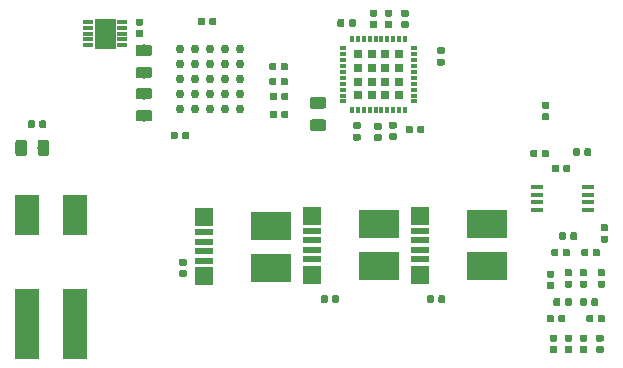
<source format=gbr>
G04 #@! TF.GenerationSoftware,KiCad,Pcbnew,5.1.2-f72e74a~84~ubuntu18.04.1*
G04 #@! TF.CreationDate,2019-09-03T03:08:37+02:00*
G04 #@! TF.ProjectId,board,626f6172-642e-46b6-9963-61645f706362,rev?*
G04 #@! TF.SameCoordinates,Original*
G04 #@! TF.FileFunction,Paste,Bot*
G04 #@! TF.FilePolarity,Positive*
%FSLAX46Y46*%
G04 Gerber Fmt 4.6, Leading zero omitted, Abs format (unit mm)*
G04 Created by KiCad (PCBNEW 5.1.2-f72e74a~84~ubuntu18.04.1) date 2019-09-03 03:08:37*
%MOMM*%
%LPD*%
G04 APERTURE LIST*
%ADD10C,0.025400*%
%ADD11C,0.100000*%
%ADD12C,0.590000*%
%ADD13C,0.750000*%
%ADD14R,1.100000X0.400000*%
%ADD15R,1.752600X2.489200*%
%ADD16R,0.812800X0.304800*%
%ADD17R,2.000000X3.500000*%
%ADD18R,2.000000X6.000000*%
%ADD19R,3.480000X2.400000*%
%ADD20R,1.600000X1.500000*%
%ADD21R,1.600000X0.500000*%
%ADD22R,0.690000X0.690000*%
%ADD23R,0.500000X0.300000*%
%ADD24R,0.300000X0.500000*%
%ADD25C,0.975000*%
G04 APERTURE END LIST*
D10*
G36*
X109588300Y-104673400D02*
G01*
X109588300Y-107162600D01*
X107835700Y-107162600D01*
X107835700Y-104673400D01*
X109588300Y-104673400D01*
G37*
X109588300Y-104673400D02*
X109588300Y-107162600D01*
X107835700Y-107162600D01*
X107835700Y-104673400D01*
X109588300Y-104673400D01*
D11*
G36*
X146211558Y-111694310D02*
G01*
X146225876Y-111696434D01*
X146239917Y-111699951D01*
X146253546Y-111704828D01*
X146266631Y-111711017D01*
X146279047Y-111718458D01*
X146290673Y-111727081D01*
X146301398Y-111736802D01*
X146311119Y-111747527D01*
X146319742Y-111759153D01*
X146327183Y-111771569D01*
X146333372Y-111784654D01*
X146338249Y-111798283D01*
X146341766Y-111812324D01*
X146343890Y-111826642D01*
X146344600Y-111841100D01*
X146344600Y-112136100D01*
X146343890Y-112150558D01*
X146341766Y-112164876D01*
X146338249Y-112178917D01*
X146333372Y-112192546D01*
X146327183Y-112205631D01*
X146319742Y-112218047D01*
X146311119Y-112229673D01*
X146301398Y-112240398D01*
X146290673Y-112250119D01*
X146279047Y-112258742D01*
X146266631Y-112266183D01*
X146253546Y-112272372D01*
X146239917Y-112277249D01*
X146225876Y-112280766D01*
X146211558Y-112282890D01*
X146197100Y-112283600D01*
X145852100Y-112283600D01*
X145837642Y-112282890D01*
X145823324Y-112280766D01*
X145809283Y-112277249D01*
X145795654Y-112272372D01*
X145782569Y-112266183D01*
X145770153Y-112258742D01*
X145758527Y-112250119D01*
X145747802Y-112240398D01*
X145738081Y-112229673D01*
X145729458Y-112218047D01*
X145722017Y-112205631D01*
X145715828Y-112192546D01*
X145710951Y-112178917D01*
X145707434Y-112164876D01*
X145705310Y-112150558D01*
X145704600Y-112136100D01*
X145704600Y-111841100D01*
X145705310Y-111826642D01*
X145707434Y-111812324D01*
X145710951Y-111798283D01*
X145715828Y-111784654D01*
X145722017Y-111771569D01*
X145729458Y-111759153D01*
X145738081Y-111747527D01*
X145747802Y-111736802D01*
X145758527Y-111727081D01*
X145770153Y-111718458D01*
X145782569Y-111711017D01*
X145795654Y-111704828D01*
X145809283Y-111699951D01*
X145823324Y-111696434D01*
X145837642Y-111694310D01*
X145852100Y-111693600D01*
X146197100Y-111693600D01*
X146211558Y-111694310D01*
X146211558Y-111694310D01*
G37*
D12*
X146024600Y-111988600D03*
D11*
G36*
X146211558Y-112664310D02*
G01*
X146225876Y-112666434D01*
X146239917Y-112669951D01*
X146253546Y-112674828D01*
X146266631Y-112681017D01*
X146279047Y-112688458D01*
X146290673Y-112697081D01*
X146301398Y-112706802D01*
X146311119Y-112717527D01*
X146319742Y-112729153D01*
X146327183Y-112741569D01*
X146333372Y-112754654D01*
X146338249Y-112768283D01*
X146341766Y-112782324D01*
X146343890Y-112796642D01*
X146344600Y-112811100D01*
X146344600Y-113106100D01*
X146343890Y-113120558D01*
X146341766Y-113134876D01*
X146338249Y-113148917D01*
X146333372Y-113162546D01*
X146327183Y-113175631D01*
X146319742Y-113188047D01*
X146311119Y-113199673D01*
X146301398Y-113210398D01*
X146290673Y-113220119D01*
X146279047Y-113228742D01*
X146266631Y-113236183D01*
X146253546Y-113242372D01*
X146239917Y-113247249D01*
X146225876Y-113250766D01*
X146211558Y-113252890D01*
X146197100Y-113253600D01*
X145852100Y-113253600D01*
X145837642Y-113252890D01*
X145823324Y-113250766D01*
X145809283Y-113247249D01*
X145795654Y-113242372D01*
X145782569Y-113236183D01*
X145770153Y-113228742D01*
X145758527Y-113220119D01*
X145747802Y-113210398D01*
X145738081Y-113199673D01*
X145729458Y-113188047D01*
X145722017Y-113175631D01*
X145715828Y-113162546D01*
X145710951Y-113148917D01*
X145707434Y-113134876D01*
X145705310Y-113120558D01*
X145704600Y-113106100D01*
X145704600Y-112811100D01*
X145705310Y-112796642D01*
X145707434Y-112782324D01*
X145710951Y-112768283D01*
X145715828Y-112754654D01*
X145722017Y-112741569D01*
X145729458Y-112729153D01*
X145738081Y-112717527D01*
X145747802Y-112706802D01*
X145758527Y-112697081D01*
X145770153Y-112688458D01*
X145782569Y-112681017D01*
X145795654Y-112674828D01*
X145809283Y-112669951D01*
X145823324Y-112666434D01*
X145837642Y-112664310D01*
X145852100Y-112663600D01*
X146197100Y-112663600D01*
X146211558Y-112664310D01*
X146211558Y-112664310D01*
G37*
D12*
X146024600Y-112958600D03*
D11*
G36*
X111819958Y-104653710D02*
G01*
X111834276Y-104655834D01*
X111848317Y-104659351D01*
X111861946Y-104664228D01*
X111875031Y-104670417D01*
X111887447Y-104677858D01*
X111899073Y-104686481D01*
X111909798Y-104696202D01*
X111919519Y-104706927D01*
X111928142Y-104718553D01*
X111935583Y-104730969D01*
X111941772Y-104744054D01*
X111946649Y-104757683D01*
X111950166Y-104771724D01*
X111952290Y-104786042D01*
X111953000Y-104800500D01*
X111953000Y-105095500D01*
X111952290Y-105109958D01*
X111950166Y-105124276D01*
X111946649Y-105138317D01*
X111941772Y-105151946D01*
X111935583Y-105165031D01*
X111928142Y-105177447D01*
X111919519Y-105189073D01*
X111909798Y-105199798D01*
X111899073Y-105209519D01*
X111887447Y-105218142D01*
X111875031Y-105225583D01*
X111861946Y-105231772D01*
X111848317Y-105236649D01*
X111834276Y-105240166D01*
X111819958Y-105242290D01*
X111805500Y-105243000D01*
X111460500Y-105243000D01*
X111446042Y-105242290D01*
X111431724Y-105240166D01*
X111417683Y-105236649D01*
X111404054Y-105231772D01*
X111390969Y-105225583D01*
X111378553Y-105218142D01*
X111366927Y-105209519D01*
X111356202Y-105199798D01*
X111346481Y-105189073D01*
X111337858Y-105177447D01*
X111330417Y-105165031D01*
X111324228Y-105151946D01*
X111319351Y-105138317D01*
X111315834Y-105124276D01*
X111313710Y-105109958D01*
X111313000Y-105095500D01*
X111313000Y-104800500D01*
X111313710Y-104786042D01*
X111315834Y-104771724D01*
X111319351Y-104757683D01*
X111324228Y-104744054D01*
X111330417Y-104730969D01*
X111337858Y-104718553D01*
X111346481Y-104706927D01*
X111356202Y-104696202D01*
X111366927Y-104686481D01*
X111378553Y-104677858D01*
X111390969Y-104670417D01*
X111404054Y-104664228D01*
X111417683Y-104659351D01*
X111431724Y-104655834D01*
X111446042Y-104653710D01*
X111460500Y-104653000D01*
X111805500Y-104653000D01*
X111819958Y-104653710D01*
X111819958Y-104653710D01*
G37*
D12*
X111633000Y-104948000D03*
D11*
G36*
X111819958Y-105623710D02*
G01*
X111834276Y-105625834D01*
X111848317Y-105629351D01*
X111861946Y-105634228D01*
X111875031Y-105640417D01*
X111887447Y-105647858D01*
X111899073Y-105656481D01*
X111909798Y-105666202D01*
X111919519Y-105676927D01*
X111928142Y-105688553D01*
X111935583Y-105700969D01*
X111941772Y-105714054D01*
X111946649Y-105727683D01*
X111950166Y-105741724D01*
X111952290Y-105756042D01*
X111953000Y-105770500D01*
X111953000Y-106065500D01*
X111952290Y-106079958D01*
X111950166Y-106094276D01*
X111946649Y-106108317D01*
X111941772Y-106121946D01*
X111935583Y-106135031D01*
X111928142Y-106147447D01*
X111919519Y-106159073D01*
X111909798Y-106169798D01*
X111899073Y-106179519D01*
X111887447Y-106188142D01*
X111875031Y-106195583D01*
X111861946Y-106201772D01*
X111848317Y-106206649D01*
X111834276Y-106210166D01*
X111819958Y-106212290D01*
X111805500Y-106213000D01*
X111460500Y-106213000D01*
X111446042Y-106212290D01*
X111431724Y-106210166D01*
X111417683Y-106206649D01*
X111404054Y-106201772D01*
X111390969Y-106195583D01*
X111378553Y-106188142D01*
X111366927Y-106179519D01*
X111356202Y-106169798D01*
X111346481Y-106159073D01*
X111337858Y-106147447D01*
X111330417Y-106135031D01*
X111324228Y-106121946D01*
X111319351Y-106108317D01*
X111315834Y-106094276D01*
X111313710Y-106079958D01*
X111313000Y-106065500D01*
X111313000Y-105770500D01*
X111313710Y-105756042D01*
X111315834Y-105741724D01*
X111319351Y-105727683D01*
X111324228Y-105714054D01*
X111330417Y-105700969D01*
X111337858Y-105688553D01*
X111346481Y-105676927D01*
X111356202Y-105666202D01*
X111366927Y-105656481D01*
X111378553Y-105647858D01*
X111390969Y-105640417D01*
X111404054Y-105634228D01*
X111417683Y-105629351D01*
X111431724Y-105625834D01*
X111446042Y-105623710D01*
X111460500Y-105623000D01*
X111805500Y-105623000D01*
X111819958Y-105623710D01*
X111819958Y-105623710D01*
G37*
D12*
X111633000Y-105918000D03*
D13*
X115062000Y-107188000D03*
X116332000Y-107188000D03*
X117602000Y-107188000D03*
X118872000Y-107188000D03*
X120142000Y-107188000D03*
X115062000Y-108458000D03*
X116332000Y-108458000D03*
X117602000Y-108458000D03*
X118872000Y-108458000D03*
X120142000Y-108458000D03*
X115062000Y-109728000D03*
X116332000Y-109728000D03*
X117602000Y-109728000D03*
X118872000Y-109728000D03*
X120142000Y-109728000D03*
X115062000Y-110998000D03*
X116332000Y-110998000D03*
X117602000Y-110998000D03*
X118872000Y-110998000D03*
X120142000Y-110998000D03*
X115062000Y-112268000D03*
X116332000Y-112268000D03*
X117602000Y-112268000D03*
X118872000Y-112268000D03*
X120142000Y-112268000D03*
D11*
G36*
X148116958Y-128331710D02*
G01*
X148131276Y-128333834D01*
X148145317Y-128337351D01*
X148158946Y-128342228D01*
X148172031Y-128348417D01*
X148184447Y-128355858D01*
X148196073Y-128364481D01*
X148206798Y-128374202D01*
X148216519Y-128384927D01*
X148225142Y-128396553D01*
X148232583Y-128408969D01*
X148238772Y-128422054D01*
X148243649Y-128435683D01*
X148247166Y-128449724D01*
X148249290Y-128464042D01*
X148250000Y-128478500D01*
X148250000Y-128823500D01*
X148249290Y-128837958D01*
X148247166Y-128852276D01*
X148243649Y-128866317D01*
X148238772Y-128879946D01*
X148232583Y-128893031D01*
X148225142Y-128905447D01*
X148216519Y-128917073D01*
X148206798Y-128927798D01*
X148196073Y-128937519D01*
X148184447Y-128946142D01*
X148172031Y-128953583D01*
X148158946Y-128959772D01*
X148145317Y-128964649D01*
X148131276Y-128968166D01*
X148116958Y-128970290D01*
X148102500Y-128971000D01*
X147807500Y-128971000D01*
X147793042Y-128970290D01*
X147778724Y-128968166D01*
X147764683Y-128964649D01*
X147751054Y-128959772D01*
X147737969Y-128953583D01*
X147725553Y-128946142D01*
X147713927Y-128937519D01*
X147703202Y-128927798D01*
X147693481Y-128917073D01*
X147684858Y-128905447D01*
X147677417Y-128893031D01*
X147671228Y-128879946D01*
X147666351Y-128866317D01*
X147662834Y-128852276D01*
X147660710Y-128837958D01*
X147660000Y-128823500D01*
X147660000Y-128478500D01*
X147660710Y-128464042D01*
X147662834Y-128449724D01*
X147666351Y-128435683D01*
X147671228Y-128422054D01*
X147677417Y-128408969D01*
X147684858Y-128396553D01*
X147693481Y-128384927D01*
X147703202Y-128374202D01*
X147713927Y-128364481D01*
X147725553Y-128355858D01*
X147737969Y-128348417D01*
X147751054Y-128342228D01*
X147764683Y-128337351D01*
X147778724Y-128333834D01*
X147793042Y-128331710D01*
X147807500Y-128331000D01*
X148102500Y-128331000D01*
X148116958Y-128331710D01*
X148116958Y-128331710D01*
G37*
D12*
X147955000Y-128651000D03*
D11*
G36*
X147146958Y-128331710D02*
G01*
X147161276Y-128333834D01*
X147175317Y-128337351D01*
X147188946Y-128342228D01*
X147202031Y-128348417D01*
X147214447Y-128355858D01*
X147226073Y-128364481D01*
X147236798Y-128374202D01*
X147246519Y-128384927D01*
X147255142Y-128396553D01*
X147262583Y-128408969D01*
X147268772Y-128422054D01*
X147273649Y-128435683D01*
X147277166Y-128449724D01*
X147279290Y-128464042D01*
X147280000Y-128478500D01*
X147280000Y-128823500D01*
X147279290Y-128837958D01*
X147277166Y-128852276D01*
X147273649Y-128866317D01*
X147268772Y-128879946D01*
X147262583Y-128893031D01*
X147255142Y-128905447D01*
X147246519Y-128917073D01*
X147236798Y-128927798D01*
X147226073Y-128937519D01*
X147214447Y-128946142D01*
X147202031Y-128953583D01*
X147188946Y-128959772D01*
X147175317Y-128964649D01*
X147161276Y-128968166D01*
X147146958Y-128970290D01*
X147132500Y-128971000D01*
X146837500Y-128971000D01*
X146823042Y-128970290D01*
X146808724Y-128968166D01*
X146794683Y-128964649D01*
X146781054Y-128959772D01*
X146767969Y-128953583D01*
X146755553Y-128946142D01*
X146743927Y-128937519D01*
X146733202Y-128927798D01*
X146723481Y-128917073D01*
X146714858Y-128905447D01*
X146707417Y-128893031D01*
X146701228Y-128879946D01*
X146696351Y-128866317D01*
X146692834Y-128852276D01*
X146690710Y-128837958D01*
X146690000Y-128823500D01*
X146690000Y-128478500D01*
X146690710Y-128464042D01*
X146692834Y-128449724D01*
X146696351Y-128435683D01*
X146701228Y-128422054D01*
X146707417Y-128408969D01*
X146714858Y-128396553D01*
X146723481Y-128384927D01*
X146733202Y-128374202D01*
X146743927Y-128364481D01*
X146755553Y-128355858D01*
X146767969Y-128348417D01*
X146781054Y-128342228D01*
X146794683Y-128337351D01*
X146808724Y-128333834D01*
X146823042Y-128331710D01*
X146837500Y-128331000D01*
X147132500Y-128331000D01*
X147146958Y-128331710D01*
X147146958Y-128331710D01*
G37*
D12*
X146985000Y-128651000D03*
D11*
G36*
X115502958Y-125943710D02*
G01*
X115517276Y-125945834D01*
X115531317Y-125949351D01*
X115544946Y-125954228D01*
X115558031Y-125960417D01*
X115570447Y-125967858D01*
X115582073Y-125976481D01*
X115592798Y-125986202D01*
X115602519Y-125996927D01*
X115611142Y-126008553D01*
X115618583Y-126020969D01*
X115624772Y-126034054D01*
X115629649Y-126047683D01*
X115633166Y-126061724D01*
X115635290Y-126076042D01*
X115636000Y-126090500D01*
X115636000Y-126385500D01*
X115635290Y-126399958D01*
X115633166Y-126414276D01*
X115629649Y-126428317D01*
X115624772Y-126441946D01*
X115618583Y-126455031D01*
X115611142Y-126467447D01*
X115602519Y-126479073D01*
X115592798Y-126489798D01*
X115582073Y-126499519D01*
X115570447Y-126508142D01*
X115558031Y-126515583D01*
X115544946Y-126521772D01*
X115531317Y-126526649D01*
X115517276Y-126530166D01*
X115502958Y-126532290D01*
X115488500Y-126533000D01*
X115143500Y-126533000D01*
X115129042Y-126532290D01*
X115114724Y-126530166D01*
X115100683Y-126526649D01*
X115087054Y-126521772D01*
X115073969Y-126515583D01*
X115061553Y-126508142D01*
X115049927Y-126499519D01*
X115039202Y-126489798D01*
X115029481Y-126479073D01*
X115020858Y-126467447D01*
X115013417Y-126455031D01*
X115007228Y-126441946D01*
X115002351Y-126428317D01*
X114998834Y-126414276D01*
X114996710Y-126399958D01*
X114996000Y-126385500D01*
X114996000Y-126090500D01*
X114996710Y-126076042D01*
X114998834Y-126061724D01*
X115002351Y-126047683D01*
X115007228Y-126034054D01*
X115013417Y-126020969D01*
X115020858Y-126008553D01*
X115029481Y-125996927D01*
X115039202Y-125986202D01*
X115049927Y-125976481D01*
X115061553Y-125967858D01*
X115073969Y-125960417D01*
X115087054Y-125954228D01*
X115100683Y-125949351D01*
X115114724Y-125945834D01*
X115129042Y-125943710D01*
X115143500Y-125943000D01*
X115488500Y-125943000D01*
X115502958Y-125943710D01*
X115502958Y-125943710D01*
G37*
D12*
X115316000Y-126238000D03*
D11*
G36*
X115502958Y-124973710D02*
G01*
X115517276Y-124975834D01*
X115531317Y-124979351D01*
X115544946Y-124984228D01*
X115558031Y-124990417D01*
X115570447Y-124997858D01*
X115582073Y-125006481D01*
X115592798Y-125016202D01*
X115602519Y-125026927D01*
X115611142Y-125038553D01*
X115618583Y-125050969D01*
X115624772Y-125064054D01*
X115629649Y-125077683D01*
X115633166Y-125091724D01*
X115635290Y-125106042D01*
X115636000Y-125120500D01*
X115636000Y-125415500D01*
X115635290Y-125429958D01*
X115633166Y-125444276D01*
X115629649Y-125458317D01*
X115624772Y-125471946D01*
X115618583Y-125485031D01*
X115611142Y-125497447D01*
X115602519Y-125509073D01*
X115592798Y-125519798D01*
X115582073Y-125529519D01*
X115570447Y-125538142D01*
X115558031Y-125545583D01*
X115544946Y-125551772D01*
X115531317Y-125556649D01*
X115517276Y-125560166D01*
X115502958Y-125562290D01*
X115488500Y-125563000D01*
X115143500Y-125563000D01*
X115129042Y-125562290D01*
X115114724Y-125560166D01*
X115100683Y-125556649D01*
X115087054Y-125551772D01*
X115073969Y-125545583D01*
X115061553Y-125538142D01*
X115049927Y-125529519D01*
X115039202Y-125519798D01*
X115029481Y-125509073D01*
X115020858Y-125497447D01*
X115013417Y-125485031D01*
X115007228Y-125471946D01*
X115002351Y-125458317D01*
X114998834Y-125444276D01*
X114996710Y-125429958D01*
X114996000Y-125415500D01*
X114996000Y-125120500D01*
X114996710Y-125106042D01*
X114998834Y-125091724D01*
X115002351Y-125077683D01*
X115007228Y-125064054D01*
X115013417Y-125050969D01*
X115020858Y-125038553D01*
X115029481Y-125026927D01*
X115039202Y-125016202D01*
X115049927Y-125006481D01*
X115061553Y-124997858D01*
X115073969Y-124990417D01*
X115087054Y-124984228D01*
X115100683Y-124979351D01*
X115114724Y-124975834D01*
X115129042Y-124973710D01*
X115143500Y-124973000D01*
X115488500Y-124973000D01*
X115502958Y-124973710D01*
X115502958Y-124973710D01*
G37*
D12*
X115316000Y-125268000D03*
D11*
G36*
X137402958Y-128077710D02*
G01*
X137417276Y-128079834D01*
X137431317Y-128083351D01*
X137444946Y-128088228D01*
X137458031Y-128094417D01*
X137470447Y-128101858D01*
X137482073Y-128110481D01*
X137492798Y-128120202D01*
X137502519Y-128130927D01*
X137511142Y-128142553D01*
X137518583Y-128154969D01*
X137524772Y-128168054D01*
X137529649Y-128181683D01*
X137533166Y-128195724D01*
X137535290Y-128210042D01*
X137536000Y-128224500D01*
X137536000Y-128569500D01*
X137535290Y-128583958D01*
X137533166Y-128598276D01*
X137529649Y-128612317D01*
X137524772Y-128625946D01*
X137518583Y-128639031D01*
X137511142Y-128651447D01*
X137502519Y-128663073D01*
X137492798Y-128673798D01*
X137482073Y-128683519D01*
X137470447Y-128692142D01*
X137458031Y-128699583D01*
X137444946Y-128705772D01*
X137431317Y-128710649D01*
X137417276Y-128714166D01*
X137402958Y-128716290D01*
X137388500Y-128717000D01*
X137093500Y-128717000D01*
X137079042Y-128716290D01*
X137064724Y-128714166D01*
X137050683Y-128710649D01*
X137037054Y-128705772D01*
X137023969Y-128699583D01*
X137011553Y-128692142D01*
X136999927Y-128683519D01*
X136989202Y-128673798D01*
X136979481Y-128663073D01*
X136970858Y-128651447D01*
X136963417Y-128639031D01*
X136957228Y-128625946D01*
X136952351Y-128612317D01*
X136948834Y-128598276D01*
X136946710Y-128583958D01*
X136946000Y-128569500D01*
X136946000Y-128224500D01*
X136946710Y-128210042D01*
X136948834Y-128195724D01*
X136952351Y-128181683D01*
X136957228Y-128168054D01*
X136963417Y-128154969D01*
X136970858Y-128142553D01*
X136979481Y-128130927D01*
X136989202Y-128120202D01*
X136999927Y-128110481D01*
X137011553Y-128101858D01*
X137023969Y-128094417D01*
X137037054Y-128088228D01*
X137050683Y-128083351D01*
X137064724Y-128079834D01*
X137079042Y-128077710D01*
X137093500Y-128077000D01*
X137388500Y-128077000D01*
X137402958Y-128077710D01*
X137402958Y-128077710D01*
G37*
D12*
X137241000Y-128397000D03*
D11*
G36*
X136432958Y-128077710D02*
G01*
X136447276Y-128079834D01*
X136461317Y-128083351D01*
X136474946Y-128088228D01*
X136488031Y-128094417D01*
X136500447Y-128101858D01*
X136512073Y-128110481D01*
X136522798Y-128120202D01*
X136532519Y-128130927D01*
X136541142Y-128142553D01*
X136548583Y-128154969D01*
X136554772Y-128168054D01*
X136559649Y-128181683D01*
X136563166Y-128195724D01*
X136565290Y-128210042D01*
X136566000Y-128224500D01*
X136566000Y-128569500D01*
X136565290Y-128583958D01*
X136563166Y-128598276D01*
X136559649Y-128612317D01*
X136554772Y-128625946D01*
X136548583Y-128639031D01*
X136541142Y-128651447D01*
X136532519Y-128663073D01*
X136522798Y-128673798D01*
X136512073Y-128683519D01*
X136500447Y-128692142D01*
X136488031Y-128699583D01*
X136474946Y-128705772D01*
X136461317Y-128710649D01*
X136447276Y-128714166D01*
X136432958Y-128716290D01*
X136418500Y-128717000D01*
X136123500Y-128717000D01*
X136109042Y-128716290D01*
X136094724Y-128714166D01*
X136080683Y-128710649D01*
X136067054Y-128705772D01*
X136053969Y-128699583D01*
X136041553Y-128692142D01*
X136029927Y-128683519D01*
X136019202Y-128673798D01*
X136009481Y-128663073D01*
X136000858Y-128651447D01*
X135993417Y-128639031D01*
X135987228Y-128625946D01*
X135982351Y-128612317D01*
X135978834Y-128598276D01*
X135976710Y-128583958D01*
X135976000Y-128569500D01*
X135976000Y-128224500D01*
X135976710Y-128210042D01*
X135978834Y-128195724D01*
X135982351Y-128181683D01*
X135987228Y-128168054D01*
X135993417Y-128154969D01*
X136000858Y-128142553D01*
X136009481Y-128130927D01*
X136019202Y-128120202D01*
X136029927Y-128110481D01*
X136041553Y-128101858D01*
X136053969Y-128094417D01*
X136067054Y-128088228D01*
X136080683Y-128083351D01*
X136094724Y-128079834D01*
X136109042Y-128077710D01*
X136123500Y-128077000D01*
X136418500Y-128077000D01*
X136432958Y-128077710D01*
X136432958Y-128077710D01*
G37*
D12*
X136271000Y-128397000D03*
D11*
G36*
X127438958Y-128077710D02*
G01*
X127453276Y-128079834D01*
X127467317Y-128083351D01*
X127480946Y-128088228D01*
X127494031Y-128094417D01*
X127506447Y-128101858D01*
X127518073Y-128110481D01*
X127528798Y-128120202D01*
X127538519Y-128130927D01*
X127547142Y-128142553D01*
X127554583Y-128154969D01*
X127560772Y-128168054D01*
X127565649Y-128181683D01*
X127569166Y-128195724D01*
X127571290Y-128210042D01*
X127572000Y-128224500D01*
X127572000Y-128569500D01*
X127571290Y-128583958D01*
X127569166Y-128598276D01*
X127565649Y-128612317D01*
X127560772Y-128625946D01*
X127554583Y-128639031D01*
X127547142Y-128651447D01*
X127538519Y-128663073D01*
X127528798Y-128673798D01*
X127518073Y-128683519D01*
X127506447Y-128692142D01*
X127494031Y-128699583D01*
X127480946Y-128705772D01*
X127467317Y-128710649D01*
X127453276Y-128714166D01*
X127438958Y-128716290D01*
X127424500Y-128717000D01*
X127129500Y-128717000D01*
X127115042Y-128716290D01*
X127100724Y-128714166D01*
X127086683Y-128710649D01*
X127073054Y-128705772D01*
X127059969Y-128699583D01*
X127047553Y-128692142D01*
X127035927Y-128683519D01*
X127025202Y-128673798D01*
X127015481Y-128663073D01*
X127006858Y-128651447D01*
X126999417Y-128639031D01*
X126993228Y-128625946D01*
X126988351Y-128612317D01*
X126984834Y-128598276D01*
X126982710Y-128583958D01*
X126982000Y-128569500D01*
X126982000Y-128224500D01*
X126982710Y-128210042D01*
X126984834Y-128195724D01*
X126988351Y-128181683D01*
X126993228Y-128168054D01*
X126999417Y-128154969D01*
X127006858Y-128142553D01*
X127015481Y-128130927D01*
X127025202Y-128120202D01*
X127035927Y-128110481D01*
X127047553Y-128101858D01*
X127059969Y-128094417D01*
X127073054Y-128088228D01*
X127086683Y-128083351D01*
X127100724Y-128079834D01*
X127115042Y-128077710D01*
X127129500Y-128077000D01*
X127424500Y-128077000D01*
X127438958Y-128077710D01*
X127438958Y-128077710D01*
G37*
D12*
X127277000Y-128397000D03*
D11*
G36*
X128408958Y-128077710D02*
G01*
X128423276Y-128079834D01*
X128437317Y-128083351D01*
X128450946Y-128088228D01*
X128464031Y-128094417D01*
X128476447Y-128101858D01*
X128488073Y-128110481D01*
X128498798Y-128120202D01*
X128508519Y-128130927D01*
X128517142Y-128142553D01*
X128524583Y-128154969D01*
X128530772Y-128168054D01*
X128535649Y-128181683D01*
X128539166Y-128195724D01*
X128541290Y-128210042D01*
X128542000Y-128224500D01*
X128542000Y-128569500D01*
X128541290Y-128583958D01*
X128539166Y-128598276D01*
X128535649Y-128612317D01*
X128530772Y-128625946D01*
X128524583Y-128639031D01*
X128517142Y-128651447D01*
X128508519Y-128663073D01*
X128498798Y-128673798D01*
X128488073Y-128683519D01*
X128476447Y-128692142D01*
X128464031Y-128699583D01*
X128450946Y-128705772D01*
X128437317Y-128710649D01*
X128423276Y-128714166D01*
X128408958Y-128716290D01*
X128394500Y-128717000D01*
X128099500Y-128717000D01*
X128085042Y-128716290D01*
X128070724Y-128714166D01*
X128056683Y-128710649D01*
X128043054Y-128705772D01*
X128029969Y-128699583D01*
X128017553Y-128692142D01*
X128005927Y-128683519D01*
X127995202Y-128673798D01*
X127985481Y-128663073D01*
X127976858Y-128651447D01*
X127969417Y-128639031D01*
X127963228Y-128625946D01*
X127958351Y-128612317D01*
X127954834Y-128598276D01*
X127952710Y-128583958D01*
X127952000Y-128569500D01*
X127952000Y-128224500D01*
X127952710Y-128210042D01*
X127954834Y-128195724D01*
X127958351Y-128181683D01*
X127963228Y-128168054D01*
X127969417Y-128154969D01*
X127976858Y-128142553D01*
X127985481Y-128130927D01*
X127995202Y-128120202D01*
X128005927Y-128110481D01*
X128017553Y-128101858D01*
X128029969Y-128094417D01*
X128043054Y-128088228D01*
X128056683Y-128083351D01*
X128070724Y-128079834D01*
X128085042Y-128077710D01*
X128099500Y-128077000D01*
X128394500Y-128077000D01*
X128408958Y-128077710D01*
X128408958Y-128077710D01*
G37*
D12*
X128247000Y-128397000D03*
D14*
X145297000Y-118913000D03*
X145297000Y-119563000D03*
X145297000Y-120213000D03*
X145297000Y-120863000D03*
X149597000Y-120863000D03*
X149597000Y-120213000D03*
X149597000Y-119563000D03*
X149597000Y-118913000D03*
D11*
G36*
X146165958Y-115758710D02*
G01*
X146180276Y-115760834D01*
X146194317Y-115764351D01*
X146207946Y-115769228D01*
X146221031Y-115775417D01*
X146233447Y-115782858D01*
X146245073Y-115791481D01*
X146255798Y-115801202D01*
X146265519Y-115811927D01*
X146274142Y-115823553D01*
X146281583Y-115835969D01*
X146287772Y-115849054D01*
X146292649Y-115862683D01*
X146296166Y-115876724D01*
X146298290Y-115891042D01*
X146299000Y-115905500D01*
X146299000Y-116250500D01*
X146298290Y-116264958D01*
X146296166Y-116279276D01*
X146292649Y-116293317D01*
X146287772Y-116306946D01*
X146281583Y-116320031D01*
X146274142Y-116332447D01*
X146265519Y-116344073D01*
X146255798Y-116354798D01*
X146245073Y-116364519D01*
X146233447Y-116373142D01*
X146221031Y-116380583D01*
X146207946Y-116386772D01*
X146194317Y-116391649D01*
X146180276Y-116395166D01*
X146165958Y-116397290D01*
X146151500Y-116398000D01*
X145856500Y-116398000D01*
X145842042Y-116397290D01*
X145827724Y-116395166D01*
X145813683Y-116391649D01*
X145800054Y-116386772D01*
X145786969Y-116380583D01*
X145774553Y-116373142D01*
X145762927Y-116364519D01*
X145752202Y-116354798D01*
X145742481Y-116344073D01*
X145733858Y-116332447D01*
X145726417Y-116320031D01*
X145720228Y-116306946D01*
X145715351Y-116293317D01*
X145711834Y-116279276D01*
X145709710Y-116264958D01*
X145709000Y-116250500D01*
X145709000Y-115905500D01*
X145709710Y-115891042D01*
X145711834Y-115876724D01*
X145715351Y-115862683D01*
X145720228Y-115849054D01*
X145726417Y-115835969D01*
X145733858Y-115823553D01*
X145742481Y-115811927D01*
X145752202Y-115801202D01*
X145762927Y-115791481D01*
X145774553Y-115782858D01*
X145786969Y-115775417D01*
X145800054Y-115769228D01*
X145813683Y-115764351D01*
X145827724Y-115760834D01*
X145842042Y-115758710D01*
X145856500Y-115758000D01*
X146151500Y-115758000D01*
X146165958Y-115758710D01*
X146165958Y-115758710D01*
G37*
D12*
X146004000Y-116078000D03*
D11*
G36*
X145195958Y-115758710D02*
G01*
X145210276Y-115760834D01*
X145224317Y-115764351D01*
X145237946Y-115769228D01*
X145251031Y-115775417D01*
X145263447Y-115782858D01*
X145275073Y-115791481D01*
X145285798Y-115801202D01*
X145295519Y-115811927D01*
X145304142Y-115823553D01*
X145311583Y-115835969D01*
X145317772Y-115849054D01*
X145322649Y-115862683D01*
X145326166Y-115876724D01*
X145328290Y-115891042D01*
X145329000Y-115905500D01*
X145329000Y-116250500D01*
X145328290Y-116264958D01*
X145326166Y-116279276D01*
X145322649Y-116293317D01*
X145317772Y-116306946D01*
X145311583Y-116320031D01*
X145304142Y-116332447D01*
X145295519Y-116344073D01*
X145285798Y-116354798D01*
X145275073Y-116364519D01*
X145263447Y-116373142D01*
X145251031Y-116380583D01*
X145237946Y-116386772D01*
X145224317Y-116391649D01*
X145210276Y-116395166D01*
X145195958Y-116397290D01*
X145181500Y-116398000D01*
X144886500Y-116398000D01*
X144872042Y-116397290D01*
X144857724Y-116395166D01*
X144843683Y-116391649D01*
X144830054Y-116386772D01*
X144816969Y-116380583D01*
X144804553Y-116373142D01*
X144792927Y-116364519D01*
X144782202Y-116354798D01*
X144772481Y-116344073D01*
X144763858Y-116332447D01*
X144756417Y-116320031D01*
X144750228Y-116306946D01*
X144745351Y-116293317D01*
X144741834Y-116279276D01*
X144739710Y-116264958D01*
X144739000Y-116250500D01*
X144739000Y-115905500D01*
X144739710Y-115891042D01*
X144741834Y-115876724D01*
X144745351Y-115862683D01*
X144750228Y-115849054D01*
X144756417Y-115835969D01*
X144763858Y-115823553D01*
X144772481Y-115811927D01*
X144782202Y-115801202D01*
X144792927Y-115791481D01*
X144804553Y-115782858D01*
X144816969Y-115775417D01*
X144830054Y-115769228D01*
X144843683Y-115764351D01*
X144857724Y-115760834D01*
X144872042Y-115758710D01*
X144886500Y-115758000D01*
X145181500Y-115758000D01*
X145195958Y-115758710D01*
X145195958Y-115758710D01*
G37*
D12*
X145034000Y-116078000D03*
D11*
G36*
X148797958Y-115631710D02*
G01*
X148812276Y-115633834D01*
X148826317Y-115637351D01*
X148839946Y-115642228D01*
X148853031Y-115648417D01*
X148865447Y-115655858D01*
X148877073Y-115664481D01*
X148887798Y-115674202D01*
X148897519Y-115684927D01*
X148906142Y-115696553D01*
X148913583Y-115708969D01*
X148919772Y-115722054D01*
X148924649Y-115735683D01*
X148928166Y-115749724D01*
X148930290Y-115764042D01*
X148931000Y-115778500D01*
X148931000Y-116123500D01*
X148930290Y-116137958D01*
X148928166Y-116152276D01*
X148924649Y-116166317D01*
X148919772Y-116179946D01*
X148913583Y-116193031D01*
X148906142Y-116205447D01*
X148897519Y-116217073D01*
X148887798Y-116227798D01*
X148877073Y-116237519D01*
X148865447Y-116246142D01*
X148853031Y-116253583D01*
X148839946Y-116259772D01*
X148826317Y-116264649D01*
X148812276Y-116268166D01*
X148797958Y-116270290D01*
X148783500Y-116271000D01*
X148488500Y-116271000D01*
X148474042Y-116270290D01*
X148459724Y-116268166D01*
X148445683Y-116264649D01*
X148432054Y-116259772D01*
X148418969Y-116253583D01*
X148406553Y-116246142D01*
X148394927Y-116237519D01*
X148384202Y-116227798D01*
X148374481Y-116217073D01*
X148365858Y-116205447D01*
X148358417Y-116193031D01*
X148352228Y-116179946D01*
X148347351Y-116166317D01*
X148343834Y-116152276D01*
X148341710Y-116137958D01*
X148341000Y-116123500D01*
X148341000Y-115778500D01*
X148341710Y-115764042D01*
X148343834Y-115749724D01*
X148347351Y-115735683D01*
X148352228Y-115722054D01*
X148358417Y-115708969D01*
X148365858Y-115696553D01*
X148374481Y-115684927D01*
X148384202Y-115674202D01*
X148394927Y-115664481D01*
X148406553Y-115655858D01*
X148418969Y-115648417D01*
X148432054Y-115642228D01*
X148445683Y-115637351D01*
X148459724Y-115633834D01*
X148474042Y-115631710D01*
X148488500Y-115631000D01*
X148783500Y-115631000D01*
X148797958Y-115631710D01*
X148797958Y-115631710D01*
G37*
D12*
X148636000Y-115951000D03*
D11*
G36*
X149767958Y-115631710D02*
G01*
X149782276Y-115633834D01*
X149796317Y-115637351D01*
X149809946Y-115642228D01*
X149823031Y-115648417D01*
X149835447Y-115655858D01*
X149847073Y-115664481D01*
X149857798Y-115674202D01*
X149867519Y-115684927D01*
X149876142Y-115696553D01*
X149883583Y-115708969D01*
X149889772Y-115722054D01*
X149894649Y-115735683D01*
X149898166Y-115749724D01*
X149900290Y-115764042D01*
X149901000Y-115778500D01*
X149901000Y-116123500D01*
X149900290Y-116137958D01*
X149898166Y-116152276D01*
X149894649Y-116166317D01*
X149889772Y-116179946D01*
X149883583Y-116193031D01*
X149876142Y-116205447D01*
X149867519Y-116217073D01*
X149857798Y-116227798D01*
X149847073Y-116237519D01*
X149835447Y-116246142D01*
X149823031Y-116253583D01*
X149809946Y-116259772D01*
X149796317Y-116264649D01*
X149782276Y-116268166D01*
X149767958Y-116270290D01*
X149753500Y-116271000D01*
X149458500Y-116271000D01*
X149444042Y-116270290D01*
X149429724Y-116268166D01*
X149415683Y-116264649D01*
X149402054Y-116259772D01*
X149388969Y-116253583D01*
X149376553Y-116246142D01*
X149364927Y-116237519D01*
X149354202Y-116227798D01*
X149344481Y-116217073D01*
X149335858Y-116205447D01*
X149328417Y-116193031D01*
X149322228Y-116179946D01*
X149317351Y-116166317D01*
X149313834Y-116152276D01*
X149311710Y-116137958D01*
X149311000Y-116123500D01*
X149311000Y-115778500D01*
X149311710Y-115764042D01*
X149313834Y-115749724D01*
X149317351Y-115735683D01*
X149322228Y-115722054D01*
X149328417Y-115708969D01*
X149335858Y-115696553D01*
X149344481Y-115684927D01*
X149354202Y-115674202D01*
X149364927Y-115664481D01*
X149376553Y-115655858D01*
X149388969Y-115648417D01*
X149402054Y-115642228D01*
X149415683Y-115637351D01*
X149429724Y-115633834D01*
X149444042Y-115631710D01*
X149458500Y-115631000D01*
X149753500Y-115631000D01*
X149767958Y-115631710D01*
X149767958Y-115631710D01*
G37*
D12*
X149606000Y-115951000D03*
D11*
G36*
X148578958Y-122743710D02*
G01*
X148593276Y-122745834D01*
X148607317Y-122749351D01*
X148620946Y-122754228D01*
X148634031Y-122760417D01*
X148646447Y-122767858D01*
X148658073Y-122776481D01*
X148668798Y-122786202D01*
X148678519Y-122796927D01*
X148687142Y-122808553D01*
X148694583Y-122820969D01*
X148700772Y-122834054D01*
X148705649Y-122847683D01*
X148709166Y-122861724D01*
X148711290Y-122876042D01*
X148712000Y-122890500D01*
X148712000Y-123235500D01*
X148711290Y-123249958D01*
X148709166Y-123264276D01*
X148705649Y-123278317D01*
X148700772Y-123291946D01*
X148694583Y-123305031D01*
X148687142Y-123317447D01*
X148678519Y-123329073D01*
X148668798Y-123339798D01*
X148658073Y-123349519D01*
X148646447Y-123358142D01*
X148634031Y-123365583D01*
X148620946Y-123371772D01*
X148607317Y-123376649D01*
X148593276Y-123380166D01*
X148578958Y-123382290D01*
X148564500Y-123383000D01*
X148269500Y-123383000D01*
X148255042Y-123382290D01*
X148240724Y-123380166D01*
X148226683Y-123376649D01*
X148213054Y-123371772D01*
X148199969Y-123365583D01*
X148187553Y-123358142D01*
X148175927Y-123349519D01*
X148165202Y-123339798D01*
X148155481Y-123329073D01*
X148146858Y-123317447D01*
X148139417Y-123305031D01*
X148133228Y-123291946D01*
X148128351Y-123278317D01*
X148124834Y-123264276D01*
X148122710Y-123249958D01*
X148122000Y-123235500D01*
X148122000Y-122890500D01*
X148122710Y-122876042D01*
X148124834Y-122861724D01*
X148128351Y-122847683D01*
X148133228Y-122834054D01*
X148139417Y-122820969D01*
X148146858Y-122808553D01*
X148155481Y-122796927D01*
X148165202Y-122786202D01*
X148175927Y-122776481D01*
X148187553Y-122767858D01*
X148199969Y-122760417D01*
X148213054Y-122754228D01*
X148226683Y-122749351D01*
X148240724Y-122745834D01*
X148255042Y-122743710D01*
X148269500Y-122743000D01*
X148564500Y-122743000D01*
X148578958Y-122743710D01*
X148578958Y-122743710D01*
G37*
D12*
X148417000Y-123063000D03*
D11*
G36*
X147608958Y-122743710D02*
G01*
X147623276Y-122745834D01*
X147637317Y-122749351D01*
X147650946Y-122754228D01*
X147664031Y-122760417D01*
X147676447Y-122767858D01*
X147688073Y-122776481D01*
X147698798Y-122786202D01*
X147708519Y-122796927D01*
X147717142Y-122808553D01*
X147724583Y-122820969D01*
X147730772Y-122834054D01*
X147735649Y-122847683D01*
X147739166Y-122861724D01*
X147741290Y-122876042D01*
X147742000Y-122890500D01*
X147742000Y-123235500D01*
X147741290Y-123249958D01*
X147739166Y-123264276D01*
X147735649Y-123278317D01*
X147730772Y-123291946D01*
X147724583Y-123305031D01*
X147717142Y-123317447D01*
X147708519Y-123329073D01*
X147698798Y-123339798D01*
X147688073Y-123349519D01*
X147676447Y-123358142D01*
X147664031Y-123365583D01*
X147650946Y-123371772D01*
X147637317Y-123376649D01*
X147623276Y-123380166D01*
X147608958Y-123382290D01*
X147594500Y-123383000D01*
X147299500Y-123383000D01*
X147285042Y-123382290D01*
X147270724Y-123380166D01*
X147256683Y-123376649D01*
X147243054Y-123371772D01*
X147229969Y-123365583D01*
X147217553Y-123358142D01*
X147205927Y-123349519D01*
X147195202Y-123339798D01*
X147185481Y-123329073D01*
X147176858Y-123317447D01*
X147169417Y-123305031D01*
X147163228Y-123291946D01*
X147158351Y-123278317D01*
X147154834Y-123264276D01*
X147152710Y-123249958D01*
X147152000Y-123235500D01*
X147152000Y-122890500D01*
X147152710Y-122876042D01*
X147154834Y-122861724D01*
X147158351Y-122847683D01*
X147163228Y-122834054D01*
X147169417Y-122820969D01*
X147176858Y-122808553D01*
X147185481Y-122796927D01*
X147195202Y-122786202D01*
X147205927Y-122776481D01*
X147217553Y-122767858D01*
X147229969Y-122760417D01*
X147243054Y-122754228D01*
X147256683Y-122749351D01*
X147270724Y-122745834D01*
X147285042Y-122743710D01*
X147299500Y-122743000D01*
X147594500Y-122743000D01*
X147608958Y-122743710D01*
X147608958Y-122743710D01*
G37*
D12*
X147447000Y-123063000D03*
D11*
G36*
X151189958Y-122052710D02*
G01*
X151204276Y-122054834D01*
X151218317Y-122058351D01*
X151231946Y-122063228D01*
X151245031Y-122069417D01*
X151257447Y-122076858D01*
X151269073Y-122085481D01*
X151279798Y-122095202D01*
X151289519Y-122105927D01*
X151298142Y-122117553D01*
X151305583Y-122129969D01*
X151311772Y-122143054D01*
X151316649Y-122156683D01*
X151320166Y-122170724D01*
X151322290Y-122185042D01*
X151323000Y-122199500D01*
X151323000Y-122494500D01*
X151322290Y-122508958D01*
X151320166Y-122523276D01*
X151316649Y-122537317D01*
X151311772Y-122550946D01*
X151305583Y-122564031D01*
X151298142Y-122576447D01*
X151289519Y-122588073D01*
X151279798Y-122598798D01*
X151269073Y-122608519D01*
X151257447Y-122617142D01*
X151245031Y-122624583D01*
X151231946Y-122630772D01*
X151218317Y-122635649D01*
X151204276Y-122639166D01*
X151189958Y-122641290D01*
X151175500Y-122642000D01*
X150830500Y-122642000D01*
X150816042Y-122641290D01*
X150801724Y-122639166D01*
X150787683Y-122635649D01*
X150774054Y-122630772D01*
X150760969Y-122624583D01*
X150748553Y-122617142D01*
X150736927Y-122608519D01*
X150726202Y-122598798D01*
X150716481Y-122588073D01*
X150707858Y-122576447D01*
X150700417Y-122564031D01*
X150694228Y-122550946D01*
X150689351Y-122537317D01*
X150685834Y-122523276D01*
X150683710Y-122508958D01*
X150683000Y-122494500D01*
X150683000Y-122199500D01*
X150683710Y-122185042D01*
X150685834Y-122170724D01*
X150689351Y-122156683D01*
X150694228Y-122143054D01*
X150700417Y-122129969D01*
X150707858Y-122117553D01*
X150716481Y-122105927D01*
X150726202Y-122095202D01*
X150736927Y-122085481D01*
X150748553Y-122076858D01*
X150760969Y-122069417D01*
X150774054Y-122063228D01*
X150787683Y-122058351D01*
X150801724Y-122054834D01*
X150816042Y-122052710D01*
X150830500Y-122052000D01*
X151175500Y-122052000D01*
X151189958Y-122052710D01*
X151189958Y-122052710D01*
G37*
D12*
X151003000Y-122347000D03*
D11*
G36*
X151189958Y-123022710D02*
G01*
X151204276Y-123024834D01*
X151218317Y-123028351D01*
X151231946Y-123033228D01*
X151245031Y-123039417D01*
X151257447Y-123046858D01*
X151269073Y-123055481D01*
X151279798Y-123065202D01*
X151289519Y-123075927D01*
X151298142Y-123087553D01*
X151305583Y-123099969D01*
X151311772Y-123113054D01*
X151316649Y-123126683D01*
X151320166Y-123140724D01*
X151322290Y-123155042D01*
X151323000Y-123169500D01*
X151323000Y-123464500D01*
X151322290Y-123478958D01*
X151320166Y-123493276D01*
X151316649Y-123507317D01*
X151311772Y-123520946D01*
X151305583Y-123534031D01*
X151298142Y-123546447D01*
X151289519Y-123558073D01*
X151279798Y-123568798D01*
X151269073Y-123578519D01*
X151257447Y-123587142D01*
X151245031Y-123594583D01*
X151231946Y-123600772D01*
X151218317Y-123605649D01*
X151204276Y-123609166D01*
X151189958Y-123611290D01*
X151175500Y-123612000D01*
X150830500Y-123612000D01*
X150816042Y-123611290D01*
X150801724Y-123609166D01*
X150787683Y-123605649D01*
X150774054Y-123600772D01*
X150760969Y-123594583D01*
X150748553Y-123587142D01*
X150736927Y-123578519D01*
X150726202Y-123568798D01*
X150716481Y-123558073D01*
X150707858Y-123546447D01*
X150700417Y-123534031D01*
X150694228Y-123520946D01*
X150689351Y-123507317D01*
X150685834Y-123493276D01*
X150683710Y-123478958D01*
X150683000Y-123464500D01*
X150683000Y-123169500D01*
X150683710Y-123155042D01*
X150685834Y-123140724D01*
X150689351Y-123126683D01*
X150694228Y-123113054D01*
X150700417Y-123099969D01*
X150707858Y-123087553D01*
X150716481Y-123075927D01*
X150726202Y-123065202D01*
X150736927Y-123055481D01*
X150748553Y-123046858D01*
X150760969Y-123039417D01*
X150774054Y-123033228D01*
X150787683Y-123028351D01*
X150801724Y-123024834D01*
X150816042Y-123022710D01*
X150830500Y-123022000D01*
X151175500Y-123022000D01*
X151189958Y-123022710D01*
X151189958Y-123022710D01*
G37*
D12*
X151003000Y-123317000D03*
D11*
G36*
X146973958Y-124140710D02*
G01*
X146988276Y-124142834D01*
X147002317Y-124146351D01*
X147015946Y-124151228D01*
X147029031Y-124157417D01*
X147041447Y-124164858D01*
X147053073Y-124173481D01*
X147063798Y-124183202D01*
X147073519Y-124193927D01*
X147082142Y-124205553D01*
X147089583Y-124217969D01*
X147095772Y-124231054D01*
X147100649Y-124244683D01*
X147104166Y-124258724D01*
X147106290Y-124273042D01*
X147107000Y-124287500D01*
X147107000Y-124632500D01*
X147106290Y-124646958D01*
X147104166Y-124661276D01*
X147100649Y-124675317D01*
X147095772Y-124688946D01*
X147089583Y-124702031D01*
X147082142Y-124714447D01*
X147073519Y-124726073D01*
X147063798Y-124736798D01*
X147053073Y-124746519D01*
X147041447Y-124755142D01*
X147029031Y-124762583D01*
X147015946Y-124768772D01*
X147002317Y-124773649D01*
X146988276Y-124777166D01*
X146973958Y-124779290D01*
X146959500Y-124780000D01*
X146664500Y-124780000D01*
X146650042Y-124779290D01*
X146635724Y-124777166D01*
X146621683Y-124773649D01*
X146608054Y-124768772D01*
X146594969Y-124762583D01*
X146582553Y-124755142D01*
X146570927Y-124746519D01*
X146560202Y-124736798D01*
X146550481Y-124726073D01*
X146541858Y-124714447D01*
X146534417Y-124702031D01*
X146528228Y-124688946D01*
X146523351Y-124675317D01*
X146519834Y-124661276D01*
X146517710Y-124646958D01*
X146517000Y-124632500D01*
X146517000Y-124287500D01*
X146517710Y-124273042D01*
X146519834Y-124258724D01*
X146523351Y-124244683D01*
X146528228Y-124231054D01*
X146534417Y-124217969D01*
X146541858Y-124205553D01*
X146550481Y-124193927D01*
X146560202Y-124183202D01*
X146570927Y-124173481D01*
X146582553Y-124164858D01*
X146594969Y-124157417D01*
X146608054Y-124151228D01*
X146621683Y-124146351D01*
X146635724Y-124142834D01*
X146650042Y-124140710D01*
X146664500Y-124140000D01*
X146959500Y-124140000D01*
X146973958Y-124140710D01*
X146973958Y-124140710D01*
G37*
D12*
X146812000Y-124460000D03*
D11*
G36*
X147943958Y-124140710D02*
G01*
X147958276Y-124142834D01*
X147972317Y-124146351D01*
X147985946Y-124151228D01*
X147999031Y-124157417D01*
X148011447Y-124164858D01*
X148023073Y-124173481D01*
X148033798Y-124183202D01*
X148043519Y-124193927D01*
X148052142Y-124205553D01*
X148059583Y-124217969D01*
X148065772Y-124231054D01*
X148070649Y-124244683D01*
X148074166Y-124258724D01*
X148076290Y-124273042D01*
X148077000Y-124287500D01*
X148077000Y-124632500D01*
X148076290Y-124646958D01*
X148074166Y-124661276D01*
X148070649Y-124675317D01*
X148065772Y-124688946D01*
X148059583Y-124702031D01*
X148052142Y-124714447D01*
X148043519Y-124726073D01*
X148033798Y-124736798D01*
X148023073Y-124746519D01*
X148011447Y-124755142D01*
X147999031Y-124762583D01*
X147985946Y-124768772D01*
X147972317Y-124773649D01*
X147958276Y-124777166D01*
X147943958Y-124779290D01*
X147929500Y-124780000D01*
X147634500Y-124780000D01*
X147620042Y-124779290D01*
X147605724Y-124777166D01*
X147591683Y-124773649D01*
X147578054Y-124768772D01*
X147564969Y-124762583D01*
X147552553Y-124755142D01*
X147540927Y-124746519D01*
X147530202Y-124736798D01*
X147520481Y-124726073D01*
X147511858Y-124714447D01*
X147504417Y-124702031D01*
X147498228Y-124688946D01*
X147493351Y-124675317D01*
X147489834Y-124661276D01*
X147487710Y-124646958D01*
X147487000Y-124632500D01*
X147487000Y-124287500D01*
X147487710Y-124273042D01*
X147489834Y-124258724D01*
X147493351Y-124244683D01*
X147498228Y-124231054D01*
X147504417Y-124217969D01*
X147511858Y-124205553D01*
X147520481Y-124193927D01*
X147530202Y-124183202D01*
X147540927Y-124173481D01*
X147552553Y-124164858D01*
X147564969Y-124157417D01*
X147578054Y-124151228D01*
X147591683Y-124146351D01*
X147605724Y-124142834D01*
X147620042Y-124140710D01*
X147634500Y-124140000D01*
X147929500Y-124140000D01*
X147943958Y-124140710D01*
X147943958Y-124140710D01*
G37*
D12*
X147782000Y-124460000D03*
D11*
G36*
X149513958Y-124140710D02*
G01*
X149528276Y-124142834D01*
X149542317Y-124146351D01*
X149555946Y-124151228D01*
X149569031Y-124157417D01*
X149581447Y-124164858D01*
X149593073Y-124173481D01*
X149603798Y-124183202D01*
X149613519Y-124193927D01*
X149622142Y-124205553D01*
X149629583Y-124217969D01*
X149635772Y-124231054D01*
X149640649Y-124244683D01*
X149644166Y-124258724D01*
X149646290Y-124273042D01*
X149647000Y-124287500D01*
X149647000Y-124632500D01*
X149646290Y-124646958D01*
X149644166Y-124661276D01*
X149640649Y-124675317D01*
X149635772Y-124688946D01*
X149629583Y-124702031D01*
X149622142Y-124714447D01*
X149613519Y-124726073D01*
X149603798Y-124736798D01*
X149593073Y-124746519D01*
X149581447Y-124755142D01*
X149569031Y-124762583D01*
X149555946Y-124768772D01*
X149542317Y-124773649D01*
X149528276Y-124777166D01*
X149513958Y-124779290D01*
X149499500Y-124780000D01*
X149204500Y-124780000D01*
X149190042Y-124779290D01*
X149175724Y-124777166D01*
X149161683Y-124773649D01*
X149148054Y-124768772D01*
X149134969Y-124762583D01*
X149122553Y-124755142D01*
X149110927Y-124746519D01*
X149100202Y-124736798D01*
X149090481Y-124726073D01*
X149081858Y-124714447D01*
X149074417Y-124702031D01*
X149068228Y-124688946D01*
X149063351Y-124675317D01*
X149059834Y-124661276D01*
X149057710Y-124646958D01*
X149057000Y-124632500D01*
X149057000Y-124287500D01*
X149057710Y-124273042D01*
X149059834Y-124258724D01*
X149063351Y-124244683D01*
X149068228Y-124231054D01*
X149074417Y-124217969D01*
X149081858Y-124205553D01*
X149090481Y-124193927D01*
X149100202Y-124183202D01*
X149110927Y-124173481D01*
X149122553Y-124164858D01*
X149134969Y-124157417D01*
X149148054Y-124151228D01*
X149161683Y-124146351D01*
X149175724Y-124142834D01*
X149190042Y-124140710D01*
X149204500Y-124140000D01*
X149499500Y-124140000D01*
X149513958Y-124140710D01*
X149513958Y-124140710D01*
G37*
D12*
X149352000Y-124460000D03*
D11*
G36*
X150483958Y-124140710D02*
G01*
X150498276Y-124142834D01*
X150512317Y-124146351D01*
X150525946Y-124151228D01*
X150539031Y-124157417D01*
X150551447Y-124164858D01*
X150563073Y-124173481D01*
X150573798Y-124183202D01*
X150583519Y-124193927D01*
X150592142Y-124205553D01*
X150599583Y-124217969D01*
X150605772Y-124231054D01*
X150610649Y-124244683D01*
X150614166Y-124258724D01*
X150616290Y-124273042D01*
X150617000Y-124287500D01*
X150617000Y-124632500D01*
X150616290Y-124646958D01*
X150614166Y-124661276D01*
X150610649Y-124675317D01*
X150605772Y-124688946D01*
X150599583Y-124702031D01*
X150592142Y-124714447D01*
X150583519Y-124726073D01*
X150573798Y-124736798D01*
X150563073Y-124746519D01*
X150551447Y-124755142D01*
X150539031Y-124762583D01*
X150525946Y-124768772D01*
X150512317Y-124773649D01*
X150498276Y-124777166D01*
X150483958Y-124779290D01*
X150469500Y-124780000D01*
X150174500Y-124780000D01*
X150160042Y-124779290D01*
X150145724Y-124777166D01*
X150131683Y-124773649D01*
X150118054Y-124768772D01*
X150104969Y-124762583D01*
X150092553Y-124755142D01*
X150080927Y-124746519D01*
X150070202Y-124736798D01*
X150060481Y-124726073D01*
X150051858Y-124714447D01*
X150044417Y-124702031D01*
X150038228Y-124688946D01*
X150033351Y-124675317D01*
X150029834Y-124661276D01*
X150027710Y-124646958D01*
X150027000Y-124632500D01*
X150027000Y-124287500D01*
X150027710Y-124273042D01*
X150029834Y-124258724D01*
X150033351Y-124244683D01*
X150038228Y-124231054D01*
X150044417Y-124217969D01*
X150051858Y-124205553D01*
X150060481Y-124193927D01*
X150070202Y-124183202D01*
X150080927Y-124173481D01*
X150092553Y-124164858D01*
X150104969Y-124157417D01*
X150118054Y-124151228D01*
X150131683Y-124146351D01*
X150145724Y-124142834D01*
X150160042Y-124140710D01*
X150174500Y-124140000D01*
X150469500Y-124140000D01*
X150483958Y-124140710D01*
X150483958Y-124140710D01*
G37*
D12*
X150322000Y-124460000D03*
D11*
G36*
X149411958Y-125862710D02*
G01*
X149426276Y-125864834D01*
X149440317Y-125868351D01*
X149453946Y-125873228D01*
X149467031Y-125879417D01*
X149479447Y-125886858D01*
X149491073Y-125895481D01*
X149501798Y-125905202D01*
X149511519Y-125915927D01*
X149520142Y-125927553D01*
X149527583Y-125939969D01*
X149533772Y-125953054D01*
X149538649Y-125966683D01*
X149542166Y-125980724D01*
X149544290Y-125995042D01*
X149545000Y-126009500D01*
X149545000Y-126304500D01*
X149544290Y-126318958D01*
X149542166Y-126333276D01*
X149538649Y-126347317D01*
X149533772Y-126360946D01*
X149527583Y-126374031D01*
X149520142Y-126386447D01*
X149511519Y-126398073D01*
X149501798Y-126408798D01*
X149491073Y-126418519D01*
X149479447Y-126427142D01*
X149467031Y-126434583D01*
X149453946Y-126440772D01*
X149440317Y-126445649D01*
X149426276Y-126449166D01*
X149411958Y-126451290D01*
X149397500Y-126452000D01*
X149052500Y-126452000D01*
X149038042Y-126451290D01*
X149023724Y-126449166D01*
X149009683Y-126445649D01*
X148996054Y-126440772D01*
X148982969Y-126434583D01*
X148970553Y-126427142D01*
X148958927Y-126418519D01*
X148948202Y-126408798D01*
X148938481Y-126398073D01*
X148929858Y-126386447D01*
X148922417Y-126374031D01*
X148916228Y-126360946D01*
X148911351Y-126347317D01*
X148907834Y-126333276D01*
X148905710Y-126318958D01*
X148905000Y-126304500D01*
X148905000Y-126009500D01*
X148905710Y-125995042D01*
X148907834Y-125980724D01*
X148911351Y-125966683D01*
X148916228Y-125953054D01*
X148922417Y-125939969D01*
X148929858Y-125927553D01*
X148938481Y-125915927D01*
X148948202Y-125905202D01*
X148958927Y-125895481D01*
X148970553Y-125886858D01*
X148982969Y-125879417D01*
X148996054Y-125873228D01*
X149009683Y-125868351D01*
X149023724Y-125864834D01*
X149038042Y-125862710D01*
X149052500Y-125862000D01*
X149397500Y-125862000D01*
X149411958Y-125862710D01*
X149411958Y-125862710D01*
G37*
D12*
X149225000Y-126157000D03*
D11*
G36*
X149411958Y-126832710D02*
G01*
X149426276Y-126834834D01*
X149440317Y-126838351D01*
X149453946Y-126843228D01*
X149467031Y-126849417D01*
X149479447Y-126856858D01*
X149491073Y-126865481D01*
X149501798Y-126875202D01*
X149511519Y-126885927D01*
X149520142Y-126897553D01*
X149527583Y-126909969D01*
X149533772Y-126923054D01*
X149538649Y-126936683D01*
X149542166Y-126950724D01*
X149544290Y-126965042D01*
X149545000Y-126979500D01*
X149545000Y-127274500D01*
X149544290Y-127288958D01*
X149542166Y-127303276D01*
X149538649Y-127317317D01*
X149533772Y-127330946D01*
X149527583Y-127344031D01*
X149520142Y-127356447D01*
X149511519Y-127368073D01*
X149501798Y-127378798D01*
X149491073Y-127388519D01*
X149479447Y-127397142D01*
X149467031Y-127404583D01*
X149453946Y-127410772D01*
X149440317Y-127415649D01*
X149426276Y-127419166D01*
X149411958Y-127421290D01*
X149397500Y-127422000D01*
X149052500Y-127422000D01*
X149038042Y-127421290D01*
X149023724Y-127419166D01*
X149009683Y-127415649D01*
X148996054Y-127410772D01*
X148982969Y-127404583D01*
X148970553Y-127397142D01*
X148958927Y-127388519D01*
X148948202Y-127378798D01*
X148938481Y-127368073D01*
X148929858Y-127356447D01*
X148922417Y-127344031D01*
X148916228Y-127330946D01*
X148911351Y-127317317D01*
X148907834Y-127303276D01*
X148905710Y-127288958D01*
X148905000Y-127274500D01*
X148905000Y-126979500D01*
X148905710Y-126965042D01*
X148907834Y-126950724D01*
X148911351Y-126936683D01*
X148916228Y-126923054D01*
X148922417Y-126909969D01*
X148929858Y-126897553D01*
X148938481Y-126885927D01*
X148948202Y-126875202D01*
X148958927Y-126865481D01*
X148970553Y-126856858D01*
X148982969Y-126849417D01*
X148996054Y-126843228D01*
X149009683Y-126838351D01*
X149023724Y-126834834D01*
X149038042Y-126832710D01*
X149052500Y-126832000D01*
X149397500Y-126832000D01*
X149411958Y-126832710D01*
X149411958Y-126832710D01*
G37*
D12*
X149225000Y-127127000D03*
D11*
G36*
X150935958Y-125862710D02*
G01*
X150950276Y-125864834D01*
X150964317Y-125868351D01*
X150977946Y-125873228D01*
X150991031Y-125879417D01*
X151003447Y-125886858D01*
X151015073Y-125895481D01*
X151025798Y-125905202D01*
X151035519Y-125915927D01*
X151044142Y-125927553D01*
X151051583Y-125939969D01*
X151057772Y-125953054D01*
X151062649Y-125966683D01*
X151066166Y-125980724D01*
X151068290Y-125995042D01*
X151069000Y-126009500D01*
X151069000Y-126304500D01*
X151068290Y-126318958D01*
X151066166Y-126333276D01*
X151062649Y-126347317D01*
X151057772Y-126360946D01*
X151051583Y-126374031D01*
X151044142Y-126386447D01*
X151035519Y-126398073D01*
X151025798Y-126408798D01*
X151015073Y-126418519D01*
X151003447Y-126427142D01*
X150991031Y-126434583D01*
X150977946Y-126440772D01*
X150964317Y-126445649D01*
X150950276Y-126449166D01*
X150935958Y-126451290D01*
X150921500Y-126452000D01*
X150576500Y-126452000D01*
X150562042Y-126451290D01*
X150547724Y-126449166D01*
X150533683Y-126445649D01*
X150520054Y-126440772D01*
X150506969Y-126434583D01*
X150494553Y-126427142D01*
X150482927Y-126418519D01*
X150472202Y-126408798D01*
X150462481Y-126398073D01*
X150453858Y-126386447D01*
X150446417Y-126374031D01*
X150440228Y-126360946D01*
X150435351Y-126347317D01*
X150431834Y-126333276D01*
X150429710Y-126318958D01*
X150429000Y-126304500D01*
X150429000Y-126009500D01*
X150429710Y-125995042D01*
X150431834Y-125980724D01*
X150435351Y-125966683D01*
X150440228Y-125953054D01*
X150446417Y-125939969D01*
X150453858Y-125927553D01*
X150462481Y-125915927D01*
X150472202Y-125905202D01*
X150482927Y-125895481D01*
X150494553Y-125886858D01*
X150506969Y-125879417D01*
X150520054Y-125873228D01*
X150533683Y-125868351D01*
X150547724Y-125864834D01*
X150562042Y-125862710D01*
X150576500Y-125862000D01*
X150921500Y-125862000D01*
X150935958Y-125862710D01*
X150935958Y-125862710D01*
G37*
D12*
X150749000Y-126157000D03*
D11*
G36*
X150935958Y-126832710D02*
G01*
X150950276Y-126834834D01*
X150964317Y-126838351D01*
X150977946Y-126843228D01*
X150991031Y-126849417D01*
X151003447Y-126856858D01*
X151015073Y-126865481D01*
X151025798Y-126875202D01*
X151035519Y-126885927D01*
X151044142Y-126897553D01*
X151051583Y-126909969D01*
X151057772Y-126923054D01*
X151062649Y-126936683D01*
X151066166Y-126950724D01*
X151068290Y-126965042D01*
X151069000Y-126979500D01*
X151069000Y-127274500D01*
X151068290Y-127288958D01*
X151066166Y-127303276D01*
X151062649Y-127317317D01*
X151057772Y-127330946D01*
X151051583Y-127344031D01*
X151044142Y-127356447D01*
X151035519Y-127368073D01*
X151025798Y-127378798D01*
X151015073Y-127388519D01*
X151003447Y-127397142D01*
X150991031Y-127404583D01*
X150977946Y-127410772D01*
X150964317Y-127415649D01*
X150950276Y-127419166D01*
X150935958Y-127421290D01*
X150921500Y-127422000D01*
X150576500Y-127422000D01*
X150562042Y-127421290D01*
X150547724Y-127419166D01*
X150533683Y-127415649D01*
X150520054Y-127410772D01*
X150506969Y-127404583D01*
X150494553Y-127397142D01*
X150482927Y-127388519D01*
X150472202Y-127378798D01*
X150462481Y-127368073D01*
X150453858Y-127356447D01*
X150446417Y-127344031D01*
X150440228Y-127330946D01*
X150435351Y-127317317D01*
X150431834Y-127303276D01*
X150429710Y-127288958D01*
X150429000Y-127274500D01*
X150429000Y-126979500D01*
X150429710Y-126965042D01*
X150431834Y-126950724D01*
X150435351Y-126936683D01*
X150440228Y-126923054D01*
X150446417Y-126909969D01*
X150453858Y-126897553D01*
X150462481Y-126885927D01*
X150472202Y-126875202D01*
X150482927Y-126865481D01*
X150494553Y-126856858D01*
X150506969Y-126849417D01*
X150520054Y-126843228D01*
X150533683Y-126838351D01*
X150547724Y-126834834D01*
X150562042Y-126832710D01*
X150576500Y-126832000D01*
X150921500Y-126832000D01*
X150935958Y-126832710D01*
X150935958Y-126832710D01*
G37*
D12*
X150749000Y-127127000D03*
D11*
G36*
X146617958Y-125989710D02*
G01*
X146632276Y-125991834D01*
X146646317Y-125995351D01*
X146659946Y-126000228D01*
X146673031Y-126006417D01*
X146685447Y-126013858D01*
X146697073Y-126022481D01*
X146707798Y-126032202D01*
X146717519Y-126042927D01*
X146726142Y-126054553D01*
X146733583Y-126066969D01*
X146739772Y-126080054D01*
X146744649Y-126093683D01*
X146748166Y-126107724D01*
X146750290Y-126122042D01*
X146751000Y-126136500D01*
X146751000Y-126431500D01*
X146750290Y-126445958D01*
X146748166Y-126460276D01*
X146744649Y-126474317D01*
X146739772Y-126487946D01*
X146733583Y-126501031D01*
X146726142Y-126513447D01*
X146717519Y-126525073D01*
X146707798Y-126535798D01*
X146697073Y-126545519D01*
X146685447Y-126554142D01*
X146673031Y-126561583D01*
X146659946Y-126567772D01*
X146646317Y-126572649D01*
X146632276Y-126576166D01*
X146617958Y-126578290D01*
X146603500Y-126579000D01*
X146258500Y-126579000D01*
X146244042Y-126578290D01*
X146229724Y-126576166D01*
X146215683Y-126572649D01*
X146202054Y-126567772D01*
X146188969Y-126561583D01*
X146176553Y-126554142D01*
X146164927Y-126545519D01*
X146154202Y-126535798D01*
X146144481Y-126525073D01*
X146135858Y-126513447D01*
X146128417Y-126501031D01*
X146122228Y-126487946D01*
X146117351Y-126474317D01*
X146113834Y-126460276D01*
X146111710Y-126445958D01*
X146111000Y-126431500D01*
X146111000Y-126136500D01*
X146111710Y-126122042D01*
X146113834Y-126107724D01*
X146117351Y-126093683D01*
X146122228Y-126080054D01*
X146128417Y-126066969D01*
X146135858Y-126054553D01*
X146144481Y-126042927D01*
X146154202Y-126032202D01*
X146164927Y-126022481D01*
X146176553Y-126013858D01*
X146188969Y-126006417D01*
X146202054Y-126000228D01*
X146215683Y-125995351D01*
X146229724Y-125991834D01*
X146244042Y-125989710D01*
X146258500Y-125989000D01*
X146603500Y-125989000D01*
X146617958Y-125989710D01*
X146617958Y-125989710D01*
G37*
D12*
X146431000Y-126284000D03*
D11*
G36*
X146617958Y-126959710D02*
G01*
X146632276Y-126961834D01*
X146646317Y-126965351D01*
X146659946Y-126970228D01*
X146673031Y-126976417D01*
X146685447Y-126983858D01*
X146697073Y-126992481D01*
X146707798Y-127002202D01*
X146717519Y-127012927D01*
X146726142Y-127024553D01*
X146733583Y-127036969D01*
X146739772Y-127050054D01*
X146744649Y-127063683D01*
X146748166Y-127077724D01*
X146750290Y-127092042D01*
X146751000Y-127106500D01*
X146751000Y-127401500D01*
X146750290Y-127415958D01*
X146748166Y-127430276D01*
X146744649Y-127444317D01*
X146739772Y-127457946D01*
X146733583Y-127471031D01*
X146726142Y-127483447D01*
X146717519Y-127495073D01*
X146707798Y-127505798D01*
X146697073Y-127515519D01*
X146685447Y-127524142D01*
X146673031Y-127531583D01*
X146659946Y-127537772D01*
X146646317Y-127542649D01*
X146632276Y-127546166D01*
X146617958Y-127548290D01*
X146603500Y-127549000D01*
X146258500Y-127549000D01*
X146244042Y-127548290D01*
X146229724Y-127546166D01*
X146215683Y-127542649D01*
X146202054Y-127537772D01*
X146188969Y-127531583D01*
X146176553Y-127524142D01*
X146164927Y-127515519D01*
X146154202Y-127505798D01*
X146144481Y-127495073D01*
X146135858Y-127483447D01*
X146128417Y-127471031D01*
X146122228Y-127457946D01*
X146117351Y-127444317D01*
X146113834Y-127430276D01*
X146111710Y-127415958D01*
X146111000Y-127401500D01*
X146111000Y-127106500D01*
X146111710Y-127092042D01*
X146113834Y-127077724D01*
X146117351Y-127063683D01*
X146122228Y-127050054D01*
X146128417Y-127036969D01*
X146135858Y-127024553D01*
X146144481Y-127012927D01*
X146154202Y-127002202D01*
X146164927Y-126992481D01*
X146176553Y-126983858D01*
X146188969Y-126976417D01*
X146202054Y-126970228D01*
X146215683Y-126965351D01*
X146229724Y-126961834D01*
X146244042Y-126959710D01*
X146258500Y-126959000D01*
X146603500Y-126959000D01*
X146617958Y-126959710D01*
X146617958Y-126959710D01*
G37*
D12*
X146431000Y-127254000D03*
D11*
G36*
X148141958Y-125862710D02*
G01*
X148156276Y-125864834D01*
X148170317Y-125868351D01*
X148183946Y-125873228D01*
X148197031Y-125879417D01*
X148209447Y-125886858D01*
X148221073Y-125895481D01*
X148231798Y-125905202D01*
X148241519Y-125915927D01*
X148250142Y-125927553D01*
X148257583Y-125939969D01*
X148263772Y-125953054D01*
X148268649Y-125966683D01*
X148272166Y-125980724D01*
X148274290Y-125995042D01*
X148275000Y-126009500D01*
X148275000Y-126304500D01*
X148274290Y-126318958D01*
X148272166Y-126333276D01*
X148268649Y-126347317D01*
X148263772Y-126360946D01*
X148257583Y-126374031D01*
X148250142Y-126386447D01*
X148241519Y-126398073D01*
X148231798Y-126408798D01*
X148221073Y-126418519D01*
X148209447Y-126427142D01*
X148197031Y-126434583D01*
X148183946Y-126440772D01*
X148170317Y-126445649D01*
X148156276Y-126449166D01*
X148141958Y-126451290D01*
X148127500Y-126452000D01*
X147782500Y-126452000D01*
X147768042Y-126451290D01*
X147753724Y-126449166D01*
X147739683Y-126445649D01*
X147726054Y-126440772D01*
X147712969Y-126434583D01*
X147700553Y-126427142D01*
X147688927Y-126418519D01*
X147678202Y-126408798D01*
X147668481Y-126398073D01*
X147659858Y-126386447D01*
X147652417Y-126374031D01*
X147646228Y-126360946D01*
X147641351Y-126347317D01*
X147637834Y-126333276D01*
X147635710Y-126318958D01*
X147635000Y-126304500D01*
X147635000Y-126009500D01*
X147635710Y-125995042D01*
X147637834Y-125980724D01*
X147641351Y-125966683D01*
X147646228Y-125953054D01*
X147652417Y-125939969D01*
X147659858Y-125927553D01*
X147668481Y-125915927D01*
X147678202Y-125905202D01*
X147688927Y-125895481D01*
X147700553Y-125886858D01*
X147712969Y-125879417D01*
X147726054Y-125873228D01*
X147739683Y-125868351D01*
X147753724Y-125864834D01*
X147768042Y-125862710D01*
X147782500Y-125862000D01*
X148127500Y-125862000D01*
X148141958Y-125862710D01*
X148141958Y-125862710D01*
G37*
D12*
X147955000Y-126157000D03*
D11*
G36*
X148141958Y-126832710D02*
G01*
X148156276Y-126834834D01*
X148170317Y-126838351D01*
X148183946Y-126843228D01*
X148197031Y-126849417D01*
X148209447Y-126856858D01*
X148221073Y-126865481D01*
X148231798Y-126875202D01*
X148241519Y-126885927D01*
X148250142Y-126897553D01*
X148257583Y-126909969D01*
X148263772Y-126923054D01*
X148268649Y-126936683D01*
X148272166Y-126950724D01*
X148274290Y-126965042D01*
X148275000Y-126979500D01*
X148275000Y-127274500D01*
X148274290Y-127288958D01*
X148272166Y-127303276D01*
X148268649Y-127317317D01*
X148263772Y-127330946D01*
X148257583Y-127344031D01*
X148250142Y-127356447D01*
X148241519Y-127368073D01*
X148231798Y-127378798D01*
X148221073Y-127388519D01*
X148209447Y-127397142D01*
X148197031Y-127404583D01*
X148183946Y-127410772D01*
X148170317Y-127415649D01*
X148156276Y-127419166D01*
X148141958Y-127421290D01*
X148127500Y-127422000D01*
X147782500Y-127422000D01*
X147768042Y-127421290D01*
X147753724Y-127419166D01*
X147739683Y-127415649D01*
X147726054Y-127410772D01*
X147712969Y-127404583D01*
X147700553Y-127397142D01*
X147688927Y-127388519D01*
X147678202Y-127378798D01*
X147668481Y-127368073D01*
X147659858Y-127356447D01*
X147652417Y-127344031D01*
X147646228Y-127330946D01*
X147641351Y-127317317D01*
X147637834Y-127303276D01*
X147635710Y-127288958D01*
X147635000Y-127274500D01*
X147635000Y-126979500D01*
X147635710Y-126965042D01*
X147637834Y-126950724D01*
X147641351Y-126936683D01*
X147646228Y-126923054D01*
X147652417Y-126909969D01*
X147659858Y-126897553D01*
X147668481Y-126885927D01*
X147678202Y-126875202D01*
X147688927Y-126865481D01*
X147700553Y-126856858D01*
X147712969Y-126849417D01*
X147726054Y-126843228D01*
X147739683Y-126838351D01*
X147753724Y-126834834D01*
X147768042Y-126832710D01*
X147782500Y-126832000D01*
X148127500Y-126832000D01*
X148141958Y-126832710D01*
X148141958Y-126832710D01*
G37*
D12*
X147955000Y-127127000D03*
D11*
G36*
X146871958Y-131404710D02*
G01*
X146886276Y-131406834D01*
X146900317Y-131410351D01*
X146913946Y-131415228D01*
X146927031Y-131421417D01*
X146939447Y-131428858D01*
X146951073Y-131437481D01*
X146961798Y-131447202D01*
X146971519Y-131457927D01*
X146980142Y-131469553D01*
X146987583Y-131481969D01*
X146993772Y-131495054D01*
X146998649Y-131508683D01*
X147002166Y-131522724D01*
X147004290Y-131537042D01*
X147005000Y-131551500D01*
X147005000Y-131846500D01*
X147004290Y-131860958D01*
X147002166Y-131875276D01*
X146998649Y-131889317D01*
X146993772Y-131902946D01*
X146987583Y-131916031D01*
X146980142Y-131928447D01*
X146971519Y-131940073D01*
X146961798Y-131950798D01*
X146951073Y-131960519D01*
X146939447Y-131969142D01*
X146927031Y-131976583D01*
X146913946Y-131982772D01*
X146900317Y-131987649D01*
X146886276Y-131991166D01*
X146871958Y-131993290D01*
X146857500Y-131994000D01*
X146512500Y-131994000D01*
X146498042Y-131993290D01*
X146483724Y-131991166D01*
X146469683Y-131987649D01*
X146456054Y-131982772D01*
X146442969Y-131976583D01*
X146430553Y-131969142D01*
X146418927Y-131960519D01*
X146408202Y-131950798D01*
X146398481Y-131940073D01*
X146389858Y-131928447D01*
X146382417Y-131916031D01*
X146376228Y-131902946D01*
X146371351Y-131889317D01*
X146367834Y-131875276D01*
X146365710Y-131860958D01*
X146365000Y-131846500D01*
X146365000Y-131551500D01*
X146365710Y-131537042D01*
X146367834Y-131522724D01*
X146371351Y-131508683D01*
X146376228Y-131495054D01*
X146382417Y-131481969D01*
X146389858Y-131469553D01*
X146398481Y-131457927D01*
X146408202Y-131447202D01*
X146418927Y-131437481D01*
X146430553Y-131428858D01*
X146442969Y-131421417D01*
X146456054Y-131415228D01*
X146469683Y-131410351D01*
X146483724Y-131406834D01*
X146498042Y-131404710D01*
X146512500Y-131404000D01*
X146857500Y-131404000D01*
X146871958Y-131404710D01*
X146871958Y-131404710D01*
G37*
D12*
X146685000Y-131699000D03*
D11*
G36*
X146871958Y-132374710D02*
G01*
X146886276Y-132376834D01*
X146900317Y-132380351D01*
X146913946Y-132385228D01*
X146927031Y-132391417D01*
X146939447Y-132398858D01*
X146951073Y-132407481D01*
X146961798Y-132417202D01*
X146971519Y-132427927D01*
X146980142Y-132439553D01*
X146987583Y-132451969D01*
X146993772Y-132465054D01*
X146998649Y-132478683D01*
X147002166Y-132492724D01*
X147004290Y-132507042D01*
X147005000Y-132521500D01*
X147005000Y-132816500D01*
X147004290Y-132830958D01*
X147002166Y-132845276D01*
X146998649Y-132859317D01*
X146993772Y-132872946D01*
X146987583Y-132886031D01*
X146980142Y-132898447D01*
X146971519Y-132910073D01*
X146961798Y-132920798D01*
X146951073Y-132930519D01*
X146939447Y-132939142D01*
X146927031Y-132946583D01*
X146913946Y-132952772D01*
X146900317Y-132957649D01*
X146886276Y-132961166D01*
X146871958Y-132963290D01*
X146857500Y-132964000D01*
X146512500Y-132964000D01*
X146498042Y-132963290D01*
X146483724Y-132961166D01*
X146469683Y-132957649D01*
X146456054Y-132952772D01*
X146442969Y-132946583D01*
X146430553Y-132939142D01*
X146418927Y-132930519D01*
X146408202Y-132920798D01*
X146398481Y-132910073D01*
X146389858Y-132898447D01*
X146382417Y-132886031D01*
X146376228Y-132872946D01*
X146371351Y-132859317D01*
X146367834Y-132845276D01*
X146365710Y-132830958D01*
X146365000Y-132816500D01*
X146365000Y-132521500D01*
X146365710Y-132507042D01*
X146367834Y-132492724D01*
X146371351Y-132478683D01*
X146376228Y-132465054D01*
X146382417Y-132451969D01*
X146389858Y-132439553D01*
X146398481Y-132427927D01*
X146408202Y-132417202D01*
X146418927Y-132407481D01*
X146430553Y-132398858D01*
X146442969Y-132391417D01*
X146456054Y-132385228D01*
X146469683Y-132380351D01*
X146483724Y-132376834D01*
X146498042Y-132374710D01*
X146512500Y-132374000D01*
X146857500Y-132374000D01*
X146871958Y-132374710D01*
X146871958Y-132374710D01*
G37*
D12*
X146685000Y-132669000D03*
D11*
G36*
X148141958Y-131404710D02*
G01*
X148156276Y-131406834D01*
X148170317Y-131410351D01*
X148183946Y-131415228D01*
X148197031Y-131421417D01*
X148209447Y-131428858D01*
X148221073Y-131437481D01*
X148231798Y-131447202D01*
X148241519Y-131457927D01*
X148250142Y-131469553D01*
X148257583Y-131481969D01*
X148263772Y-131495054D01*
X148268649Y-131508683D01*
X148272166Y-131522724D01*
X148274290Y-131537042D01*
X148275000Y-131551500D01*
X148275000Y-131846500D01*
X148274290Y-131860958D01*
X148272166Y-131875276D01*
X148268649Y-131889317D01*
X148263772Y-131902946D01*
X148257583Y-131916031D01*
X148250142Y-131928447D01*
X148241519Y-131940073D01*
X148231798Y-131950798D01*
X148221073Y-131960519D01*
X148209447Y-131969142D01*
X148197031Y-131976583D01*
X148183946Y-131982772D01*
X148170317Y-131987649D01*
X148156276Y-131991166D01*
X148141958Y-131993290D01*
X148127500Y-131994000D01*
X147782500Y-131994000D01*
X147768042Y-131993290D01*
X147753724Y-131991166D01*
X147739683Y-131987649D01*
X147726054Y-131982772D01*
X147712969Y-131976583D01*
X147700553Y-131969142D01*
X147688927Y-131960519D01*
X147678202Y-131950798D01*
X147668481Y-131940073D01*
X147659858Y-131928447D01*
X147652417Y-131916031D01*
X147646228Y-131902946D01*
X147641351Y-131889317D01*
X147637834Y-131875276D01*
X147635710Y-131860958D01*
X147635000Y-131846500D01*
X147635000Y-131551500D01*
X147635710Y-131537042D01*
X147637834Y-131522724D01*
X147641351Y-131508683D01*
X147646228Y-131495054D01*
X147652417Y-131481969D01*
X147659858Y-131469553D01*
X147668481Y-131457927D01*
X147678202Y-131447202D01*
X147688927Y-131437481D01*
X147700553Y-131428858D01*
X147712969Y-131421417D01*
X147726054Y-131415228D01*
X147739683Y-131410351D01*
X147753724Y-131406834D01*
X147768042Y-131404710D01*
X147782500Y-131404000D01*
X148127500Y-131404000D01*
X148141958Y-131404710D01*
X148141958Y-131404710D01*
G37*
D12*
X147955000Y-131699000D03*
D11*
G36*
X148141958Y-132374710D02*
G01*
X148156276Y-132376834D01*
X148170317Y-132380351D01*
X148183946Y-132385228D01*
X148197031Y-132391417D01*
X148209447Y-132398858D01*
X148221073Y-132407481D01*
X148231798Y-132417202D01*
X148241519Y-132427927D01*
X148250142Y-132439553D01*
X148257583Y-132451969D01*
X148263772Y-132465054D01*
X148268649Y-132478683D01*
X148272166Y-132492724D01*
X148274290Y-132507042D01*
X148275000Y-132521500D01*
X148275000Y-132816500D01*
X148274290Y-132830958D01*
X148272166Y-132845276D01*
X148268649Y-132859317D01*
X148263772Y-132872946D01*
X148257583Y-132886031D01*
X148250142Y-132898447D01*
X148241519Y-132910073D01*
X148231798Y-132920798D01*
X148221073Y-132930519D01*
X148209447Y-132939142D01*
X148197031Y-132946583D01*
X148183946Y-132952772D01*
X148170317Y-132957649D01*
X148156276Y-132961166D01*
X148141958Y-132963290D01*
X148127500Y-132964000D01*
X147782500Y-132964000D01*
X147768042Y-132963290D01*
X147753724Y-132961166D01*
X147739683Y-132957649D01*
X147726054Y-132952772D01*
X147712969Y-132946583D01*
X147700553Y-132939142D01*
X147688927Y-132930519D01*
X147678202Y-132920798D01*
X147668481Y-132910073D01*
X147659858Y-132898447D01*
X147652417Y-132886031D01*
X147646228Y-132872946D01*
X147641351Y-132859317D01*
X147637834Y-132845276D01*
X147635710Y-132830958D01*
X147635000Y-132816500D01*
X147635000Y-132521500D01*
X147635710Y-132507042D01*
X147637834Y-132492724D01*
X147641351Y-132478683D01*
X147646228Y-132465054D01*
X147652417Y-132451969D01*
X147659858Y-132439553D01*
X147668481Y-132427927D01*
X147678202Y-132417202D01*
X147688927Y-132407481D01*
X147700553Y-132398858D01*
X147712969Y-132391417D01*
X147726054Y-132385228D01*
X147739683Y-132380351D01*
X147753724Y-132376834D01*
X147768042Y-132374710D01*
X147782500Y-132374000D01*
X148127500Y-132374000D01*
X148141958Y-132374710D01*
X148141958Y-132374710D01*
G37*
D12*
X147955000Y-132669000D03*
D11*
G36*
X149411958Y-131404710D02*
G01*
X149426276Y-131406834D01*
X149440317Y-131410351D01*
X149453946Y-131415228D01*
X149467031Y-131421417D01*
X149479447Y-131428858D01*
X149491073Y-131437481D01*
X149501798Y-131447202D01*
X149511519Y-131457927D01*
X149520142Y-131469553D01*
X149527583Y-131481969D01*
X149533772Y-131495054D01*
X149538649Y-131508683D01*
X149542166Y-131522724D01*
X149544290Y-131537042D01*
X149545000Y-131551500D01*
X149545000Y-131846500D01*
X149544290Y-131860958D01*
X149542166Y-131875276D01*
X149538649Y-131889317D01*
X149533772Y-131902946D01*
X149527583Y-131916031D01*
X149520142Y-131928447D01*
X149511519Y-131940073D01*
X149501798Y-131950798D01*
X149491073Y-131960519D01*
X149479447Y-131969142D01*
X149467031Y-131976583D01*
X149453946Y-131982772D01*
X149440317Y-131987649D01*
X149426276Y-131991166D01*
X149411958Y-131993290D01*
X149397500Y-131994000D01*
X149052500Y-131994000D01*
X149038042Y-131993290D01*
X149023724Y-131991166D01*
X149009683Y-131987649D01*
X148996054Y-131982772D01*
X148982969Y-131976583D01*
X148970553Y-131969142D01*
X148958927Y-131960519D01*
X148948202Y-131950798D01*
X148938481Y-131940073D01*
X148929858Y-131928447D01*
X148922417Y-131916031D01*
X148916228Y-131902946D01*
X148911351Y-131889317D01*
X148907834Y-131875276D01*
X148905710Y-131860958D01*
X148905000Y-131846500D01*
X148905000Y-131551500D01*
X148905710Y-131537042D01*
X148907834Y-131522724D01*
X148911351Y-131508683D01*
X148916228Y-131495054D01*
X148922417Y-131481969D01*
X148929858Y-131469553D01*
X148938481Y-131457927D01*
X148948202Y-131447202D01*
X148958927Y-131437481D01*
X148970553Y-131428858D01*
X148982969Y-131421417D01*
X148996054Y-131415228D01*
X149009683Y-131410351D01*
X149023724Y-131406834D01*
X149038042Y-131404710D01*
X149052500Y-131404000D01*
X149397500Y-131404000D01*
X149411958Y-131404710D01*
X149411958Y-131404710D01*
G37*
D12*
X149225000Y-131699000D03*
D11*
G36*
X149411958Y-132374710D02*
G01*
X149426276Y-132376834D01*
X149440317Y-132380351D01*
X149453946Y-132385228D01*
X149467031Y-132391417D01*
X149479447Y-132398858D01*
X149491073Y-132407481D01*
X149501798Y-132417202D01*
X149511519Y-132427927D01*
X149520142Y-132439553D01*
X149527583Y-132451969D01*
X149533772Y-132465054D01*
X149538649Y-132478683D01*
X149542166Y-132492724D01*
X149544290Y-132507042D01*
X149545000Y-132521500D01*
X149545000Y-132816500D01*
X149544290Y-132830958D01*
X149542166Y-132845276D01*
X149538649Y-132859317D01*
X149533772Y-132872946D01*
X149527583Y-132886031D01*
X149520142Y-132898447D01*
X149511519Y-132910073D01*
X149501798Y-132920798D01*
X149491073Y-132930519D01*
X149479447Y-132939142D01*
X149467031Y-132946583D01*
X149453946Y-132952772D01*
X149440317Y-132957649D01*
X149426276Y-132961166D01*
X149411958Y-132963290D01*
X149397500Y-132964000D01*
X149052500Y-132964000D01*
X149038042Y-132963290D01*
X149023724Y-132961166D01*
X149009683Y-132957649D01*
X148996054Y-132952772D01*
X148982969Y-132946583D01*
X148970553Y-132939142D01*
X148958927Y-132930519D01*
X148948202Y-132920798D01*
X148938481Y-132910073D01*
X148929858Y-132898447D01*
X148922417Y-132886031D01*
X148916228Y-132872946D01*
X148911351Y-132859317D01*
X148907834Y-132845276D01*
X148905710Y-132830958D01*
X148905000Y-132816500D01*
X148905000Y-132521500D01*
X148905710Y-132507042D01*
X148907834Y-132492724D01*
X148911351Y-132478683D01*
X148916228Y-132465054D01*
X148922417Y-132451969D01*
X148929858Y-132439553D01*
X148938481Y-132427927D01*
X148948202Y-132417202D01*
X148958927Y-132407481D01*
X148970553Y-132398858D01*
X148982969Y-132391417D01*
X148996054Y-132385228D01*
X149009683Y-132380351D01*
X149023724Y-132376834D01*
X149038042Y-132374710D01*
X149052500Y-132374000D01*
X149397500Y-132374000D01*
X149411958Y-132374710D01*
X149411958Y-132374710D01*
G37*
D12*
X149225000Y-132669000D03*
D11*
G36*
X150808958Y-131404710D02*
G01*
X150823276Y-131406834D01*
X150837317Y-131410351D01*
X150850946Y-131415228D01*
X150864031Y-131421417D01*
X150876447Y-131428858D01*
X150888073Y-131437481D01*
X150898798Y-131447202D01*
X150908519Y-131457927D01*
X150917142Y-131469553D01*
X150924583Y-131481969D01*
X150930772Y-131495054D01*
X150935649Y-131508683D01*
X150939166Y-131522724D01*
X150941290Y-131537042D01*
X150942000Y-131551500D01*
X150942000Y-131846500D01*
X150941290Y-131860958D01*
X150939166Y-131875276D01*
X150935649Y-131889317D01*
X150930772Y-131902946D01*
X150924583Y-131916031D01*
X150917142Y-131928447D01*
X150908519Y-131940073D01*
X150898798Y-131950798D01*
X150888073Y-131960519D01*
X150876447Y-131969142D01*
X150864031Y-131976583D01*
X150850946Y-131982772D01*
X150837317Y-131987649D01*
X150823276Y-131991166D01*
X150808958Y-131993290D01*
X150794500Y-131994000D01*
X150449500Y-131994000D01*
X150435042Y-131993290D01*
X150420724Y-131991166D01*
X150406683Y-131987649D01*
X150393054Y-131982772D01*
X150379969Y-131976583D01*
X150367553Y-131969142D01*
X150355927Y-131960519D01*
X150345202Y-131950798D01*
X150335481Y-131940073D01*
X150326858Y-131928447D01*
X150319417Y-131916031D01*
X150313228Y-131902946D01*
X150308351Y-131889317D01*
X150304834Y-131875276D01*
X150302710Y-131860958D01*
X150302000Y-131846500D01*
X150302000Y-131551500D01*
X150302710Y-131537042D01*
X150304834Y-131522724D01*
X150308351Y-131508683D01*
X150313228Y-131495054D01*
X150319417Y-131481969D01*
X150326858Y-131469553D01*
X150335481Y-131457927D01*
X150345202Y-131447202D01*
X150355927Y-131437481D01*
X150367553Y-131428858D01*
X150379969Y-131421417D01*
X150393054Y-131415228D01*
X150406683Y-131410351D01*
X150420724Y-131406834D01*
X150435042Y-131404710D01*
X150449500Y-131404000D01*
X150794500Y-131404000D01*
X150808958Y-131404710D01*
X150808958Y-131404710D01*
G37*
D12*
X150622000Y-131699000D03*
D11*
G36*
X150808958Y-132374710D02*
G01*
X150823276Y-132376834D01*
X150837317Y-132380351D01*
X150850946Y-132385228D01*
X150864031Y-132391417D01*
X150876447Y-132398858D01*
X150888073Y-132407481D01*
X150898798Y-132417202D01*
X150908519Y-132427927D01*
X150917142Y-132439553D01*
X150924583Y-132451969D01*
X150930772Y-132465054D01*
X150935649Y-132478683D01*
X150939166Y-132492724D01*
X150941290Y-132507042D01*
X150942000Y-132521500D01*
X150942000Y-132816500D01*
X150941290Y-132830958D01*
X150939166Y-132845276D01*
X150935649Y-132859317D01*
X150930772Y-132872946D01*
X150924583Y-132886031D01*
X150917142Y-132898447D01*
X150908519Y-132910073D01*
X150898798Y-132920798D01*
X150888073Y-132930519D01*
X150876447Y-132939142D01*
X150864031Y-132946583D01*
X150850946Y-132952772D01*
X150837317Y-132957649D01*
X150823276Y-132961166D01*
X150808958Y-132963290D01*
X150794500Y-132964000D01*
X150449500Y-132964000D01*
X150435042Y-132963290D01*
X150420724Y-132961166D01*
X150406683Y-132957649D01*
X150393054Y-132952772D01*
X150379969Y-132946583D01*
X150367553Y-132939142D01*
X150355927Y-132930519D01*
X150345202Y-132920798D01*
X150335481Y-132910073D01*
X150326858Y-132898447D01*
X150319417Y-132886031D01*
X150313228Y-132872946D01*
X150308351Y-132859317D01*
X150304834Y-132845276D01*
X150302710Y-132830958D01*
X150302000Y-132816500D01*
X150302000Y-132521500D01*
X150302710Y-132507042D01*
X150304834Y-132492724D01*
X150308351Y-132478683D01*
X150313228Y-132465054D01*
X150319417Y-132451969D01*
X150326858Y-132439553D01*
X150335481Y-132427927D01*
X150345202Y-132417202D01*
X150355927Y-132407481D01*
X150367553Y-132398858D01*
X150379969Y-132391417D01*
X150393054Y-132385228D01*
X150406683Y-132380351D01*
X150420724Y-132376834D01*
X150435042Y-132374710D01*
X150449500Y-132374000D01*
X150794500Y-132374000D01*
X150808958Y-132374710D01*
X150808958Y-132374710D01*
G37*
D12*
X150622000Y-132669000D03*
D11*
G36*
X147989958Y-117028710D02*
G01*
X148004276Y-117030834D01*
X148018317Y-117034351D01*
X148031946Y-117039228D01*
X148045031Y-117045417D01*
X148057447Y-117052858D01*
X148069073Y-117061481D01*
X148079798Y-117071202D01*
X148089519Y-117081927D01*
X148098142Y-117093553D01*
X148105583Y-117105969D01*
X148111772Y-117119054D01*
X148116649Y-117132683D01*
X148120166Y-117146724D01*
X148122290Y-117161042D01*
X148123000Y-117175500D01*
X148123000Y-117520500D01*
X148122290Y-117534958D01*
X148120166Y-117549276D01*
X148116649Y-117563317D01*
X148111772Y-117576946D01*
X148105583Y-117590031D01*
X148098142Y-117602447D01*
X148089519Y-117614073D01*
X148079798Y-117624798D01*
X148069073Y-117634519D01*
X148057447Y-117643142D01*
X148045031Y-117650583D01*
X148031946Y-117656772D01*
X148018317Y-117661649D01*
X148004276Y-117665166D01*
X147989958Y-117667290D01*
X147975500Y-117668000D01*
X147680500Y-117668000D01*
X147666042Y-117667290D01*
X147651724Y-117665166D01*
X147637683Y-117661649D01*
X147624054Y-117656772D01*
X147610969Y-117650583D01*
X147598553Y-117643142D01*
X147586927Y-117634519D01*
X147576202Y-117624798D01*
X147566481Y-117614073D01*
X147557858Y-117602447D01*
X147550417Y-117590031D01*
X147544228Y-117576946D01*
X147539351Y-117563317D01*
X147535834Y-117549276D01*
X147533710Y-117534958D01*
X147533000Y-117520500D01*
X147533000Y-117175500D01*
X147533710Y-117161042D01*
X147535834Y-117146724D01*
X147539351Y-117132683D01*
X147544228Y-117119054D01*
X147550417Y-117105969D01*
X147557858Y-117093553D01*
X147566481Y-117081927D01*
X147576202Y-117071202D01*
X147586927Y-117061481D01*
X147598553Y-117052858D01*
X147610969Y-117045417D01*
X147624054Y-117039228D01*
X147637683Y-117034351D01*
X147651724Y-117030834D01*
X147666042Y-117028710D01*
X147680500Y-117028000D01*
X147975500Y-117028000D01*
X147989958Y-117028710D01*
X147989958Y-117028710D01*
G37*
D12*
X147828000Y-117348000D03*
D11*
G36*
X147019958Y-117028710D02*
G01*
X147034276Y-117030834D01*
X147048317Y-117034351D01*
X147061946Y-117039228D01*
X147075031Y-117045417D01*
X147087447Y-117052858D01*
X147099073Y-117061481D01*
X147109798Y-117071202D01*
X147119519Y-117081927D01*
X147128142Y-117093553D01*
X147135583Y-117105969D01*
X147141772Y-117119054D01*
X147146649Y-117132683D01*
X147150166Y-117146724D01*
X147152290Y-117161042D01*
X147153000Y-117175500D01*
X147153000Y-117520500D01*
X147152290Y-117534958D01*
X147150166Y-117549276D01*
X147146649Y-117563317D01*
X147141772Y-117576946D01*
X147135583Y-117590031D01*
X147128142Y-117602447D01*
X147119519Y-117614073D01*
X147109798Y-117624798D01*
X147099073Y-117634519D01*
X147087447Y-117643142D01*
X147075031Y-117650583D01*
X147061946Y-117656772D01*
X147048317Y-117661649D01*
X147034276Y-117665166D01*
X147019958Y-117667290D01*
X147005500Y-117668000D01*
X146710500Y-117668000D01*
X146696042Y-117667290D01*
X146681724Y-117665166D01*
X146667683Y-117661649D01*
X146654054Y-117656772D01*
X146640969Y-117650583D01*
X146628553Y-117643142D01*
X146616927Y-117634519D01*
X146606202Y-117624798D01*
X146596481Y-117614073D01*
X146587858Y-117602447D01*
X146580417Y-117590031D01*
X146574228Y-117576946D01*
X146569351Y-117563317D01*
X146565834Y-117549276D01*
X146563710Y-117534958D01*
X146563000Y-117520500D01*
X146563000Y-117175500D01*
X146563710Y-117161042D01*
X146565834Y-117146724D01*
X146569351Y-117132683D01*
X146574228Y-117119054D01*
X146580417Y-117105969D01*
X146587858Y-117093553D01*
X146596481Y-117081927D01*
X146606202Y-117071202D01*
X146616927Y-117061481D01*
X146628553Y-117052858D01*
X146640969Y-117045417D01*
X146654054Y-117039228D01*
X146667683Y-117034351D01*
X146681724Y-117030834D01*
X146696042Y-117028710D01*
X146710500Y-117028000D01*
X147005500Y-117028000D01*
X147019958Y-117028710D01*
X147019958Y-117028710D01*
G37*
D12*
X146858000Y-117348000D03*
D11*
G36*
X147562958Y-129728710D02*
G01*
X147577276Y-129730834D01*
X147591317Y-129734351D01*
X147604946Y-129739228D01*
X147618031Y-129745417D01*
X147630447Y-129752858D01*
X147642073Y-129761481D01*
X147652798Y-129771202D01*
X147662519Y-129781927D01*
X147671142Y-129793553D01*
X147678583Y-129805969D01*
X147684772Y-129819054D01*
X147689649Y-129832683D01*
X147693166Y-129846724D01*
X147695290Y-129861042D01*
X147696000Y-129875500D01*
X147696000Y-130220500D01*
X147695290Y-130234958D01*
X147693166Y-130249276D01*
X147689649Y-130263317D01*
X147684772Y-130276946D01*
X147678583Y-130290031D01*
X147671142Y-130302447D01*
X147662519Y-130314073D01*
X147652798Y-130324798D01*
X147642073Y-130334519D01*
X147630447Y-130343142D01*
X147618031Y-130350583D01*
X147604946Y-130356772D01*
X147591317Y-130361649D01*
X147577276Y-130365166D01*
X147562958Y-130367290D01*
X147548500Y-130368000D01*
X147253500Y-130368000D01*
X147239042Y-130367290D01*
X147224724Y-130365166D01*
X147210683Y-130361649D01*
X147197054Y-130356772D01*
X147183969Y-130350583D01*
X147171553Y-130343142D01*
X147159927Y-130334519D01*
X147149202Y-130324798D01*
X147139481Y-130314073D01*
X147130858Y-130302447D01*
X147123417Y-130290031D01*
X147117228Y-130276946D01*
X147112351Y-130263317D01*
X147108834Y-130249276D01*
X147106710Y-130234958D01*
X147106000Y-130220500D01*
X147106000Y-129875500D01*
X147106710Y-129861042D01*
X147108834Y-129846724D01*
X147112351Y-129832683D01*
X147117228Y-129819054D01*
X147123417Y-129805969D01*
X147130858Y-129793553D01*
X147139481Y-129781927D01*
X147149202Y-129771202D01*
X147159927Y-129761481D01*
X147171553Y-129752858D01*
X147183969Y-129745417D01*
X147197054Y-129739228D01*
X147210683Y-129734351D01*
X147224724Y-129730834D01*
X147239042Y-129728710D01*
X147253500Y-129728000D01*
X147548500Y-129728000D01*
X147562958Y-129728710D01*
X147562958Y-129728710D01*
G37*
D12*
X147401000Y-130048000D03*
D11*
G36*
X146592958Y-129728710D02*
G01*
X146607276Y-129730834D01*
X146621317Y-129734351D01*
X146634946Y-129739228D01*
X146648031Y-129745417D01*
X146660447Y-129752858D01*
X146672073Y-129761481D01*
X146682798Y-129771202D01*
X146692519Y-129781927D01*
X146701142Y-129793553D01*
X146708583Y-129805969D01*
X146714772Y-129819054D01*
X146719649Y-129832683D01*
X146723166Y-129846724D01*
X146725290Y-129861042D01*
X146726000Y-129875500D01*
X146726000Y-130220500D01*
X146725290Y-130234958D01*
X146723166Y-130249276D01*
X146719649Y-130263317D01*
X146714772Y-130276946D01*
X146708583Y-130290031D01*
X146701142Y-130302447D01*
X146692519Y-130314073D01*
X146682798Y-130324798D01*
X146672073Y-130334519D01*
X146660447Y-130343142D01*
X146648031Y-130350583D01*
X146634946Y-130356772D01*
X146621317Y-130361649D01*
X146607276Y-130365166D01*
X146592958Y-130367290D01*
X146578500Y-130368000D01*
X146283500Y-130368000D01*
X146269042Y-130367290D01*
X146254724Y-130365166D01*
X146240683Y-130361649D01*
X146227054Y-130356772D01*
X146213969Y-130350583D01*
X146201553Y-130343142D01*
X146189927Y-130334519D01*
X146179202Y-130324798D01*
X146169481Y-130314073D01*
X146160858Y-130302447D01*
X146153417Y-130290031D01*
X146147228Y-130276946D01*
X146142351Y-130263317D01*
X146138834Y-130249276D01*
X146136710Y-130234958D01*
X146136000Y-130220500D01*
X146136000Y-129875500D01*
X146136710Y-129861042D01*
X146138834Y-129846724D01*
X146142351Y-129832683D01*
X146147228Y-129819054D01*
X146153417Y-129805969D01*
X146160858Y-129793553D01*
X146169481Y-129781927D01*
X146179202Y-129771202D01*
X146189927Y-129761481D01*
X146201553Y-129752858D01*
X146213969Y-129745417D01*
X146227054Y-129739228D01*
X146240683Y-129734351D01*
X146254724Y-129730834D01*
X146269042Y-129728710D01*
X146283500Y-129728000D01*
X146578500Y-129728000D01*
X146592958Y-129728710D01*
X146592958Y-129728710D01*
G37*
D12*
X146431000Y-130048000D03*
D11*
G36*
X150356958Y-128331710D02*
G01*
X150371276Y-128333834D01*
X150385317Y-128337351D01*
X150398946Y-128342228D01*
X150412031Y-128348417D01*
X150424447Y-128355858D01*
X150436073Y-128364481D01*
X150446798Y-128374202D01*
X150456519Y-128384927D01*
X150465142Y-128396553D01*
X150472583Y-128408969D01*
X150478772Y-128422054D01*
X150483649Y-128435683D01*
X150487166Y-128449724D01*
X150489290Y-128464042D01*
X150490000Y-128478500D01*
X150490000Y-128823500D01*
X150489290Y-128837958D01*
X150487166Y-128852276D01*
X150483649Y-128866317D01*
X150478772Y-128879946D01*
X150472583Y-128893031D01*
X150465142Y-128905447D01*
X150456519Y-128917073D01*
X150446798Y-128927798D01*
X150436073Y-128937519D01*
X150424447Y-128946142D01*
X150412031Y-128953583D01*
X150398946Y-128959772D01*
X150385317Y-128964649D01*
X150371276Y-128968166D01*
X150356958Y-128970290D01*
X150342500Y-128971000D01*
X150047500Y-128971000D01*
X150033042Y-128970290D01*
X150018724Y-128968166D01*
X150004683Y-128964649D01*
X149991054Y-128959772D01*
X149977969Y-128953583D01*
X149965553Y-128946142D01*
X149953927Y-128937519D01*
X149943202Y-128927798D01*
X149933481Y-128917073D01*
X149924858Y-128905447D01*
X149917417Y-128893031D01*
X149911228Y-128879946D01*
X149906351Y-128866317D01*
X149902834Y-128852276D01*
X149900710Y-128837958D01*
X149900000Y-128823500D01*
X149900000Y-128478500D01*
X149900710Y-128464042D01*
X149902834Y-128449724D01*
X149906351Y-128435683D01*
X149911228Y-128422054D01*
X149917417Y-128408969D01*
X149924858Y-128396553D01*
X149933481Y-128384927D01*
X149943202Y-128374202D01*
X149953927Y-128364481D01*
X149965553Y-128355858D01*
X149977969Y-128348417D01*
X149991054Y-128342228D01*
X150004683Y-128337351D01*
X150018724Y-128333834D01*
X150033042Y-128331710D01*
X150047500Y-128331000D01*
X150342500Y-128331000D01*
X150356958Y-128331710D01*
X150356958Y-128331710D01*
G37*
D12*
X150195000Y-128651000D03*
D11*
G36*
X149386958Y-128331710D02*
G01*
X149401276Y-128333834D01*
X149415317Y-128337351D01*
X149428946Y-128342228D01*
X149442031Y-128348417D01*
X149454447Y-128355858D01*
X149466073Y-128364481D01*
X149476798Y-128374202D01*
X149486519Y-128384927D01*
X149495142Y-128396553D01*
X149502583Y-128408969D01*
X149508772Y-128422054D01*
X149513649Y-128435683D01*
X149517166Y-128449724D01*
X149519290Y-128464042D01*
X149520000Y-128478500D01*
X149520000Y-128823500D01*
X149519290Y-128837958D01*
X149517166Y-128852276D01*
X149513649Y-128866317D01*
X149508772Y-128879946D01*
X149502583Y-128893031D01*
X149495142Y-128905447D01*
X149486519Y-128917073D01*
X149476798Y-128927798D01*
X149466073Y-128937519D01*
X149454447Y-128946142D01*
X149442031Y-128953583D01*
X149428946Y-128959772D01*
X149415317Y-128964649D01*
X149401276Y-128968166D01*
X149386958Y-128970290D01*
X149372500Y-128971000D01*
X149077500Y-128971000D01*
X149063042Y-128970290D01*
X149048724Y-128968166D01*
X149034683Y-128964649D01*
X149021054Y-128959772D01*
X149007969Y-128953583D01*
X148995553Y-128946142D01*
X148983927Y-128937519D01*
X148973202Y-128927798D01*
X148963481Y-128917073D01*
X148954858Y-128905447D01*
X148947417Y-128893031D01*
X148941228Y-128879946D01*
X148936351Y-128866317D01*
X148932834Y-128852276D01*
X148930710Y-128837958D01*
X148930000Y-128823500D01*
X148930000Y-128478500D01*
X148930710Y-128464042D01*
X148932834Y-128449724D01*
X148936351Y-128435683D01*
X148941228Y-128422054D01*
X148947417Y-128408969D01*
X148954858Y-128396553D01*
X148963481Y-128384927D01*
X148973202Y-128374202D01*
X148983927Y-128364481D01*
X148995553Y-128355858D01*
X149007969Y-128348417D01*
X149021054Y-128342228D01*
X149034683Y-128337351D01*
X149048724Y-128333834D01*
X149063042Y-128331710D01*
X149077500Y-128331000D01*
X149372500Y-128331000D01*
X149386958Y-128331710D01*
X149386958Y-128331710D01*
G37*
D12*
X149225000Y-128651000D03*
D11*
G36*
X150910958Y-129728710D02*
G01*
X150925276Y-129730834D01*
X150939317Y-129734351D01*
X150952946Y-129739228D01*
X150966031Y-129745417D01*
X150978447Y-129752858D01*
X150990073Y-129761481D01*
X151000798Y-129771202D01*
X151010519Y-129781927D01*
X151019142Y-129793553D01*
X151026583Y-129805969D01*
X151032772Y-129819054D01*
X151037649Y-129832683D01*
X151041166Y-129846724D01*
X151043290Y-129861042D01*
X151044000Y-129875500D01*
X151044000Y-130220500D01*
X151043290Y-130234958D01*
X151041166Y-130249276D01*
X151037649Y-130263317D01*
X151032772Y-130276946D01*
X151026583Y-130290031D01*
X151019142Y-130302447D01*
X151010519Y-130314073D01*
X151000798Y-130324798D01*
X150990073Y-130334519D01*
X150978447Y-130343142D01*
X150966031Y-130350583D01*
X150952946Y-130356772D01*
X150939317Y-130361649D01*
X150925276Y-130365166D01*
X150910958Y-130367290D01*
X150896500Y-130368000D01*
X150601500Y-130368000D01*
X150587042Y-130367290D01*
X150572724Y-130365166D01*
X150558683Y-130361649D01*
X150545054Y-130356772D01*
X150531969Y-130350583D01*
X150519553Y-130343142D01*
X150507927Y-130334519D01*
X150497202Y-130324798D01*
X150487481Y-130314073D01*
X150478858Y-130302447D01*
X150471417Y-130290031D01*
X150465228Y-130276946D01*
X150460351Y-130263317D01*
X150456834Y-130249276D01*
X150454710Y-130234958D01*
X150454000Y-130220500D01*
X150454000Y-129875500D01*
X150454710Y-129861042D01*
X150456834Y-129846724D01*
X150460351Y-129832683D01*
X150465228Y-129819054D01*
X150471417Y-129805969D01*
X150478858Y-129793553D01*
X150487481Y-129781927D01*
X150497202Y-129771202D01*
X150507927Y-129761481D01*
X150519553Y-129752858D01*
X150531969Y-129745417D01*
X150545054Y-129739228D01*
X150558683Y-129734351D01*
X150572724Y-129730834D01*
X150587042Y-129728710D01*
X150601500Y-129728000D01*
X150896500Y-129728000D01*
X150910958Y-129728710D01*
X150910958Y-129728710D01*
G37*
D12*
X150749000Y-130048000D03*
D11*
G36*
X149940958Y-129728710D02*
G01*
X149955276Y-129730834D01*
X149969317Y-129734351D01*
X149982946Y-129739228D01*
X149996031Y-129745417D01*
X150008447Y-129752858D01*
X150020073Y-129761481D01*
X150030798Y-129771202D01*
X150040519Y-129781927D01*
X150049142Y-129793553D01*
X150056583Y-129805969D01*
X150062772Y-129819054D01*
X150067649Y-129832683D01*
X150071166Y-129846724D01*
X150073290Y-129861042D01*
X150074000Y-129875500D01*
X150074000Y-130220500D01*
X150073290Y-130234958D01*
X150071166Y-130249276D01*
X150067649Y-130263317D01*
X150062772Y-130276946D01*
X150056583Y-130290031D01*
X150049142Y-130302447D01*
X150040519Y-130314073D01*
X150030798Y-130324798D01*
X150020073Y-130334519D01*
X150008447Y-130343142D01*
X149996031Y-130350583D01*
X149982946Y-130356772D01*
X149969317Y-130361649D01*
X149955276Y-130365166D01*
X149940958Y-130367290D01*
X149926500Y-130368000D01*
X149631500Y-130368000D01*
X149617042Y-130367290D01*
X149602724Y-130365166D01*
X149588683Y-130361649D01*
X149575054Y-130356772D01*
X149561969Y-130350583D01*
X149549553Y-130343142D01*
X149537927Y-130334519D01*
X149527202Y-130324798D01*
X149517481Y-130314073D01*
X149508858Y-130302447D01*
X149501417Y-130290031D01*
X149495228Y-130276946D01*
X149490351Y-130263317D01*
X149486834Y-130249276D01*
X149484710Y-130234958D01*
X149484000Y-130220500D01*
X149484000Y-129875500D01*
X149484710Y-129861042D01*
X149486834Y-129846724D01*
X149490351Y-129832683D01*
X149495228Y-129819054D01*
X149501417Y-129805969D01*
X149508858Y-129793553D01*
X149517481Y-129781927D01*
X149527202Y-129771202D01*
X149537927Y-129761481D01*
X149549553Y-129752858D01*
X149561969Y-129745417D01*
X149575054Y-129739228D01*
X149588683Y-129734351D01*
X149602724Y-129730834D01*
X149617042Y-129728710D01*
X149631500Y-129728000D01*
X149926500Y-129728000D01*
X149940958Y-129728710D01*
X149940958Y-129728710D01*
G37*
D12*
X149779000Y-130048000D03*
D15*
X108712000Y-105918000D03*
D16*
X107264200Y-104918000D03*
X107264200Y-105418000D03*
X107264200Y-105918000D03*
X107264200Y-106418000D03*
X107264200Y-106918000D03*
X110159800Y-106918000D03*
X110159800Y-106418000D03*
X110159800Y-105918000D03*
X110159800Y-105418000D03*
X110159800Y-104918000D03*
D11*
G36*
X114738958Y-114234710D02*
G01*
X114753276Y-114236834D01*
X114767317Y-114240351D01*
X114780946Y-114245228D01*
X114794031Y-114251417D01*
X114806447Y-114258858D01*
X114818073Y-114267481D01*
X114828798Y-114277202D01*
X114838519Y-114287927D01*
X114847142Y-114299553D01*
X114854583Y-114311969D01*
X114860772Y-114325054D01*
X114865649Y-114338683D01*
X114869166Y-114352724D01*
X114871290Y-114367042D01*
X114872000Y-114381500D01*
X114872000Y-114726500D01*
X114871290Y-114740958D01*
X114869166Y-114755276D01*
X114865649Y-114769317D01*
X114860772Y-114782946D01*
X114854583Y-114796031D01*
X114847142Y-114808447D01*
X114838519Y-114820073D01*
X114828798Y-114830798D01*
X114818073Y-114840519D01*
X114806447Y-114849142D01*
X114794031Y-114856583D01*
X114780946Y-114862772D01*
X114767317Y-114867649D01*
X114753276Y-114871166D01*
X114738958Y-114873290D01*
X114724500Y-114874000D01*
X114429500Y-114874000D01*
X114415042Y-114873290D01*
X114400724Y-114871166D01*
X114386683Y-114867649D01*
X114373054Y-114862772D01*
X114359969Y-114856583D01*
X114347553Y-114849142D01*
X114335927Y-114840519D01*
X114325202Y-114830798D01*
X114315481Y-114820073D01*
X114306858Y-114808447D01*
X114299417Y-114796031D01*
X114293228Y-114782946D01*
X114288351Y-114769317D01*
X114284834Y-114755276D01*
X114282710Y-114740958D01*
X114282000Y-114726500D01*
X114282000Y-114381500D01*
X114282710Y-114367042D01*
X114284834Y-114352724D01*
X114288351Y-114338683D01*
X114293228Y-114325054D01*
X114299417Y-114311969D01*
X114306858Y-114299553D01*
X114315481Y-114287927D01*
X114325202Y-114277202D01*
X114335927Y-114267481D01*
X114347553Y-114258858D01*
X114359969Y-114251417D01*
X114373054Y-114245228D01*
X114386683Y-114240351D01*
X114400724Y-114236834D01*
X114415042Y-114234710D01*
X114429500Y-114234000D01*
X114724500Y-114234000D01*
X114738958Y-114234710D01*
X114738958Y-114234710D01*
G37*
D12*
X114577000Y-114554000D03*
D11*
G36*
X115708958Y-114234710D02*
G01*
X115723276Y-114236834D01*
X115737317Y-114240351D01*
X115750946Y-114245228D01*
X115764031Y-114251417D01*
X115776447Y-114258858D01*
X115788073Y-114267481D01*
X115798798Y-114277202D01*
X115808519Y-114287927D01*
X115817142Y-114299553D01*
X115824583Y-114311969D01*
X115830772Y-114325054D01*
X115835649Y-114338683D01*
X115839166Y-114352724D01*
X115841290Y-114367042D01*
X115842000Y-114381500D01*
X115842000Y-114726500D01*
X115841290Y-114740958D01*
X115839166Y-114755276D01*
X115835649Y-114769317D01*
X115830772Y-114782946D01*
X115824583Y-114796031D01*
X115817142Y-114808447D01*
X115808519Y-114820073D01*
X115798798Y-114830798D01*
X115788073Y-114840519D01*
X115776447Y-114849142D01*
X115764031Y-114856583D01*
X115750946Y-114862772D01*
X115737317Y-114867649D01*
X115723276Y-114871166D01*
X115708958Y-114873290D01*
X115694500Y-114874000D01*
X115399500Y-114874000D01*
X115385042Y-114873290D01*
X115370724Y-114871166D01*
X115356683Y-114867649D01*
X115343054Y-114862772D01*
X115329969Y-114856583D01*
X115317553Y-114849142D01*
X115305927Y-114840519D01*
X115295202Y-114830798D01*
X115285481Y-114820073D01*
X115276858Y-114808447D01*
X115269417Y-114796031D01*
X115263228Y-114782946D01*
X115258351Y-114769317D01*
X115254834Y-114755276D01*
X115252710Y-114740958D01*
X115252000Y-114726500D01*
X115252000Y-114381500D01*
X115252710Y-114367042D01*
X115254834Y-114352724D01*
X115258351Y-114338683D01*
X115263228Y-114325054D01*
X115269417Y-114311969D01*
X115276858Y-114299553D01*
X115285481Y-114287927D01*
X115295202Y-114277202D01*
X115305927Y-114267481D01*
X115317553Y-114258858D01*
X115329969Y-114251417D01*
X115343054Y-114245228D01*
X115356683Y-114240351D01*
X115370724Y-114236834D01*
X115385042Y-114234710D01*
X115399500Y-114234000D01*
X115694500Y-114234000D01*
X115708958Y-114234710D01*
X115708958Y-114234710D01*
G37*
D12*
X115547000Y-114554000D03*
D11*
G36*
X117047958Y-104582710D02*
G01*
X117062276Y-104584834D01*
X117076317Y-104588351D01*
X117089946Y-104593228D01*
X117103031Y-104599417D01*
X117115447Y-104606858D01*
X117127073Y-104615481D01*
X117137798Y-104625202D01*
X117147519Y-104635927D01*
X117156142Y-104647553D01*
X117163583Y-104659969D01*
X117169772Y-104673054D01*
X117174649Y-104686683D01*
X117178166Y-104700724D01*
X117180290Y-104715042D01*
X117181000Y-104729500D01*
X117181000Y-105074500D01*
X117180290Y-105088958D01*
X117178166Y-105103276D01*
X117174649Y-105117317D01*
X117169772Y-105130946D01*
X117163583Y-105144031D01*
X117156142Y-105156447D01*
X117147519Y-105168073D01*
X117137798Y-105178798D01*
X117127073Y-105188519D01*
X117115447Y-105197142D01*
X117103031Y-105204583D01*
X117089946Y-105210772D01*
X117076317Y-105215649D01*
X117062276Y-105219166D01*
X117047958Y-105221290D01*
X117033500Y-105222000D01*
X116738500Y-105222000D01*
X116724042Y-105221290D01*
X116709724Y-105219166D01*
X116695683Y-105215649D01*
X116682054Y-105210772D01*
X116668969Y-105204583D01*
X116656553Y-105197142D01*
X116644927Y-105188519D01*
X116634202Y-105178798D01*
X116624481Y-105168073D01*
X116615858Y-105156447D01*
X116608417Y-105144031D01*
X116602228Y-105130946D01*
X116597351Y-105117317D01*
X116593834Y-105103276D01*
X116591710Y-105088958D01*
X116591000Y-105074500D01*
X116591000Y-104729500D01*
X116591710Y-104715042D01*
X116593834Y-104700724D01*
X116597351Y-104686683D01*
X116602228Y-104673054D01*
X116608417Y-104659969D01*
X116615858Y-104647553D01*
X116624481Y-104635927D01*
X116634202Y-104625202D01*
X116644927Y-104615481D01*
X116656553Y-104606858D01*
X116668969Y-104599417D01*
X116682054Y-104593228D01*
X116695683Y-104588351D01*
X116709724Y-104584834D01*
X116724042Y-104582710D01*
X116738500Y-104582000D01*
X117033500Y-104582000D01*
X117047958Y-104582710D01*
X117047958Y-104582710D01*
G37*
D12*
X116886000Y-104902000D03*
D11*
G36*
X118017958Y-104582710D02*
G01*
X118032276Y-104584834D01*
X118046317Y-104588351D01*
X118059946Y-104593228D01*
X118073031Y-104599417D01*
X118085447Y-104606858D01*
X118097073Y-104615481D01*
X118107798Y-104625202D01*
X118117519Y-104635927D01*
X118126142Y-104647553D01*
X118133583Y-104659969D01*
X118139772Y-104673054D01*
X118144649Y-104686683D01*
X118148166Y-104700724D01*
X118150290Y-104715042D01*
X118151000Y-104729500D01*
X118151000Y-105074500D01*
X118150290Y-105088958D01*
X118148166Y-105103276D01*
X118144649Y-105117317D01*
X118139772Y-105130946D01*
X118133583Y-105144031D01*
X118126142Y-105156447D01*
X118117519Y-105168073D01*
X118107798Y-105178798D01*
X118097073Y-105188519D01*
X118085447Y-105197142D01*
X118073031Y-105204583D01*
X118059946Y-105210772D01*
X118046317Y-105215649D01*
X118032276Y-105219166D01*
X118017958Y-105221290D01*
X118003500Y-105222000D01*
X117708500Y-105222000D01*
X117694042Y-105221290D01*
X117679724Y-105219166D01*
X117665683Y-105215649D01*
X117652054Y-105210772D01*
X117638969Y-105204583D01*
X117626553Y-105197142D01*
X117614927Y-105188519D01*
X117604202Y-105178798D01*
X117594481Y-105168073D01*
X117585858Y-105156447D01*
X117578417Y-105144031D01*
X117572228Y-105130946D01*
X117567351Y-105117317D01*
X117563834Y-105103276D01*
X117561710Y-105088958D01*
X117561000Y-105074500D01*
X117561000Y-104729500D01*
X117561710Y-104715042D01*
X117563834Y-104700724D01*
X117567351Y-104686683D01*
X117572228Y-104673054D01*
X117578417Y-104659969D01*
X117585858Y-104647553D01*
X117594481Y-104635927D01*
X117604202Y-104625202D01*
X117614927Y-104615481D01*
X117626553Y-104606858D01*
X117638969Y-104599417D01*
X117652054Y-104593228D01*
X117665683Y-104588351D01*
X117679724Y-104584834D01*
X117694042Y-104582710D01*
X117708500Y-104582000D01*
X118003500Y-104582000D01*
X118017958Y-104582710D01*
X118017958Y-104582710D01*
G37*
D12*
X117856000Y-104902000D03*
D11*
G36*
X123097958Y-109662710D02*
G01*
X123112276Y-109664834D01*
X123126317Y-109668351D01*
X123139946Y-109673228D01*
X123153031Y-109679417D01*
X123165447Y-109686858D01*
X123177073Y-109695481D01*
X123187798Y-109705202D01*
X123197519Y-109715927D01*
X123206142Y-109727553D01*
X123213583Y-109739969D01*
X123219772Y-109753054D01*
X123224649Y-109766683D01*
X123228166Y-109780724D01*
X123230290Y-109795042D01*
X123231000Y-109809500D01*
X123231000Y-110154500D01*
X123230290Y-110168958D01*
X123228166Y-110183276D01*
X123224649Y-110197317D01*
X123219772Y-110210946D01*
X123213583Y-110224031D01*
X123206142Y-110236447D01*
X123197519Y-110248073D01*
X123187798Y-110258798D01*
X123177073Y-110268519D01*
X123165447Y-110277142D01*
X123153031Y-110284583D01*
X123139946Y-110290772D01*
X123126317Y-110295649D01*
X123112276Y-110299166D01*
X123097958Y-110301290D01*
X123083500Y-110302000D01*
X122788500Y-110302000D01*
X122774042Y-110301290D01*
X122759724Y-110299166D01*
X122745683Y-110295649D01*
X122732054Y-110290772D01*
X122718969Y-110284583D01*
X122706553Y-110277142D01*
X122694927Y-110268519D01*
X122684202Y-110258798D01*
X122674481Y-110248073D01*
X122665858Y-110236447D01*
X122658417Y-110224031D01*
X122652228Y-110210946D01*
X122647351Y-110197317D01*
X122643834Y-110183276D01*
X122641710Y-110168958D01*
X122641000Y-110154500D01*
X122641000Y-109809500D01*
X122641710Y-109795042D01*
X122643834Y-109780724D01*
X122647351Y-109766683D01*
X122652228Y-109753054D01*
X122658417Y-109739969D01*
X122665858Y-109727553D01*
X122674481Y-109715927D01*
X122684202Y-109705202D01*
X122694927Y-109695481D01*
X122706553Y-109686858D01*
X122718969Y-109679417D01*
X122732054Y-109673228D01*
X122745683Y-109668351D01*
X122759724Y-109664834D01*
X122774042Y-109662710D01*
X122788500Y-109662000D01*
X123083500Y-109662000D01*
X123097958Y-109662710D01*
X123097958Y-109662710D01*
G37*
D12*
X122936000Y-109982000D03*
D11*
G36*
X124067958Y-109662710D02*
G01*
X124082276Y-109664834D01*
X124096317Y-109668351D01*
X124109946Y-109673228D01*
X124123031Y-109679417D01*
X124135447Y-109686858D01*
X124147073Y-109695481D01*
X124157798Y-109705202D01*
X124167519Y-109715927D01*
X124176142Y-109727553D01*
X124183583Y-109739969D01*
X124189772Y-109753054D01*
X124194649Y-109766683D01*
X124198166Y-109780724D01*
X124200290Y-109795042D01*
X124201000Y-109809500D01*
X124201000Y-110154500D01*
X124200290Y-110168958D01*
X124198166Y-110183276D01*
X124194649Y-110197317D01*
X124189772Y-110210946D01*
X124183583Y-110224031D01*
X124176142Y-110236447D01*
X124167519Y-110248073D01*
X124157798Y-110258798D01*
X124147073Y-110268519D01*
X124135447Y-110277142D01*
X124123031Y-110284583D01*
X124109946Y-110290772D01*
X124096317Y-110295649D01*
X124082276Y-110299166D01*
X124067958Y-110301290D01*
X124053500Y-110302000D01*
X123758500Y-110302000D01*
X123744042Y-110301290D01*
X123729724Y-110299166D01*
X123715683Y-110295649D01*
X123702054Y-110290772D01*
X123688969Y-110284583D01*
X123676553Y-110277142D01*
X123664927Y-110268519D01*
X123654202Y-110258798D01*
X123644481Y-110248073D01*
X123635858Y-110236447D01*
X123628417Y-110224031D01*
X123622228Y-110210946D01*
X123617351Y-110197317D01*
X123613834Y-110183276D01*
X123611710Y-110168958D01*
X123611000Y-110154500D01*
X123611000Y-109809500D01*
X123611710Y-109795042D01*
X123613834Y-109780724D01*
X123617351Y-109766683D01*
X123622228Y-109753054D01*
X123628417Y-109739969D01*
X123635858Y-109727553D01*
X123644481Y-109715927D01*
X123654202Y-109705202D01*
X123664927Y-109695481D01*
X123676553Y-109686858D01*
X123688969Y-109679417D01*
X123702054Y-109673228D01*
X123715683Y-109668351D01*
X123729724Y-109664834D01*
X123744042Y-109662710D01*
X123758500Y-109662000D01*
X124053500Y-109662000D01*
X124067958Y-109662710D01*
X124067958Y-109662710D01*
G37*
D12*
X123906000Y-109982000D03*
D11*
G36*
X123097958Y-108392710D02*
G01*
X123112276Y-108394834D01*
X123126317Y-108398351D01*
X123139946Y-108403228D01*
X123153031Y-108409417D01*
X123165447Y-108416858D01*
X123177073Y-108425481D01*
X123187798Y-108435202D01*
X123197519Y-108445927D01*
X123206142Y-108457553D01*
X123213583Y-108469969D01*
X123219772Y-108483054D01*
X123224649Y-108496683D01*
X123228166Y-108510724D01*
X123230290Y-108525042D01*
X123231000Y-108539500D01*
X123231000Y-108884500D01*
X123230290Y-108898958D01*
X123228166Y-108913276D01*
X123224649Y-108927317D01*
X123219772Y-108940946D01*
X123213583Y-108954031D01*
X123206142Y-108966447D01*
X123197519Y-108978073D01*
X123187798Y-108988798D01*
X123177073Y-108998519D01*
X123165447Y-109007142D01*
X123153031Y-109014583D01*
X123139946Y-109020772D01*
X123126317Y-109025649D01*
X123112276Y-109029166D01*
X123097958Y-109031290D01*
X123083500Y-109032000D01*
X122788500Y-109032000D01*
X122774042Y-109031290D01*
X122759724Y-109029166D01*
X122745683Y-109025649D01*
X122732054Y-109020772D01*
X122718969Y-109014583D01*
X122706553Y-109007142D01*
X122694927Y-108998519D01*
X122684202Y-108988798D01*
X122674481Y-108978073D01*
X122665858Y-108966447D01*
X122658417Y-108954031D01*
X122652228Y-108940946D01*
X122647351Y-108927317D01*
X122643834Y-108913276D01*
X122641710Y-108898958D01*
X122641000Y-108884500D01*
X122641000Y-108539500D01*
X122641710Y-108525042D01*
X122643834Y-108510724D01*
X122647351Y-108496683D01*
X122652228Y-108483054D01*
X122658417Y-108469969D01*
X122665858Y-108457553D01*
X122674481Y-108445927D01*
X122684202Y-108435202D01*
X122694927Y-108425481D01*
X122706553Y-108416858D01*
X122718969Y-108409417D01*
X122732054Y-108403228D01*
X122745683Y-108398351D01*
X122759724Y-108394834D01*
X122774042Y-108392710D01*
X122788500Y-108392000D01*
X123083500Y-108392000D01*
X123097958Y-108392710D01*
X123097958Y-108392710D01*
G37*
D12*
X122936000Y-108712000D03*
D11*
G36*
X124067958Y-108392710D02*
G01*
X124082276Y-108394834D01*
X124096317Y-108398351D01*
X124109946Y-108403228D01*
X124123031Y-108409417D01*
X124135447Y-108416858D01*
X124147073Y-108425481D01*
X124157798Y-108435202D01*
X124167519Y-108445927D01*
X124176142Y-108457553D01*
X124183583Y-108469969D01*
X124189772Y-108483054D01*
X124194649Y-108496683D01*
X124198166Y-108510724D01*
X124200290Y-108525042D01*
X124201000Y-108539500D01*
X124201000Y-108884500D01*
X124200290Y-108898958D01*
X124198166Y-108913276D01*
X124194649Y-108927317D01*
X124189772Y-108940946D01*
X124183583Y-108954031D01*
X124176142Y-108966447D01*
X124167519Y-108978073D01*
X124157798Y-108988798D01*
X124147073Y-108998519D01*
X124135447Y-109007142D01*
X124123031Y-109014583D01*
X124109946Y-109020772D01*
X124096317Y-109025649D01*
X124082276Y-109029166D01*
X124067958Y-109031290D01*
X124053500Y-109032000D01*
X123758500Y-109032000D01*
X123744042Y-109031290D01*
X123729724Y-109029166D01*
X123715683Y-109025649D01*
X123702054Y-109020772D01*
X123688969Y-109014583D01*
X123676553Y-109007142D01*
X123664927Y-108998519D01*
X123654202Y-108988798D01*
X123644481Y-108978073D01*
X123635858Y-108966447D01*
X123628417Y-108954031D01*
X123622228Y-108940946D01*
X123617351Y-108927317D01*
X123613834Y-108913276D01*
X123611710Y-108898958D01*
X123611000Y-108884500D01*
X123611000Y-108539500D01*
X123611710Y-108525042D01*
X123613834Y-108510724D01*
X123617351Y-108496683D01*
X123622228Y-108483054D01*
X123628417Y-108469969D01*
X123635858Y-108457553D01*
X123644481Y-108445927D01*
X123654202Y-108435202D01*
X123664927Y-108425481D01*
X123676553Y-108416858D01*
X123688969Y-108409417D01*
X123702054Y-108403228D01*
X123715683Y-108398351D01*
X123729724Y-108394834D01*
X123744042Y-108392710D01*
X123758500Y-108392000D01*
X124053500Y-108392000D01*
X124067958Y-108392710D01*
X124067958Y-108392710D01*
G37*
D12*
X123906000Y-108712000D03*
D11*
G36*
X123143958Y-110932710D02*
G01*
X123158276Y-110934834D01*
X123172317Y-110938351D01*
X123185946Y-110943228D01*
X123199031Y-110949417D01*
X123211447Y-110956858D01*
X123223073Y-110965481D01*
X123233798Y-110975202D01*
X123243519Y-110985927D01*
X123252142Y-110997553D01*
X123259583Y-111009969D01*
X123265772Y-111023054D01*
X123270649Y-111036683D01*
X123274166Y-111050724D01*
X123276290Y-111065042D01*
X123277000Y-111079500D01*
X123277000Y-111424500D01*
X123276290Y-111438958D01*
X123274166Y-111453276D01*
X123270649Y-111467317D01*
X123265772Y-111480946D01*
X123259583Y-111494031D01*
X123252142Y-111506447D01*
X123243519Y-111518073D01*
X123233798Y-111528798D01*
X123223073Y-111538519D01*
X123211447Y-111547142D01*
X123199031Y-111554583D01*
X123185946Y-111560772D01*
X123172317Y-111565649D01*
X123158276Y-111569166D01*
X123143958Y-111571290D01*
X123129500Y-111572000D01*
X122834500Y-111572000D01*
X122820042Y-111571290D01*
X122805724Y-111569166D01*
X122791683Y-111565649D01*
X122778054Y-111560772D01*
X122764969Y-111554583D01*
X122752553Y-111547142D01*
X122740927Y-111538519D01*
X122730202Y-111528798D01*
X122720481Y-111518073D01*
X122711858Y-111506447D01*
X122704417Y-111494031D01*
X122698228Y-111480946D01*
X122693351Y-111467317D01*
X122689834Y-111453276D01*
X122687710Y-111438958D01*
X122687000Y-111424500D01*
X122687000Y-111079500D01*
X122687710Y-111065042D01*
X122689834Y-111050724D01*
X122693351Y-111036683D01*
X122698228Y-111023054D01*
X122704417Y-111009969D01*
X122711858Y-110997553D01*
X122720481Y-110985927D01*
X122730202Y-110975202D01*
X122740927Y-110965481D01*
X122752553Y-110956858D01*
X122764969Y-110949417D01*
X122778054Y-110943228D01*
X122791683Y-110938351D01*
X122805724Y-110934834D01*
X122820042Y-110932710D01*
X122834500Y-110932000D01*
X123129500Y-110932000D01*
X123143958Y-110932710D01*
X123143958Y-110932710D01*
G37*
D12*
X122982000Y-111252000D03*
D11*
G36*
X124113958Y-110932710D02*
G01*
X124128276Y-110934834D01*
X124142317Y-110938351D01*
X124155946Y-110943228D01*
X124169031Y-110949417D01*
X124181447Y-110956858D01*
X124193073Y-110965481D01*
X124203798Y-110975202D01*
X124213519Y-110985927D01*
X124222142Y-110997553D01*
X124229583Y-111009969D01*
X124235772Y-111023054D01*
X124240649Y-111036683D01*
X124244166Y-111050724D01*
X124246290Y-111065042D01*
X124247000Y-111079500D01*
X124247000Y-111424500D01*
X124246290Y-111438958D01*
X124244166Y-111453276D01*
X124240649Y-111467317D01*
X124235772Y-111480946D01*
X124229583Y-111494031D01*
X124222142Y-111506447D01*
X124213519Y-111518073D01*
X124203798Y-111528798D01*
X124193073Y-111538519D01*
X124181447Y-111547142D01*
X124169031Y-111554583D01*
X124155946Y-111560772D01*
X124142317Y-111565649D01*
X124128276Y-111569166D01*
X124113958Y-111571290D01*
X124099500Y-111572000D01*
X123804500Y-111572000D01*
X123790042Y-111571290D01*
X123775724Y-111569166D01*
X123761683Y-111565649D01*
X123748054Y-111560772D01*
X123734969Y-111554583D01*
X123722553Y-111547142D01*
X123710927Y-111538519D01*
X123700202Y-111528798D01*
X123690481Y-111518073D01*
X123681858Y-111506447D01*
X123674417Y-111494031D01*
X123668228Y-111480946D01*
X123663351Y-111467317D01*
X123659834Y-111453276D01*
X123657710Y-111438958D01*
X123657000Y-111424500D01*
X123657000Y-111079500D01*
X123657710Y-111065042D01*
X123659834Y-111050724D01*
X123663351Y-111036683D01*
X123668228Y-111023054D01*
X123674417Y-111009969D01*
X123681858Y-110997553D01*
X123690481Y-110985927D01*
X123700202Y-110975202D01*
X123710927Y-110965481D01*
X123722553Y-110956858D01*
X123734969Y-110949417D01*
X123748054Y-110943228D01*
X123761683Y-110938351D01*
X123775724Y-110934834D01*
X123790042Y-110932710D01*
X123804500Y-110932000D01*
X124099500Y-110932000D01*
X124113958Y-110932710D01*
X124113958Y-110932710D01*
G37*
D12*
X123952000Y-111252000D03*
D11*
G36*
X123143958Y-112456710D02*
G01*
X123158276Y-112458834D01*
X123172317Y-112462351D01*
X123185946Y-112467228D01*
X123199031Y-112473417D01*
X123211447Y-112480858D01*
X123223073Y-112489481D01*
X123233798Y-112499202D01*
X123243519Y-112509927D01*
X123252142Y-112521553D01*
X123259583Y-112533969D01*
X123265772Y-112547054D01*
X123270649Y-112560683D01*
X123274166Y-112574724D01*
X123276290Y-112589042D01*
X123277000Y-112603500D01*
X123277000Y-112948500D01*
X123276290Y-112962958D01*
X123274166Y-112977276D01*
X123270649Y-112991317D01*
X123265772Y-113004946D01*
X123259583Y-113018031D01*
X123252142Y-113030447D01*
X123243519Y-113042073D01*
X123233798Y-113052798D01*
X123223073Y-113062519D01*
X123211447Y-113071142D01*
X123199031Y-113078583D01*
X123185946Y-113084772D01*
X123172317Y-113089649D01*
X123158276Y-113093166D01*
X123143958Y-113095290D01*
X123129500Y-113096000D01*
X122834500Y-113096000D01*
X122820042Y-113095290D01*
X122805724Y-113093166D01*
X122791683Y-113089649D01*
X122778054Y-113084772D01*
X122764969Y-113078583D01*
X122752553Y-113071142D01*
X122740927Y-113062519D01*
X122730202Y-113052798D01*
X122720481Y-113042073D01*
X122711858Y-113030447D01*
X122704417Y-113018031D01*
X122698228Y-113004946D01*
X122693351Y-112991317D01*
X122689834Y-112977276D01*
X122687710Y-112962958D01*
X122687000Y-112948500D01*
X122687000Y-112603500D01*
X122687710Y-112589042D01*
X122689834Y-112574724D01*
X122693351Y-112560683D01*
X122698228Y-112547054D01*
X122704417Y-112533969D01*
X122711858Y-112521553D01*
X122720481Y-112509927D01*
X122730202Y-112499202D01*
X122740927Y-112489481D01*
X122752553Y-112480858D01*
X122764969Y-112473417D01*
X122778054Y-112467228D01*
X122791683Y-112462351D01*
X122805724Y-112458834D01*
X122820042Y-112456710D01*
X122834500Y-112456000D01*
X123129500Y-112456000D01*
X123143958Y-112456710D01*
X123143958Y-112456710D01*
G37*
D12*
X122982000Y-112776000D03*
D11*
G36*
X124113958Y-112456710D02*
G01*
X124128276Y-112458834D01*
X124142317Y-112462351D01*
X124155946Y-112467228D01*
X124169031Y-112473417D01*
X124181447Y-112480858D01*
X124193073Y-112489481D01*
X124203798Y-112499202D01*
X124213519Y-112509927D01*
X124222142Y-112521553D01*
X124229583Y-112533969D01*
X124235772Y-112547054D01*
X124240649Y-112560683D01*
X124244166Y-112574724D01*
X124246290Y-112589042D01*
X124247000Y-112603500D01*
X124247000Y-112948500D01*
X124246290Y-112962958D01*
X124244166Y-112977276D01*
X124240649Y-112991317D01*
X124235772Y-113004946D01*
X124229583Y-113018031D01*
X124222142Y-113030447D01*
X124213519Y-113042073D01*
X124203798Y-113052798D01*
X124193073Y-113062519D01*
X124181447Y-113071142D01*
X124169031Y-113078583D01*
X124155946Y-113084772D01*
X124142317Y-113089649D01*
X124128276Y-113093166D01*
X124113958Y-113095290D01*
X124099500Y-113096000D01*
X123804500Y-113096000D01*
X123790042Y-113095290D01*
X123775724Y-113093166D01*
X123761683Y-113089649D01*
X123748054Y-113084772D01*
X123734969Y-113078583D01*
X123722553Y-113071142D01*
X123710927Y-113062519D01*
X123700202Y-113052798D01*
X123690481Y-113042073D01*
X123681858Y-113030447D01*
X123674417Y-113018031D01*
X123668228Y-113004946D01*
X123663351Y-112991317D01*
X123659834Y-112977276D01*
X123657710Y-112962958D01*
X123657000Y-112948500D01*
X123657000Y-112603500D01*
X123657710Y-112589042D01*
X123659834Y-112574724D01*
X123663351Y-112560683D01*
X123668228Y-112547054D01*
X123674417Y-112533969D01*
X123681858Y-112521553D01*
X123690481Y-112509927D01*
X123700202Y-112499202D01*
X123710927Y-112489481D01*
X123722553Y-112480858D01*
X123734969Y-112473417D01*
X123748054Y-112467228D01*
X123761683Y-112462351D01*
X123775724Y-112458834D01*
X123790042Y-112456710D01*
X123804500Y-112456000D01*
X124099500Y-112456000D01*
X124113958Y-112456710D01*
X124113958Y-112456710D01*
G37*
D12*
X123952000Y-112776000D03*
D11*
G36*
X102646158Y-113269510D02*
G01*
X102660476Y-113271634D01*
X102674517Y-113275151D01*
X102688146Y-113280028D01*
X102701231Y-113286217D01*
X102713647Y-113293658D01*
X102725273Y-113302281D01*
X102735998Y-113312002D01*
X102745719Y-113322727D01*
X102754342Y-113334353D01*
X102761783Y-113346769D01*
X102767972Y-113359854D01*
X102772849Y-113373483D01*
X102776366Y-113387524D01*
X102778490Y-113401842D01*
X102779200Y-113416300D01*
X102779200Y-113761300D01*
X102778490Y-113775758D01*
X102776366Y-113790076D01*
X102772849Y-113804117D01*
X102767972Y-113817746D01*
X102761783Y-113830831D01*
X102754342Y-113843247D01*
X102745719Y-113854873D01*
X102735998Y-113865598D01*
X102725273Y-113875319D01*
X102713647Y-113883942D01*
X102701231Y-113891383D01*
X102688146Y-113897572D01*
X102674517Y-113902449D01*
X102660476Y-113905966D01*
X102646158Y-113908090D01*
X102631700Y-113908800D01*
X102336700Y-113908800D01*
X102322242Y-113908090D01*
X102307924Y-113905966D01*
X102293883Y-113902449D01*
X102280254Y-113897572D01*
X102267169Y-113891383D01*
X102254753Y-113883942D01*
X102243127Y-113875319D01*
X102232402Y-113865598D01*
X102222681Y-113854873D01*
X102214058Y-113843247D01*
X102206617Y-113830831D01*
X102200428Y-113817746D01*
X102195551Y-113804117D01*
X102192034Y-113790076D01*
X102189910Y-113775758D01*
X102189200Y-113761300D01*
X102189200Y-113416300D01*
X102189910Y-113401842D01*
X102192034Y-113387524D01*
X102195551Y-113373483D01*
X102200428Y-113359854D01*
X102206617Y-113346769D01*
X102214058Y-113334353D01*
X102222681Y-113322727D01*
X102232402Y-113312002D01*
X102243127Y-113302281D01*
X102254753Y-113293658D01*
X102267169Y-113286217D01*
X102280254Y-113280028D01*
X102293883Y-113275151D01*
X102307924Y-113271634D01*
X102322242Y-113269510D01*
X102336700Y-113268800D01*
X102631700Y-113268800D01*
X102646158Y-113269510D01*
X102646158Y-113269510D01*
G37*
D12*
X102484200Y-113588800D03*
D11*
G36*
X103616158Y-113269510D02*
G01*
X103630476Y-113271634D01*
X103644517Y-113275151D01*
X103658146Y-113280028D01*
X103671231Y-113286217D01*
X103683647Y-113293658D01*
X103695273Y-113302281D01*
X103705998Y-113312002D01*
X103715719Y-113322727D01*
X103724342Y-113334353D01*
X103731783Y-113346769D01*
X103737972Y-113359854D01*
X103742849Y-113373483D01*
X103746366Y-113387524D01*
X103748490Y-113401842D01*
X103749200Y-113416300D01*
X103749200Y-113761300D01*
X103748490Y-113775758D01*
X103746366Y-113790076D01*
X103742849Y-113804117D01*
X103737972Y-113817746D01*
X103731783Y-113830831D01*
X103724342Y-113843247D01*
X103715719Y-113854873D01*
X103705998Y-113865598D01*
X103695273Y-113875319D01*
X103683647Y-113883942D01*
X103671231Y-113891383D01*
X103658146Y-113897572D01*
X103644517Y-113902449D01*
X103630476Y-113905966D01*
X103616158Y-113908090D01*
X103601700Y-113908800D01*
X103306700Y-113908800D01*
X103292242Y-113908090D01*
X103277924Y-113905966D01*
X103263883Y-113902449D01*
X103250254Y-113897572D01*
X103237169Y-113891383D01*
X103224753Y-113883942D01*
X103213127Y-113875319D01*
X103202402Y-113865598D01*
X103192681Y-113854873D01*
X103184058Y-113843247D01*
X103176617Y-113830831D01*
X103170428Y-113817746D01*
X103165551Y-113804117D01*
X103162034Y-113790076D01*
X103159910Y-113775758D01*
X103159200Y-113761300D01*
X103159200Y-113416300D01*
X103159910Y-113401842D01*
X103162034Y-113387524D01*
X103165551Y-113373483D01*
X103170428Y-113359854D01*
X103176617Y-113346769D01*
X103184058Y-113334353D01*
X103192681Y-113322727D01*
X103202402Y-113312002D01*
X103213127Y-113302281D01*
X103224753Y-113293658D01*
X103237169Y-113286217D01*
X103250254Y-113280028D01*
X103263883Y-113275151D01*
X103277924Y-113271634D01*
X103292242Y-113269510D01*
X103306700Y-113268800D01*
X103601700Y-113268800D01*
X103616158Y-113269510D01*
X103616158Y-113269510D01*
G37*
D12*
X103454200Y-113588800D03*
D17*
X102140000Y-121242000D03*
D18*
X102140000Y-130492000D03*
X106140000Y-130492000D03*
D17*
X106140000Y-121242000D03*
D19*
X141097000Y-122053000D03*
X141097000Y-125603000D03*
D20*
X135427000Y-121328000D03*
D21*
X135427000Y-122628000D03*
X135427000Y-123428000D03*
X135427000Y-124228000D03*
X135427000Y-125028000D03*
D20*
X135427000Y-126328000D03*
D19*
X131953000Y-122053000D03*
X131953000Y-125603000D03*
D20*
X126283000Y-121328000D03*
D21*
X126283000Y-122628000D03*
X126283000Y-123428000D03*
X126283000Y-124228000D03*
X126283000Y-125028000D03*
D20*
X126283000Y-126328000D03*
D19*
X122809000Y-122180000D03*
X122809000Y-125730000D03*
D20*
X117139000Y-121455000D03*
D21*
X117139000Y-122755000D03*
X117139000Y-123555000D03*
X117139000Y-124355000D03*
X117139000Y-125155000D03*
D20*
X117139000Y-126455000D03*
D11*
G36*
X131631958Y-103891710D02*
G01*
X131646276Y-103893834D01*
X131660317Y-103897351D01*
X131673946Y-103902228D01*
X131687031Y-103908417D01*
X131699447Y-103915858D01*
X131711073Y-103924481D01*
X131721798Y-103934202D01*
X131731519Y-103944927D01*
X131740142Y-103956553D01*
X131747583Y-103968969D01*
X131753772Y-103982054D01*
X131758649Y-103995683D01*
X131762166Y-104009724D01*
X131764290Y-104024042D01*
X131765000Y-104038500D01*
X131765000Y-104333500D01*
X131764290Y-104347958D01*
X131762166Y-104362276D01*
X131758649Y-104376317D01*
X131753772Y-104389946D01*
X131747583Y-104403031D01*
X131740142Y-104415447D01*
X131731519Y-104427073D01*
X131721798Y-104437798D01*
X131711073Y-104447519D01*
X131699447Y-104456142D01*
X131687031Y-104463583D01*
X131673946Y-104469772D01*
X131660317Y-104474649D01*
X131646276Y-104478166D01*
X131631958Y-104480290D01*
X131617500Y-104481000D01*
X131272500Y-104481000D01*
X131258042Y-104480290D01*
X131243724Y-104478166D01*
X131229683Y-104474649D01*
X131216054Y-104469772D01*
X131202969Y-104463583D01*
X131190553Y-104456142D01*
X131178927Y-104447519D01*
X131168202Y-104437798D01*
X131158481Y-104427073D01*
X131149858Y-104415447D01*
X131142417Y-104403031D01*
X131136228Y-104389946D01*
X131131351Y-104376317D01*
X131127834Y-104362276D01*
X131125710Y-104347958D01*
X131125000Y-104333500D01*
X131125000Y-104038500D01*
X131125710Y-104024042D01*
X131127834Y-104009724D01*
X131131351Y-103995683D01*
X131136228Y-103982054D01*
X131142417Y-103968969D01*
X131149858Y-103956553D01*
X131158481Y-103944927D01*
X131168202Y-103934202D01*
X131178927Y-103924481D01*
X131190553Y-103915858D01*
X131202969Y-103908417D01*
X131216054Y-103902228D01*
X131229683Y-103897351D01*
X131243724Y-103893834D01*
X131258042Y-103891710D01*
X131272500Y-103891000D01*
X131617500Y-103891000D01*
X131631958Y-103891710D01*
X131631958Y-103891710D01*
G37*
D12*
X131445000Y-104186000D03*
D11*
G36*
X131631958Y-104861710D02*
G01*
X131646276Y-104863834D01*
X131660317Y-104867351D01*
X131673946Y-104872228D01*
X131687031Y-104878417D01*
X131699447Y-104885858D01*
X131711073Y-104894481D01*
X131721798Y-104904202D01*
X131731519Y-104914927D01*
X131740142Y-104926553D01*
X131747583Y-104938969D01*
X131753772Y-104952054D01*
X131758649Y-104965683D01*
X131762166Y-104979724D01*
X131764290Y-104994042D01*
X131765000Y-105008500D01*
X131765000Y-105303500D01*
X131764290Y-105317958D01*
X131762166Y-105332276D01*
X131758649Y-105346317D01*
X131753772Y-105359946D01*
X131747583Y-105373031D01*
X131740142Y-105385447D01*
X131731519Y-105397073D01*
X131721798Y-105407798D01*
X131711073Y-105417519D01*
X131699447Y-105426142D01*
X131687031Y-105433583D01*
X131673946Y-105439772D01*
X131660317Y-105444649D01*
X131646276Y-105448166D01*
X131631958Y-105450290D01*
X131617500Y-105451000D01*
X131272500Y-105451000D01*
X131258042Y-105450290D01*
X131243724Y-105448166D01*
X131229683Y-105444649D01*
X131216054Y-105439772D01*
X131202969Y-105433583D01*
X131190553Y-105426142D01*
X131178927Y-105417519D01*
X131168202Y-105407798D01*
X131158481Y-105397073D01*
X131149858Y-105385447D01*
X131142417Y-105373031D01*
X131136228Y-105359946D01*
X131131351Y-105346317D01*
X131127834Y-105332276D01*
X131125710Y-105317958D01*
X131125000Y-105303500D01*
X131125000Y-105008500D01*
X131125710Y-104994042D01*
X131127834Y-104979724D01*
X131131351Y-104965683D01*
X131136228Y-104952054D01*
X131142417Y-104938969D01*
X131149858Y-104926553D01*
X131158481Y-104914927D01*
X131168202Y-104904202D01*
X131178927Y-104894481D01*
X131190553Y-104885858D01*
X131202969Y-104878417D01*
X131216054Y-104872228D01*
X131229683Y-104867351D01*
X131243724Y-104863834D01*
X131258042Y-104861710D01*
X131272500Y-104861000D01*
X131617500Y-104861000D01*
X131631958Y-104861710D01*
X131631958Y-104861710D01*
G37*
D12*
X131445000Y-105156000D03*
D11*
G36*
X134298958Y-104861710D02*
G01*
X134313276Y-104863834D01*
X134327317Y-104867351D01*
X134340946Y-104872228D01*
X134354031Y-104878417D01*
X134366447Y-104885858D01*
X134378073Y-104894481D01*
X134388798Y-104904202D01*
X134398519Y-104914927D01*
X134407142Y-104926553D01*
X134414583Y-104938969D01*
X134420772Y-104952054D01*
X134425649Y-104965683D01*
X134429166Y-104979724D01*
X134431290Y-104994042D01*
X134432000Y-105008500D01*
X134432000Y-105303500D01*
X134431290Y-105317958D01*
X134429166Y-105332276D01*
X134425649Y-105346317D01*
X134420772Y-105359946D01*
X134414583Y-105373031D01*
X134407142Y-105385447D01*
X134398519Y-105397073D01*
X134388798Y-105407798D01*
X134378073Y-105417519D01*
X134366447Y-105426142D01*
X134354031Y-105433583D01*
X134340946Y-105439772D01*
X134327317Y-105444649D01*
X134313276Y-105448166D01*
X134298958Y-105450290D01*
X134284500Y-105451000D01*
X133939500Y-105451000D01*
X133925042Y-105450290D01*
X133910724Y-105448166D01*
X133896683Y-105444649D01*
X133883054Y-105439772D01*
X133869969Y-105433583D01*
X133857553Y-105426142D01*
X133845927Y-105417519D01*
X133835202Y-105407798D01*
X133825481Y-105397073D01*
X133816858Y-105385447D01*
X133809417Y-105373031D01*
X133803228Y-105359946D01*
X133798351Y-105346317D01*
X133794834Y-105332276D01*
X133792710Y-105317958D01*
X133792000Y-105303500D01*
X133792000Y-105008500D01*
X133792710Y-104994042D01*
X133794834Y-104979724D01*
X133798351Y-104965683D01*
X133803228Y-104952054D01*
X133809417Y-104938969D01*
X133816858Y-104926553D01*
X133825481Y-104914927D01*
X133835202Y-104904202D01*
X133845927Y-104894481D01*
X133857553Y-104885858D01*
X133869969Y-104878417D01*
X133883054Y-104872228D01*
X133896683Y-104867351D01*
X133910724Y-104863834D01*
X133925042Y-104861710D01*
X133939500Y-104861000D01*
X134284500Y-104861000D01*
X134298958Y-104861710D01*
X134298958Y-104861710D01*
G37*
D12*
X134112000Y-105156000D03*
D11*
G36*
X134298958Y-103891710D02*
G01*
X134313276Y-103893834D01*
X134327317Y-103897351D01*
X134340946Y-103902228D01*
X134354031Y-103908417D01*
X134366447Y-103915858D01*
X134378073Y-103924481D01*
X134388798Y-103934202D01*
X134398519Y-103944927D01*
X134407142Y-103956553D01*
X134414583Y-103968969D01*
X134420772Y-103982054D01*
X134425649Y-103995683D01*
X134429166Y-104009724D01*
X134431290Y-104024042D01*
X134432000Y-104038500D01*
X134432000Y-104333500D01*
X134431290Y-104347958D01*
X134429166Y-104362276D01*
X134425649Y-104376317D01*
X134420772Y-104389946D01*
X134414583Y-104403031D01*
X134407142Y-104415447D01*
X134398519Y-104427073D01*
X134388798Y-104437798D01*
X134378073Y-104447519D01*
X134366447Y-104456142D01*
X134354031Y-104463583D01*
X134340946Y-104469772D01*
X134327317Y-104474649D01*
X134313276Y-104478166D01*
X134298958Y-104480290D01*
X134284500Y-104481000D01*
X133939500Y-104481000D01*
X133925042Y-104480290D01*
X133910724Y-104478166D01*
X133896683Y-104474649D01*
X133883054Y-104469772D01*
X133869969Y-104463583D01*
X133857553Y-104456142D01*
X133845927Y-104447519D01*
X133835202Y-104437798D01*
X133825481Y-104427073D01*
X133816858Y-104415447D01*
X133809417Y-104403031D01*
X133803228Y-104389946D01*
X133798351Y-104376317D01*
X133794834Y-104362276D01*
X133792710Y-104347958D01*
X133792000Y-104333500D01*
X133792000Y-104038500D01*
X133792710Y-104024042D01*
X133794834Y-104009724D01*
X133798351Y-103995683D01*
X133803228Y-103982054D01*
X133809417Y-103968969D01*
X133816858Y-103956553D01*
X133825481Y-103944927D01*
X133835202Y-103934202D01*
X133845927Y-103924481D01*
X133857553Y-103915858D01*
X133869969Y-103908417D01*
X133883054Y-103902228D01*
X133896683Y-103897351D01*
X133910724Y-103893834D01*
X133925042Y-103891710D01*
X133939500Y-103891000D01*
X134284500Y-103891000D01*
X134298958Y-103891710D01*
X134298958Y-103891710D01*
G37*
D12*
X134112000Y-104186000D03*
D11*
G36*
X132901958Y-103891710D02*
G01*
X132916276Y-103893834D01*
X132930317Y-103897351D01*
X132943946Y-103902228D01*
X132957031Y-103908417D01*
X132969447Y-103915858D01*
X132981073Y-103924481D01*
X132991798Y-103934202D01*
X133001519Y-103944927D01*
X133010142Y-103956553D01*
X133017583Y-103968969D01*
X133023772Y-103982054D01*
X133028649Y-103995683D01*
X133032166Y-104009724D01*
X133034290Y-104024042D01*
X133035000Y-104038500D01*
X133035000Y-104333500D01*
X133034290Y-104347958D01*
X133032166Y-104362276D01*
X133028649Y-104376317D01*
X133023772Y-104389946D01*
X133017583Y-104403031D01*
X133010142Y-104415447D01*
X133001519Y-104427073D01*
X132991798Y-104437798D01*
X132981073Y-104447519D01*
X132969447Y-104456142D01*
X132957031Y-104463583D01*
X132943946Y-104469772D01*
X132930317Y-104474649D01*
X132916276Y-104478166D01*
X132901958Y-104480290D01*
X132887500Y-104481000D01*
X132542500Y-104481000D01*
X132528042Y-104480290D01*
X132513724Y-104478166D01*
X132499683Y-104474649D01*
X132486054Y-104469772D01*
X132472969Y-104463583D01*
X132460553Y-104456142D01*
X132448927Y-104447519D01*
X132438202Y-104437798D01*
X132428481Y-104427073D01*
X132419858Y-104415447D01*
X132412417Y-104403031D01*
X132406228Y-104389946D01*
X132401351Y-104376317D01*
X132397834Y-104362276D01*
X132395710Y-104347958D01*
X132395000Y-104333500D01*
X132395000Y-104038500D01*
X132395710Y-104024042D01*
X132397834Y-104009724D01*
X132401351Y-103995683D01*
X132406228Y-103982054D01*
X132412417Y-103968969D01*
X132419858Y-103956553D01*
X132428481Y-103944927D01*
X132438202Y-103934202D01*
X132448927Y-103924481D01*
X132460553Y-103915858D01*
X132472969Y-103908417D01*
X132486054Y-103902228D01*
X132499683Y-103897351D01*
X132513724Y-103893834D01*
X132528042Y-103891710D01*
X132542500Y-103891000D01*
X132887500Y-103891000D01*
X132901958Y-103891710D01*
X132901958Y-103891710D01*
G37*
D12*
X132715000Y-104186000D03*
D11*
G36*
X132901958Y-104861710D02*
G01*
X132916276Y-104863834D01*
X132930317Y-104867351D01*
X132943946Y-104872228D01*
X132957031Y-104878417D01*
X132969447Y-104885858D01*
X132981073Y-104894481D01*
X132991798Y-104904202D01*
X133001519Y-104914927D01*
X133010142Y-104926553D01*
X133017583Y-104938969D01*
X133023772Y-104952054D01*
X133028649Y-104965683D01*
X133032166Y-104979724D01*
X133034290Y-104994042D01*
X133035000Y-105008500D01*
X133035000Y-105303500D01*
X133034290Y-105317958D01*
X133032166Y-105332276D01*
X133028649Y-105346317D01*
X133023772Y-105359946D01*
X133017583Y-105373031D01*
X133010142Y-105385447D01*
X133001519Y-105397073D01*
X132991798Y-105407798D01*
X132981073Y-105417519D01*
X132969447Y-105426142D01*
X132957031Y-105433583D01*
X132943946Y-105439772D01*
X132930317Y-105444649D01*
X132916276Y-105448166D01*
X132901958Y-105450290D01*
X132887500Y-105451000D01*
X132542500Y-105451000D01*
X132528042Y-105450290D01*
X132513724Y-105448166D01*
X132499683Y-105444649D01*
X132486054Y-105439772D01*
X132472969Y-105433583D01*
X132460553Y-105426142D01*
X132448927Y-105417519D01*
X132438202Y-105407798D01*
X132428481Y-105397073D01*
X132419858Y-105385447D01*
X132412417Y-105373031D01*
X132406228Y-105359946D01*
X132401351Y-105346317D01*
X132397834Y-105332276D01*
X132395710Y-105317958D01*
X132395000Y-105303500D01*
X132395000Y-105008500D01*
X132395710Y-104994042D01*
X132397834Y-104979724D01*
X132401351Y-104965683D01*
X132406228Y-104952054D01*
X132412417Y-104938969D01*
X132419858Y-104926553D01*
X132428481Y-104914927D01*
X132438202Y-104904202D01*
X132448927Y-104894481D01*
X132460553Y-104885858D01*
X132472969Y-104878417D01*
X132486054Y-104872228D01*
X132499683Y-104867351D01*
X132513724Y-104863834D01*
X132528042Y-104861710D01*
X132542500Y-104861000D01*
X132887500Y-104861000D01*
X132901958Y-104861710D01*
X132901958Y-104861710D01*
G37*
D12*
X132715000Y-105156000D03*
D22*
X133604000Y-111139000D03*
X132454000Y-111139000D03*
X131304000Y-111139000D03*
X130154000Y-111139000D03*
X133604000Y-109989000D03*
X132454000Y-109989000D03*
X131304000Y-109989000D03*
X130154000Y-109989000D03*
X133604000Y-108839000D03*
X132454000Y-108839000D03*
X131304000Y-108839000D03*
X130154000Y-108839000D03*
X133604000Y-107689000D03*
X132454000Y-107689000D03*
X131304000Y-107689000D03*
X130154000Y-107689000D03*
D23*
X134879000Y-111664000D03*
X134879000Y-111164000D03*
X134879000Y-110664000D03*
X134879000Y-110164000D03*
X134879000Y-109664000D03*
X134879000Y-109164000D03*
X134879000Y-108664000D03*
X134879000Y-108164000D03*
X134879000Y-107664000D03*
X134879000Y-107164000D03*
D24*
X134129000Y-106414000D03*
X133629000Y-106414000D03*
X133129000Y-106414000D03*
X132629000Y-106414000D03*
X132129000Y-106414000D03*
X131629000Y-106414000D03*
X131129000Y-106414000D03*
X130629000Y-106414000D03*
X130129000Y-106414000D03*
X129629000Y-106414000D03*
D23*
X128879000Y-107164000D03*
X128879000Y-107664000D03*
X128879000Y-108164000D03*
X128879000Y-108664000D03*
X128879000Y-109164000D03*
X128879000Y-109664000D03*
X128879000Y-110164000D03*
X128879000Y-110664000D03*
X128879000Y-111164000D03*
X128879000Y-111664000D03*
D24*
X129629000Y-112414000D03*
X130129000Y-112414000D03*
X130629000Y-112414000D03*
X131129000Y-112414000D03*
X131629000Y-112414000D03*
X132129000Y-112414000D03*
X132629000Y-112414000D03*
X133129000Y-112414000D03*
X133629000Y-112414000D03*
X134129000Y-112414000D03*
D11*
G36*
X112494142Y-106858674D02*
G01*
X112517803Y-106862184D01*
X112541007Y-106867996D01*
X112563529Y-106876054D01*
X112585153Y-106886282D01*
X112605670Y-106898579D01*
X112624883Y-106912829D01*
X112642607Y-106928893D01*
X112658671Y-106946617D01*
X112672921Y-106965830D01*
X112685218Y-106986347D01*
X112695446Y-107007971D01*
X112703504Y-107030493D01*
X112709316Y-107053697D01*
X112712826Y-107077358D01*
X112714000Y-107101250D01*
X112714000Y-107588750D01*
X112712826Y-107612642D01*
X112709316Y-107636303D01*
X112703504Y-107659507D01*
X112695446Y-107682029D01*
X112685218Y-107703653D01*
X112672921Y-107724170D01*
X112658671Y-107743383D01*
X112642607Y-107761107D01*
X112624883Y-107777171D01*
X112605670Y-107791421D01*
X112585153Y-107803718D01*
X112563529Y-107813946D01*
X112541007Y-107822004D01*
X112517803Y-107827816D01*
X112494142Y-107831326D01*
X112470250Y-107832500D01*
X111557750Y-107832500D01*
X111533858Y-107831326D01*
X111510197Y-107827816D01*
X111486993Y-107822004D01*
X111464471Y-107813946D01*
X111442847Y-107803718D01*
X111422330Y-107791421D01*
X111403117Y-107777171D01*
X111385393Y-107761107D01*
X111369329Y-107743383D01*
X111355079Y-107724170D01*
X111342782Y-107703653D01*
X111332554Y-107682029D01*
X111324496Y-107659507D01*
X111318684Y-107636303D01*
X111315174Y-107612642D01*
X111314000Y-107588750D01*
X111314000Y-107101250D01*
X111315174Y-107077358D01*
X111318684Y-107053697D01*
X111324496Y-107030493D01*
X111332554Y-107007971D01*
X111342782Y-106986347D01*
X111355079Y-106965830D01*
X111369329Y-106946617D01*
X111385393Y-106928893D01*
X111403117Y-106912829D01*
X111422330Y-106898579D01*
X111442847Y-106886282D01*
X111464471Y-106876054D01*
X111486993Y-106867996D01*
X111510197Y-106862184D01*
X111533858Y-106858674D01*
X111557750Y-106857500D01*
X112470250Y-106857500D01*
X112494142Y-106858674D01*
X112494142Y-106858674D01*
G37*
D25*
X112014000Y-107345000D03*
D11*
G36*
X112494142Y-108733674D02*
G01*
X112517803Y-108737184D01*
X112541007Y-108742996D01*
X112563529Y-108751054D01*
X112585153Y-108761282D01*
X112605670Y-108773579D01*
X112624883Y-108787829D01*
X112642607Y-108803893D01*
X112658671Y-108821617D01*
X112672921Y-108840830D01*
X112685218Y-108861347D01*
X112695446Y-108882971D01*
X112703504Y-108905493D01*
X112709316Y-108928697D01*
X112712826Y-108952358D01*
X112714000Y-108976250D01*
X112714000Y-109463750D01*
X112712826Y-109487642D01*
X112709316Y-109511303D01*
X112703504Y-109534507D01*
X112695446Y-109557029D01*
X112685218Y-109578653D01*
X112672921Y-109599170D01*
X112658671Y-109618383D01*
X112642607Y-109636107D01*
X112624883Y-109652171D01*
X112605670Y-109666421D01*
X112585153Y-109678718D01*
X112563529Y-109688946D01*
X112541007Y-109697004D01*
X112517803Y-109702816D01*
X112494142Y-109706326D01*
X112470250Y-109707500D01*
X111557750Y-109707500D01*
X111533858Y-109706326D01*
X111510197Y-109702816D01*
X111486993Y-109697004D01*
X111464471Y-109688946D01*
X111442847Y-109678718D01*
X111422330Y-109666421D01*
X111403117Y-109652171D01*
X111385393Y-109636107D01*
X111369329Y-109618383D01*
X111355079Y-109599170D01*
X111342782Y-109578653D01*
X111332554Y-109557029D01*
X111324496Y-109534507D01*
X111318684Y-109511303D01*
X111315174Y-109487642D01*
X111314000Y-109463750D01*
X111314000Y-108976250D01*
X111315174Y-108952358D01*
X111318684Y-108928697D01*
X111324496Y-108905493D01*
X111332554Y-108882971D01*
X111342782Y-108861347D01*
X111355079Y-108840830D01*
X111369329Y-108821617D01*
X111385393Y-108803893D01*
X111403117Y-108787829D01*
X111422330Y-108773579D01*
X111442847Y-108761282D01*
X111464471Y-108751054D01*
X111486993Y-108742996D01*
X111510197Y-108737184D01*
X111533858Y-108733674D01*
X111557750Y-108732500D01*
X112470250Y-108732500D01*
X112494142Y-108733674D01*
X112494142Y-108733674D01*
G37*
D25*
X112014000Y-109220000D03*
D11*
G36*
X101893042Y-114896574D02*
G01*
X101916703Y-114900084D01*
X101939907Y-114905896D01*
X101962429Y-114913954D01*
X101984053Y-114924182D01*
X102004570Y-114936479D01*
X102023783Y-114950729D01*
X102041507Y-114966793D01*
X102057571Y-114984517D01*
X102071821Y-115003730D01*
X102084118Y-115024247D01*
X102094346Y-115045871D01*
X102102404Y-115068393D01*
X102108216Y-115091597D01*
X102111726Y-115115258D01*
X102112900Y-115139150D01*
X102112900Y-116051650D01*
X102111726Y-116075542D01*
X102108216Y-116099203D01*
X102102404Y-116122407D01*
X102094346Y-116144929D01*
X102084118Y-116166553D01*
X102071821Y-116187070D01*
X102057571Y-116206283D01*
X102041507Y-116224007D01*
X102023783Y-116240071D01*
X102004570Y-116254321D01*
X101984053Y-116266618D01*
X101962429Y-116276846D01*
X101939907Y-116284904D01*
X101916703Y-116290716D01*
X101893042Y-116294226D01*
X101869150Y-116295400D01*
X101381650Y-116295400D01*
X101357758Y-116294226D01*
X101334097Y-116290716D01*
X101310893Y-116284904D01*
X101288371Y-116276846D01*
X101266747Y-116266618D01*
X101246230Y-116254321D01*
X101227017Y-116240071D01*
X101209293Y-116224007D01*
X101193229Y-116206283D01*
X101178979Y-116187070D01*
X101166682Y-116166553D01*
X101156454Y-116144929D01*
X101148396Y-116122407D01*
X101142584Y-116099203D01*
X101139074Y-116075542D01*
X101137900Y-116051650D01*
X101137900Y-115139150D01*
X101139074Y-115115258D01*
X101142584Y-115091597D01*
X101148396Y-115068393D01*
X101156454Y-115045871D01*
X101166682Y-115024247D01*
X101178979Y-115003730D01*
X101193229Y-114984517D01*
X101209293Y-114966793D01*
X101227017Y-114950729D01*
X101246230Y-114936479D01*
X101266747Y-114924182D01*
X101288371Y-114913954D01*
X101310893Y-114905896D01*
X101334097Y-114900084D01*
X101357758Y-114896574D01*
X101381650Y-114895400D01*
X101869150Y-114895400D01*
X101893042Y-114896574D01*
X101893042Y-114896574D01*
G37*
D25*
X101625400Y-115595400D03*
D11*
G36*
X103768042Y-114896574D02*
G01*
X103791703Y-114900084D01*
X103814907Y-114905896D01*
X103837429Y-114913954D01*
X103859053Y-114924182D01*
X103879570Y-114936479D01*
X103898783Y-114950729D01*
X103916507Y-114966793D01*
X103932571Y-114984517D01*
X103946821Y-115003730D01*
X103959118Y-115024247D01*
X103969346Y-115045871D01*
X103977404Y-115068393D01*
X103983216Y-115091597D01*
X103986726Y-115115258D01*
X103987900Y-115139150D01*
X103987900Y-116051650D01*
X103986726Y-116075542D01*
X103983216Y-116099203D01*
X103977404Y-116122407D01*
X103969346Y-116144929D01*
X103959118Y-116166553D01*
X103946821Y-116187070D01*
X103932571Y-116206283D01*
X103916507Y-116224007D01*
X103898783Y-116240071D01*
X103879570Y-116254321D01*
X103859053Y-116266618D01*
X103837429Y-116276846D01*
X103814907Y-116284904D01*
X103791703Y-116290716D01*
X103768042Y-116294226D01*
X103744150Y-116295400D01*
X103256650Y-116295400D01*
X103232758Y-116294226D01*
X103209097Y-116290716D01*
X103185893Y-116284904D01*
X103163371Y-116276846D01*
X103141747Y-116266618D01*
X103121230Y-116254321D01*
X103102017Y-116240071D01*
X103084293Y-116224007D01*
X103068229Y-116206283D01*
X103053979Y-116187070D01*
X103041682Y-116166553D01*
X103031454Y-116144929D01*
X103023396Y-116122407D01*
X103017584Y-116099203D01*
X103014074Y-116075542D01*
X103012900Y-116051650D01*
X103012900Y-115139150D01*
X103014074Y-115115258D01*
X103017584Y-115091597D01*
X103023396Y-115068393D01*
X103031454Y-115045871D01*
X103041682Y-115024247D01*
X103053979Y-115003730D01*
X103068229Y-114984517D01*
X103084293Y-114966793D01*
X103102017Y-114950729D01*
X103121230Y-114936479D01*
X103141747Y-114924182D01*
X103163371Y-114913954D01*
X103185893Y-114905896D01*
X103209097Y-114900084D01*
X103232758Y-114896574D01*
X103256650Y-114895400D01*
X103744150Y-114895400D01*
X103768042Y-114896574D01*
X103768042Y-114896574D01*
G37*
D25*
X103500400Y-115595400D03*
D11*
G36*
X127226142Y-111303674D02*
G01*
X127249803Y-111307184D01*
X127273007Y-111312996D01*
X127295529Y-111321054D01*
X127317153Y-111331282D01*
X127337670Y-111343579D01*
X127356883Y-111357829D01*
X127374607Y-111373893D01*
X127390671Y-111391617D01*
X127404921Y-111410830D01*
X127417218Y-111431347D01*
X127427446Y-111452971D01*
X127435504Y-111475493D01*
X127441316Y-111498697D01*
X127444826Y-111522358D01*
X127446000Y-111546250D01*
X127446000Y-112033750D01*
X127444826Y-112057642D01*
X127441316Y-112081303D01*
X127435504Y-112104507D01*
X127427446Y-112127029D01*
X127417218Y-112148653D01*
X127404921Y-112169170D01*
X127390671Y-112188383D01*
X127374607Y-112206107D01*
X127356883Y-112222171D01*
X127337670Y-112236421D01*
X127317153Y-112248718D01*
X127295529Y-112258946D01*
X127273007Y-112267004D01*
X127249803Y-112272816D01*
X127226142Y-112276326D01*
X127202250Y-112277500D01*
X126289750Y-112277500D01*
X126265858Y-112276326D01*
X126242197Y-112272816D01*
X126218993Y-112267004D01*
X126196471Y-112258946D01*
X126174847Y-112248718D01*
X126154330Y-112236421D01*
X126135117Y-112222171D01*
X126117393Y-112206107D01*
X126101329Y-112188383D01*
X126087079Y-112169170D01*
X126074782Y-112148653D01*
X126064554Y-112127029D01*
X126056496Y-112104507D01*
X126050684Y-112081303D01*
X126047174Y-112057642D01*
X126046000Y-112033750D01*
X126046000Y-111546250D01*
X126047174Y-111522358D01*
X126050684Y-111498697D01*
X126056496Y-111475493D01*
X126064554Y-111452971D01*
X126074782Y-111431347D01*
X126087079Y-111410830D01*
X126101329Y-111391617D01*
X126117393Y-111373893D01*
X126135117Y-111357829D01*
X126154330Y-111343579D01*
X126174847Y-111331282D01*
X126196471Y-111321054D01*
X126218993Y-111312996D01*
X126242197Y-111307184D01*
X126265858Y-111303674D01*
X126289750Y-111302500D01*
X127202250Y-111302500D01*
X127226142Y-111303674D01*
X127226142Y-111303674D01*
G37*
D25*
X126746000Y-111790000D03*
D11*
G36*
X127226142Y-113178674D02*
G01*
X127249803Y-113182184D01*
X127273007Y-113187996D01*
X127295529Y-113196054D01*
X127317153Y-113206282D01*
X127337670Y-113218579D01*
X127356883Y-113232829D01*
X127374607Y-113248893D01*
X127390671Y-113266617D01*
X127404921Y-113285830D01*
X127417218Y-113306347D01*
X127427446Y-113327971D01*
X127435504Y-113350493D01*
X127441316Y-113373697D01*
X127444826Y-113397358D01*
X127446000Y-113421250D01*
X127446000Y-113908750D01*
X127444826Y-113932642D01*
X127441316Y-113956303D01*
X127435504Y-113979507D01*
X127427446Y-114002029D01*
X127417218Y-114023653D01*
X127404921Y-114044170D01*
X127390671Y-114063383D01*
X127374607Y-114081107D01*
X127356883Y-114097171D01*
X127337670Y-114111421D01*
X127317153Y-114123718D01*
X127295529Y-114133946D01*
X127273007Y-114142004D01*
X127249803Y-114147816D01*
X127226142Y-114151326D01*
X127202250Y-114152500D01*
X126289750Y-114152500D01*
X126265858Y-114151326D01*
X126242197Y-114147816D01*
X126218993Y-114142004D01*
X126196471Y-114133946D01*
X126174847Y-114123718D01*
X126154330Y-114111421D01*
X126135117Y-114097171D01*
X126117393Y-114081107D01*
X126101329Y-114063383D01*
X126087079Y-114044170D01*
X126074782Y-114023653D01*
X126064554Y-114002029D01*
X126056496Y-113979507D01*
X126050684Y-113956303D01*
X126047174Y-113932642D01*
X126046000Y-113908750D01*
X126046000Y-113421250D01*
X126047174Y-113397358D01*
X126050684Y-113373697D01*
X126056496Y-113350493D01*
X126064554Y-113327971D01*
X126074782Y-113306347D01*
X126087079Y-113285830D01*
X126101329Y-113266617D01*
X126117393Y-113248893D01*
X126135117Y-113232829D01*
X126154330Y-113218579D01*
X126174847Y-113206282D01*
X126196471Y-113196054D01*
X126218993Y-113187996D01*
X126242197Y-113182184D01*
X126265858Y-113178674D01*
X126289750Y-113177500D01*
X127202250Y-113177500D01*
X127226142Y-113178674D01*
X127226142Y-113178674D01*
G37*
D25*
X126746000Y-113665000D03*
D11*
G36*
X112494142Y-112386674D02*
G01*
X112517803Y-112390184D01*
X112541007Y-112395996D01*
X112563529Y-112404054D01*
X112585153Y-112414282D01*
X112605670Y-112426579D01*
X112624883Y-112440829D01*
X112642607Y-112456893D01*
X112658671Y-112474617D01*
X112672921Y-112493830D01*
X112685218Y-112514347D01*
X112695446Y-112535971D01*
X112703504Y-112558493D01*
X112709316Y-112581697D01*
X112712826Y-112605358D01*
X112714000Y-112629250D01*
X112714000Y-113116750D01*
X112712826Y-113140642D01*
X112709316Y-113164303D01*
X112703504Y-113187507D01*
X112695446Y-113210029D01*
X112685218Y-113231653D01*
X112672921Y-113252170D01*
X112658671Y-113271383D01*
X112642607Y-113289107D01*
X112624883Y-113305171D01*
X112605670Y-113319421D01*
X112585153Y-113331718D01*
X112563529Y-113341946D01*
X112541007Y-113350004D01*
X112517803Y-113355816D01*
X112494142Y-113359326D01*
X112470250Y-113360500D01*
X111557750Y-113360500D01*
X111533858Y-113359326D01*
X111510197Y-113355816D01*
X111486993Y-113350004D01*
X111464471Y-113341946D01*
X111442847Y-113331718D01*
X111422330Y-113319421D01*
X111403117Y-113305171D01*
X111385393Y-113289107D01*
X111369329Y-113271383D01*
X111355079Y-113252170D01*
X111342782Y-113231653D01*
X111332554Y-113210029D01*
X111324496Y-113187507D01*
X111318684Y-113164303D01*
X111315174Y-113140642D01*
X111314000Y-113116750D01*
X111314000Y-112629250D01*
X111315174Y-112605358D01*
X111318684Y-112581697D01*
X111324496Y-112558493D01*
X111332554Y-112535971D01*
X111342782Y-112514347D01*
X111355079Y-112493830D01*
X111369329Y-112474617D01*
X111385393Y-112456893D01*
X111403117Y-112440829D01*
X111422330Y-112426579D01*
X111442847Y-112414282D01*
X111464471Y-112404054D01*
X111486993Y-112395996D01*
X111510197Y-112390184D01*
X111533858Y-112386674D01*
X111557750Y-112385500D01*
X112470250Y-112385500D01*
X112494142Y-112386674D01*
X112494142Y-112386674D01*
G37*
D25*
X112014000Y-112873000D03*
D11*
G36*
X112494142Y-110511674D02*
G01*
X112517803Y-110515184D01*
X112541007Y-110520996D01*
X112563529Y-110529054D01*
X112585153Y-110539282D01*
X112605670Y-110551579D01*
X112624883Y-110565829D01*
X112642607Y-110581893D01*
X112658671Y-110599617D01*
X112672921Y-110618830D01*
X112685218Y-110639347D01*
X112695446Y-110660971D01*
X112703504Y-110683493D01*
X112709316Y-110706697D01*
X112712826Y-110730358D01*
X112714000Y-110754250D01*
X112714000Y-111241750D01*
X112712826Y-111265642D01*
X112709316Y-111289303D01*
X112703504Y-111312507D01*
X112695446Y-111335029D01*
X112685218Y-111356653D01*
X112672921Y-111377170D01*
X112658671Y-111396383D01*
X112642607Y-111414107D01*
X112624883Y-111430171D01*
X112605670Y-111444421D01*
X112585153Y-111456718D01*
X112563529Y-111466946D01*
X112541007Y-111475004D01*
X112517803Y-111480816D01*
X112494142Y-111484326D01*
X112470250Y-111485500D01*
X111557750Y-111485500D01*
X111533858Y-111484326D01*
X111510197Y-111480816D01*
X111486993Y-111475004D01*
X111464471Y-111466946D01*
X111442847Y-111456718D01*
X111422330Y-111444421D01*
X111403117Y-111430171D01*
X111385393Y-111414107D01*
X111369329Y-111396383D01*
X111355079Y-111377170D01*
X111342782Y-111356653D01*
X111332554Y-111335029D01*
X111324496Y-111312507D01*
X111318684Y-111289303D01*
X111315174Y-111265642D01*
X111314000Y-111241750D01*
X111314000Y-110754250D01*
X111315174Y-110730358D01*
X111318684Y-110706697D01*
X111324496Y-110683493D01*
X111332554Y-110660971D01*
X111342782Y-110639347D01*
X111355079Y-110618830D01*
X111369329Y-110599617D01*
X111385393Y-110581893D01*
X111403117Y-110565829D01*
X111422330Y-110551579D01*
X111442847Y-110539282D01*
X111464471Y-110529054D01*
X111486993Y-110520996D01*
X111510197Y-110515184D01*
X111533858Y-110511674D01*
X111557750Y-110510500D01*
X112470250Y-110510500D01*
X112494142Y-110511674D01*
X112494142Y-110511674D01*
G37*
D25*
X112014000Y-110998000D03*
D11*
G36*
X129828958Y-104709710D02*
G01*
X129843276Y-104711834D01*
X129857317Y-104715351D01*
X129870946Y-104720228D01*
X129884031Y-104726417D01*
X129896447Y-104733858D01*
X129908073Y-104742481D01*
X129918798Y-104752202D01*
X129928519Y-104762927D01*
X129937142Y-104774553D01*
X129944583Y-104786969D01*
X129950772Y-104800054D01*
X129955649Y-104813683D01*
X129959166Y-104827724D01*
X129961290Y-104842042D01*
X129962000Y-104856500D01*
X129962000Y-105201500D01*
X129961290Y-105215958D01*
X129959166Y-105230276D01*
X129955649Y-105244317D01*
X129950772Y-105257946D01*
X129944583Y-105271031D01*
X129937142Y-105283447D01*
X129928519Y-105295073D01*
X129918798Y-105305798D01*
X129908073Y-105315519D01*
X129896447Y-105324142D01*
X129884031Y-105331583D01*
X129870946Y-105337772D01*
X129857317Y-105342649D01*
X129843276Y-105346166D01*
X129828958Y-105348290D01*
X129814500Y-105349000D01*
X129519500Y-105349000D01*
X129505042Y-105348290D01*
X129490724Y-105346166D01*
X129476683Y-105342649D01*
X129463054Y-105337772D01*
X129449969Y-105331583D01*
X129437553Y-105324142D01*
X129425927Y-105315519D01*
X129415202Y-105305798D01*
X129405481Y-105295073D01*
X129396858Y-105283447D01*
X129389417Y-105271031D01*
X129383228Y-105257946D01*
X129378351Y-105244317D01*
X129374834Y-105230276D01*
X129372710Y-105215958D01*
X129372000Y-105201500D01*
X129372000Y-104856500D01*
X129372710Y-104842042D01*
X129374834Y-104827724D01*
X129378351Y-104813683D01*
X129383228Y-104800054D01*
X129389417Y-104786969D01*
X129396858Y-104774553D01*
X129405481Y-104762927D01*
X129415202Y-104752202D01*
X129425927Y-104742481D01*
X129437553Y-104733858D01*
X129449969Y-104726417D01*
X129463054Y-104720228D01*
X129476683Y-104715351D01*
X129490724Y-104711834D01*
X129505042Y-104709710D01*
X129519500Y-104709000D01*
X129814500Y-104709000D01*
X129828958Y-104709710D01*
X129828958Y-104709710D01*
G37*
D12*
X129667000Y-105029000D03*
D11*
G36*
X128858958Y-104709710D02*
G01*
X128873276Y-104711834D01*
X128887317Y-104715351D01*
X128900946Y-104720228D01*
X128914031Y-104726417D01*
X128926447Y-104733858D01*
X128938073Y-104742481D01*
X128948798Y-104752202D01*
X128958519Y-104762927D01*
X128967142Y-104774553D01*
X128974583Y-104786969D01*
X128980772Y-104800054D01*
X128985649Y-104813683D01*
X128989166Y-104827724D01*
X128991290Y-104842042D01*
X128992000Y-104856500D01*
X128992000Y-105201500D01*
X128991290Y-105215958D01*
X128989166Y-105230276D01*
X128985649Y-105244317D01*
X128980772Y-105257946D01*
X128974583Y-105271031D01*
X128967142Y-105283447D01*
X128958519Y-105295073D01*
X128948798Y-105305798D01*
X128938073Y-105315519D01*
X128926447Y-105324142D01*
X128914031Y-105331583D01*
X128900946Y-105337772D01*
X128887317Y-105342649D01*
X128873276Y-105346166D01*
X128858958Y-105348290D01*
X128844500Y-105349000D01*
X128549500Y-105349000D01*
X128535042Y-105348290D01*
X128520724Y-105346166D01*
X128506683Y-105342649D01*
X128493054Y-105337772D01*
X128479969Y-105331583D01*
X128467553Y-105324142D01*
X128455927Y-105315519D01*
X128445202Y-105305798D01*
X128435481Y-105295073D01*
X128426858Y-105283447D01*
X128419417Y-105271031D01*
X128413228Y-105257946D01*
X128408351Y-105244317D01*
X128404834Y-105230276D01*
X128402710Y-105215958D01*
X128402000Y-105201500D01*
X128402000Y-104856500D01*
X128402710Y-104842042D01*
X128404834Y-104827724D01*
X128408351Y-104813683D01*
X128413228Y-104800054D01*
X128419417Y-104786969D01*
X128426858Y-104774553D01*
X128435481Y-104762927D01*
X128445202Y-104752202D01*
X128455927Y-104742481D01*
X128467553Y-104733858D01*
X128479969Y-104726417D01*
X128493054Y-104720228D01*
X128506683Y-104715351D01*
X128520724Y-104711834D01*
X128535042Y-104709710D01*
X128549500Y-104709000D01*
X128844500Y-104709000D01*
X128858958Y-104709710D01*
X128858958Y-104709710D01*
G37*
D12*
X128697000Y-105029000D03*
D11*
G36*
X137346958Y-108036710D02*
G01*
X137361276Y-108038834D01*
X137375317Y-108042351D01*
X137388946Y-108047228D01*
X137402031Y-108053417D01*
X137414447Y-108060858D01*
X137426073Y-108069481D01*
X137436798Y-108079202D01*
X137446519Y-108089927D01*
X137455142Y-108101553D01*
X137462583Y-108113969D01*
X137468772Y-108127054D01*
X137473649Y-108140683D01*
X137477166Y-108154724D01*
X137479290Y-108169042D01*
X137480000Y-108183500D01*
X137480000Y-108478500D01*
X137479290Y-108492958D01*
X137477166Y-108507276D01*
X137473649Y-108521317D01*
X137468772Y-108534946D01*
X137462583Y-108548031D01*
X137455142Y-108560447D01*
X137446519Y-108572073D01*
X137436798Y-108582798D01*
X137426073Y-108592519D01*
X137414447Y-108601142D01*
X137402031Y-108608583D01*
X137388946Y-108614772D01*
X137375317Y-108619649D01*
X137361276Y-108623166D01*
X137346958Y-108625290D01*
X137332500Y-108626000D01*
X136987500Y-108626000D01*
X136973042Y-108625290D01*
X136958724Y-108623166D01*
X136944683Y-108619649D01*
X136931054Y-108614772D01*
X136917969Y-108608583D01*
X136905553Y-108601142D01*
X136893927Y-108592519D01*
X136883202Y-108582798D01*
X136873481Y-108572073D01*
X136864858Y-108560447D01*
X136857417Y-108548031D01*
X136851228Y-108534946D01*
X136846351Y-108521317D01*
X136842834Y-108507276D01*
X136840710Y-108492958D01*
X136840000Y-108478500D01*
X136840000Y-108183500D01*
X136840710Y-108169042D01*
X136842834Y-108154724D01*
X136846351Y-108140683D01*
X136851228Y-108127054D01*
X136857417Y-108113969D01*
X136864858Y-108101553D01*
X136873481Y-108089927D01*
X136883202Y-108079202D01*
X136893927Y-108069481D01*
X136905553Y-108060858D01*
X136917969Y-108053417D01*
X136931054Y-108047228D01*
X136944683Y-108042351D01*
X136958724Y-108038834D01*
X136973042Y-108036710D01*
X136987500Y-108036000D01*
X137332500Y-108036000D01*
X137346958Y-108036710D01*
X137346958Y-108036710D01*
G37*
D12*
X137160000Y-108331000D03*
D11*
G36*
X137346958Y-107066710D02*
G01*
X137361276Y-107068834D01*
X137375317Y-107072351D01*
X137388946Y-107077228D01*
X137402031Y-107083417D01*
X137414447Y-107090858D01*
X137426073Y-107099481D01*
X137436798Y-107109202D01*
X137446519Y-107119927D01*
X137455142Y-107131553D01*
X137462583Y-107143969D01*
X137468772Y-107157054D01*
X137473649Y-107170683D01*
X137477166Y-107184724D01*
X137479290Y-107199042D01*
X137480000Y-107213500D01*
X137480000Y-107508500D01*
X137479290Y-107522958D01*
X137477166Y-107537276D01*
X137473649Y-107551317D01*
X137468772Y-107564946D01*
X137462583Y-107578031D01*
X137455142Y-107590447D01*
X137446519Y-107602073D01*
X137436798Y-107612798D01*
X137426073Y-107622519D01*
X137414447Y-107631142D01*
X137402031Y-107638583D01*
X137388946Y-107644772D01*
X137375317Y-107649649D01*
X137361276Y-107653166D01*
X137346958Y-107655290D01*
X137332500Y-107656000D01*
X136987500Y-107656000D01*
X136973042Y-107655290D01*
X136958724Y-107653166D01*
X136944683Y-107649649D01*
X136931054Y-107644772D01*
X136917969Y-107638583D01*
X136905553Y-107631142D01*
X136893927Y-107622519D01*
X136883202Y-107612798D01*
X136873481Y-107602073D01*
X136864858Y-107590447D01*
X136857417Y-107578031D01*
X136851228Y-107564946D01*
X136846351Y-107551317D01*
X136842834Y-107537276D01*
X136840710Y-107522958D01*
X136840000Y-107508500D01*
X136840000Y-107213500D01*
X136840710Y-107199042D01*
X136842834Y-107184724D01*
X136846351Y-107170683D01*
X136851228Y-107157054D01*
X136857417Y-107143969D01*
X136864858Y-107131553D01*
X136873481Y-107119927D01*
X136883202Y-107109202D01*
X136893927Y-107099481D01*
X136905553Y-107090858D01*
X136917969Y-107083417D01*
X136931054Y-107077228D01*
X136944683Y-107072351D01*
X136958724Y-107068834D01*
X136973042Y-107066710D01*
X136987500Y-107066000D01*
X137332500Y-107066000D01*
X137346958Y-107066710D01*
X137346958Y-107066710D01*
G37*
D12*
X137160000Y-107361000D03*
D11*
G36*
X134654958Y-113726710D02*
G01*
X134669276Y-113728834D01*
X134683317Y-113732351D01*
X134696946Y-113737228D01*
X134710031Y-113743417D01*
X134722447Y-113750858D01*
X134734073Y-113759481D01*
X134744798Y-113769202D01*
X134754519Y-113779927D01*
X134763142Y-113791553D01*
X134770583Y-113803969D01*
X134776772Y-113817054D01*
X134781649Y-113830683D01*
X134785166Y-113844724D01*
X134787290Y-113859042D01*
X134788000Y-113873500D01*
X134788000Y-114218500D01*
X134787290Y-114232958D01*
X134785166Y-114247276D01*
X134781649Y-114261317D01*
X134776772Y-114274946D01*
X134770583Y-114288031D01*
X134763142Y-114300447D01*
X134754519Y-114312073D01*
X134744798Y-114322798D01*
X134734073Y-114332519D01*
X134722447Y-114341142D01*
X134710031Y-114348583D01*
X134696946Y-114354772D01*
X134683317Y-114359649D01*
X134669276Y-114363166D01*
X134654958Y-114365290D01*
X134640500Y-114366000D01*
X134345500Y-114366000D01*
X134331042Y-114365290D01*
X134316724Y-114363166D01*
X134302683Y-114359649D01*
X134289054Y-114354772D01*
X134275969Y-114348583D01*
X134263553Y-114341142D01*
X134251927Y-114332519D01*
X134241202Y-114322798D01*
X134231481Y-114312073D01*
X134222858Y-114300447D01*
X134215417Y-114288031D01*
X134209228Y-114274946D01*
X134204351Y-114261317D01*
X134200834Y-114247276D01*
X134198710Y-114232958D01*
X134198000Y-114218500D01*
X134198000Y-113873500D01*
X134198710Y-113859042D01*
X134200834Y-113844724D01*
X134204351Y-113830683D01*
X134209228Y-113817054D01*
X134215417Y-113803969D01*
X134222858Y-113791553D01*
X134231481Y-113779927D01*
X134241202Y-113769202D01*
X134251927Y-113759481D01*
X134263553Y-113750858D01*
X134275969Y-113743417D01*
X134289054Y-113737228D01*
X134302683Y-113732351D01*
X134316724Y-113728834D01*
X134331042Y-113726710D01*
X134345500Y-113726000D01*
X134640500Y-113726000D01*
X134654958Y-113726710D01*
X134654958Y-113726710D01*
G37*
D12*
X134493000Y-114046000D03*
D11*
G36*
X135624958Y-113726710D02*
G01*
X135639276Y-113728834D01*
X135653317Y-113732351D01*
X135666946Y-113737228D01*
X135680031Y-113743417D01*
X135692447Y-113750858D01*
X135704073Y-113759481D01*
X135714798Y-113769202D01*
X135724519Y-113779927D01*
X135733142Y-113791553D01*
X135740583Y-113803969D01*
X135746772Y-113817054D01*
X135751649Y-113830683D01*
X135755166Y-113844724D01*
X135757290Y-113859042D01*
X135758000Y-113873500D01*
X135758000Y-114218500D01*
X135757290Y-114232958D01*
X135755166Y-114247276D01*
X135751649Y-114261317D01*
X135746772Y-114274946D01*
X135740583Y-114288031D01*
X135733142Y-114300447D01*
X135724519Y-114312073D01*
X135714798Y-114322798D01*
X135704073Y-114332519D01*
X135692447Y-114341142D01*
X135680031Y-114348583D01*
X135666946Y-114354772D01*
X135653317Y-114359649D01*
X135639276Y-114363166D01*
X135624958Y-114365290D01*
X135610500Y-114366000D01*
X135315500Y-114366000D01*
X135301042Y-114365290D01*
X135286724Y-114363166D01*
X135272683Y-114359649D01*
X135259054Y-114354772D01*
X135245969Y-114348583D01*
X135233553Y-114341142D01*
X135221927Y-114332519D01*
X135211202Y-114322798D01*
X135201481Y-114312073D01*
X135192858Y-114300447D01*
X135185417Y-114288031D01*
X135179228Y-114274946D01*
X135174351Y-114261317D01*
X135170834Y-114247276D01*
X135168710Y-114232958D01*
X135168000Y-114218500D01*
X135168000Y-113873500D01*
X135168710Y-113859042D01*
X135170834Y-113844724D01*
X135174351Y-113830683D01*
X135179228Y-113817054D01*
X135185417Y-113803969D01*
X135192858Y-113791553D01*
X135201481Y-113779927D01*
X135211202Y-113769202D01*
X135221927Y-113759481D01*
X135233553Y-113750858D01*
X135245969Y-113743417D01*
X135259054Y-113737228D01*
X135272683Y-113732351D01*
X135286724Y-113728834D01*
X135301042Y-113726710D01*
X135315500Y-113726000D01*
X135610500Y-113726000D01*
X135624958Y-113726710D01*
X135624958Y-113726710D01*
G37*
D12*
X135463000Y-114046000D03*
D11*
G36*
X133282958Y-114340710D02*
G01*
X133297276Y-114342834D01*
X133311317Y-114346351D01*
X133324946Y-114351228D01*
X133338031Y-114357417D01*
X133350447Y-114364858D01*
X133362073Y-114373481D01*
X133372798Y-114383202D01*
X133382519Y-114393927D01*
X133391142Y-114405553D01*
X133398583Y-114417969D01*
X133404772Y-114431054D01*
X133409649Y-114444683D01*
X133413166Y-114458724D01*
X133415290Y-114473042D01*
X133416000Y-114487500D01*
X133416000Y-114782500D01*
X133415290Y-114796958D01*
X133413166Y-114811276D01*
X133409649Y-114825317D01*
X133404772Y-114838946D01*
X133398583Y-114852031D01*
X133391142Y-114864447D01*
X133382519Y-114876073D01*
X133372798Y-114886798D01*
X133362073Y-114896519D01*
X133350447Y-114905142D01*
X133338031Y-114912583D01*
X133324946Y-114918772D01*
X133311317Y-114923649D01*
X133297276Y-114927166D01*
X133282958Y-114929290D01*
X133268500Y-114930000D01*
X132923500Y-114930000D01*
X132909042Y-114929290D01*
X132894724Y-114927166D01*
X132880683Y-114923649D01*
X132867054Y-114918772D01*
X132853969Y-114912583D01*
X132841553Y-114905142D01*
X132829927Y-114896519D01*
X132819202Y-114886798D01*
X132809481Y-114876073D01*
X132800858Y-114864447D01*
X132793417Y-114852031D01*
X132787228Y-114838946D01*
X132782351Y-114825317D01*
X132778834Y-114811276D01*
X132776710Y-114796958D01*
X132776000Y-114782500D01*
X132776000Y-114487500D01*
X132776710Y-114473042D01*
X132778834Y-114458724D01*
X132782351Y-114444683D01*
X132787228Y-114431054D01*
X132793417Y-114417969D01*
X132800858Y-114405553D01*
X132809481Y-114393927D01*
X132819202Y-114383202D01*
X132829927Y-114373481D01*
X132841553Y-114364858D01*
X132853969Y-114357417D01*
X132867054Y-114351228D01*
X132880683Y-114346351D01*
X132894724Y-114342834D01*
X132909042Y-114340710D01*
X132923500Y-114340000D01*
X133268500Y-114340000D01*
X133282958Y-114340710D01*
X133282958Y-114340710D01*
G37*
D12*
X133096000Y-114635000D03*
D11*
G36*
X133282958Y-113370710D02*
G01*
X133297276Y-113372834D01*
X133311317Y-113376351D01*
X133324946Y-113381228D01*
X133338031Y-113387417D01*
X133350447Y-113394858D01*
X133362073Y-113403481D01*
X133372798Y-113413202D01*
X133382519Y-113423927D01*
X133391142Y-113435553D01*
X133398583Y-113447969D01*
X133404772Y-113461054D01*
X133409649Y-113474683D01*
X133413166Y-113488724D01*
X133415290Y-113503042D01*
X133416000Y-113517500D01*
X133416000Y-113812500D01*
X133415290Y-113826958D01*
X133413166Y-113841276D01*
X133409649Y-113855317D01*
X133404772Y-113868946D01*
X133398583Y-113882031D01*
X133391142Y-113894447D01*
X133382519Y-113906073D01*
X133372798Y-113916798D01*
X133362073Y-113926519D01*
X133350447Y-113935142D01*
X133338031Y-113942583D01*
X133324946Y-113948772D01*
X133311317Y-113953649D01*
X133297276Y-113957166D01*
X133282958Y-113959290D01*
X133268500Y-113960000D01*
X132923500Y-113960000D01*
X132909042Y-113959290D01*
X132894724Y-113957166D01*
X132880683Y-113953649D01*
X132867054Y-113948772D01*
X132853969Y-113942583D01*
X132841553Y-113935142D01*
X132829927Y-113926519D01*
X132819202Y-113916798D01*
X132809481Y-113906073D01*
X132800858Y-113894447D01*
X132793417Y-113882031D01*
X132787228Y-113868946D01*
X132782351Y-113855317D01*
X132778834Y-113841276D01*
X132776710Y-113826958D01*
X132776000Y-113812500D01*
X132776000Y-113517500D01*
X132776710Y-113503042D01*
X132778834Y-113488724D01*
X132782351Y-113474683D01*
X132787228Y-113461054D01*
X132793417Y-113447969D01*
X132800858Y-113435553D01*
X132809481Y-113423927D01*
X132819202Y-113413202D01*
X132829927Y-113403481D01*
X132841553Y-113394858D01*
X132853969Y-113387417D01*
X132867054Y-113381228D01*
X132880683Y-113376351D01*
X132894724Y-113372834D01*
X132909042Y-113370710D01*
X132923500Y-113370000D01*
X133268500Y-113370000D01*
X133282958Y-113370710D01*
X133282958Y-113370710D01*
G37*
D12*
X133096000Y-113665000D03*
D11*
G36*
X132012958Y-113467510D02*
G01*
X132027276Y-113469634D01*
X132041317Y-113473151D01*
X132054946Y-113478028D01*
X132068031Y-113484217D01*
X132080447Y-113491658D01*
X132092073Y-113500281D01*
X132102798Y-113510002D01*
X132112519Y-113520727D01*
X132121142Y-113532353D01*
X132128583Y-113544769D01*
X132134772Y-113557854D01*
X132139649Y-113571483D01*
X132143166Y-113585524D01*
X132145290Y-113599842D01*
X132146000Y-113614300D01*
X132146000Y-113909300D01*
X132145290Y-113923758D01*
X132143166Y-113938076D01*
X132139649Y-113952117D01*
X132134772Y-113965746D01*
X132128583Y-113978831D01*
X132121142Y-113991247D01*
X132112519Y-114002873D01*
X132102798Y-114013598D01*
X132092073Y-114023319D01*
X132080447Y-114031942D01*
X132068031Y-114039383D01*
X132054946Y-114045572D01*
X132041317Y-114050449D01*
X132027276Y-114053966D01*
X132012958Y-114056090D01*
X131998500Y-114056800D01*
X131653500Y-114056800D01*
X131639042Y-114056090D01*
X131624724Y-114053966D01*
X131610683Y-114050449D01*
X131597054Y-114045572D01*
X131583969Y-114039383D01*
X131571553Y-114031942D01*
X131559927Y-114023319D01*
X131549202Y-114013598D01*
X131539481Y-114002873D01*
X131530858Y-113991247D01*
X131523417Y-113978831D01*
X131517228Y-113965746D01*
X131512351Y-113952117D01*
X131508834Y-113938076D01*
X131506710Y-113923758D01*
X131506000Y-113909300D01*
X131506000Y-113614300D01*
X131506710Y-113599842D01*
X131508834Y-113585524D01*
X131512351Y-113571483D01*
X131517228Y-113557854D01*
X131523417Y-113544769D01*
X131530858Y-113532353D01*
X131539481Y-113520727D01*
X131549202Y-113510002D01*
X131559927Y-113500281D01*
X131571553Y-113491658D01*
X131583969Y-113484217D01*
X131597054Y-113478028D01*
X131610683Y-113473151D01*
X131624724Y-113469634D01*
X131639042Y-113467510D01*
X131653500Y-113466800D01*
X131998500Y-113466800D01*
X132012958Y-113467510D01*
X132012958Y-113467510D01*
G37*
D12*
X131826000Y-113761800D03*
D11*
G36*
X132012958Y-114437510D02*
G01*
X132027276Y-114439634D01*
X132041317Y-114443151D01*
X132054946Y-114448028D01*
X132068031Y-114454217D01*
X132080447Y-114461658D01*
X132092073Y-114470281D01*
X132102798Y-114480002D01*
X132112519Y-114490727D01*
X132121142Y-114502353D01*
X132128583Y-114514769D01*
X132134772Y-114527854D01*
X132139649Y-114541483D01*
X132143166Y-114555524D01*
X132145290Y-114569842D01*
X132146000Y-114584300D01*
X132146000Y-114879300D01*
X132145290Y-114893758D01*
X132143166Y-114908076D01*
X132139649Y-114922117D01*
X132134772Y-114935746D01*
X132128583Y-114948831D01*
X132121142Y-114961247D01*
X132112519Y-114972873D01*
X132102798Y-114983598D01*
X132092073Y-114993319D01*
X132080447Y-115001942D01*
X132068031Y-115009383D01*
X132054946Y-115015572D01*
X132041317Y-115020449D01*
X132027276Y-115023966D01*
X132012958Y-115026090D01*
X131998500Y-115026800D01*
X131653500Y-115026800D01*
X131639042Y-115026090D01*
X131624724Y-115023966D01*
X131610683Y-115020449D01*
X131597054Y-115015572D01*
X131583969Y-115009383D01*
X131571553Y-115001942D01*
X131559927Y-114993319D01*
X131549202Y-114983598D01*
X131539481Y-114972873D01*
X131530858Y-114961247D01*
X131523417Y-114948831D01*
X131517228Y-114935746D01*
X131512351Y-114922117D01*
X131508834Y-114908076D01*
X131506710Y-114893758D01*
X131506000Y-114879300D01*
X131506000Y-114584300D01*
X131506710Y-114569842D01*
X131508834Y-114555524D01*
X131512351Y-114541483D01*
X131517228Y-114527854D01*
X131523417Y-114514769D01*
X131530858Y-114502353D01*
X131539481Y-114490727D01*
X131549202Y-114480002D01*
X131559927Y-114470281D01*
X131571553Y-114461658D01*
X131583969Y-114454217D01*
X131597054Y-114448028D01*
X131610683Y-114443151D01*
X131624724Y-114439634D01*
X131639042Y-114437510D01*
X131653500Y-114436800D01*
X131998500Y-114436800D01*
X132012958Y-114437510D01*
X132012958Y-114437510D01*
G37*
D12*
X131826000Y-114731800D03*
D11*
G36*
X130234958Y-113416710D02*
G01*
X130249276Y-113418834D01*
X130263317Y-113422351D01*
X130276946Y-113427228D01*
X130290031Y-113433417D01*
X130302447Y-113440858D01*
X130314073Y-113449481D01*
X130324798Y-113459202D01*
X130334519Y-113469927D01*
X130343142Y-113481553D01*
X130350583Y-113493969D01*
X130356772Y-113507054D01*
X130361649Y-113520683D01*
X130365166Y-113534724D01*
X130367290Y-113549042D01*
X130368000Y-113563500D01*
X130368000Y-113858500D01*
X130367290Y-113872958D01*
X130365166Y-113887276D01*
X130361649Y-113901317D01*
X130356772Y-113914946D01*
X130350583Y-113928031D01*
X130343142Y-113940447D01*
X130334519Y-113952073D01*
X130324798Y-113962798D01*
X130314073Y-113972519D01*
X130302447Y-113981142D01*
X130290031Y-113988583D01*
X130276946Y-113994772D01*
X130263317Y-113999649D01*
X130249276Y-114003166D01*
X130234958Y-114005290D01*
X130220500Y-114006000D01*
X129875500Y-114006000D01*
X129861042Y-114005290D01*
X129846724Y-114003166D01*
X129832683Y-113999649D01*
X129819054Y-113994772D01*
X129805969Y-113988583D01*
X129793553Y-113981142D01*
X129781927Y-113972519D01*
X129771202Y-113962798D01*
X129761481Y-113952073D01*
X129752858Y-113940447D01*
X129745417Y-113928031D01*
X129739228Y-113914946D01*
X129734351Y-113901317D01*
X129730834Y-113887276D01*
X129728710Y-113872958D01*
X129728000Y-113858500D01*
X129728000Y-113563500D01*
X129728710Y-113549042D01*
X129730834Y-113534724D01*
X129734351Y-113520683D01*
X129739228Y-113507054D01*
X129745417Y-113493969D01*
X129752858Y-113481553D01*
X129761481Y-113469927D01*
X129771202Y-113459202D01*
X129781927Y-113449481D01*
X129793553Y-113440858D01*
X129805969Y-113433417D01*
X129819054Y-113427228D01*
X129832683Y-113422351D01*
X129846724Y-113418834D01*
X129861042Y-113416710D01*
X129875500Y-113416000D01*
X130220500Y-113416000D01*
X130234958Y-113416710D01*
X130234958Y-113416710D01*
G37*
D12*
X130048000Y-113711000D03*
D11*
G36*
X130234958Y-114386710D02*
G01*
X130249276Y-114388834D01*
X130263317Y-114392351D01*
X130276946Y-114397228D01*
X130290031Y-114403417D01*
X130302447Y-114410858D01*
X130314073Y-114419481D01*
X130324798Y-114429202D01*
X130334519Y-114439927D01*
X130343142Y-114451553D01*
X130350583Y-114463969D01*
X130356772Y-114477054D01*
X130361649Y-114490683D01*
X130365166Y-114504724D01*
X130367290Y-114519042D01*
X130368000Y-114533500D01*
X130368000Y-114828500D01*
X130367290Y-114842958D01*
X130365166Y-114857276D01*
X130361649Y-114871317D01*
X130356772Y-114884946D01*
X130350583Y-114898031D01*
X130343142Y-114910447D01*
X130334519Y-114922073D01*
X130324798Y-114932798D01*
X130314073Y-114942519D01*
X130302447Y-114951142D01*
X130290031Y-114958583D01*
X130276946Y-114964772D01*
X130263317Y-114969649D01*
X130249276Y-114973166D01*
X130234958Y-114975290D01*
X130220500Y-114976000D01*
X129875500Y-114976000D01*
X129861042Y-114975290D01*
X129846724Y-114973166D01*
X129832683Y-114969649D01*
X129819054Y-114964772D01*
X129805969Y-114958583D01*
X129793553Y-114951142D01*
X129781927Y-114942519D01*
X129771202Y-114932798D01*
X129761481Y-114922073D01*
X129752858Y-114910447D01*
X129745417Y-114898031D01*
X129739228Y-114884946D01*
X129734351Y-114871317D01*
X129730834Y-114857276D01*
X129728710Y-114842958D01*
X129728000Y-114828500D01*
X129728000Y-114533500D01*
X129728710Y-114519042D01*
X129730834Y-114504724D01*
X129734351Y-114490683D01*
X129739228Y-114477054D01*
X129745417Y-114463969D01*
X129752858Y-114451553D01*
X129761481Y-114439927D01*
X129771202Y-114429202D01*
X129781927Y-114419481D01*
X129793553Y-114410858D01*
X129805969Y-114403417D01*
X129819054Y-114397228D01*
X129832683Y-114392351D01*
X129846724Y-114388834D01*
X129861042Y-114386710D01*
X129875500Y-114386000D01*
X130220500Y-114386000D01*
X130234958Y-114386710D01*
X130234958Y-114386710D01*
G37*
D12*
X130048000Y-114681000D03*
M02*

</source>
